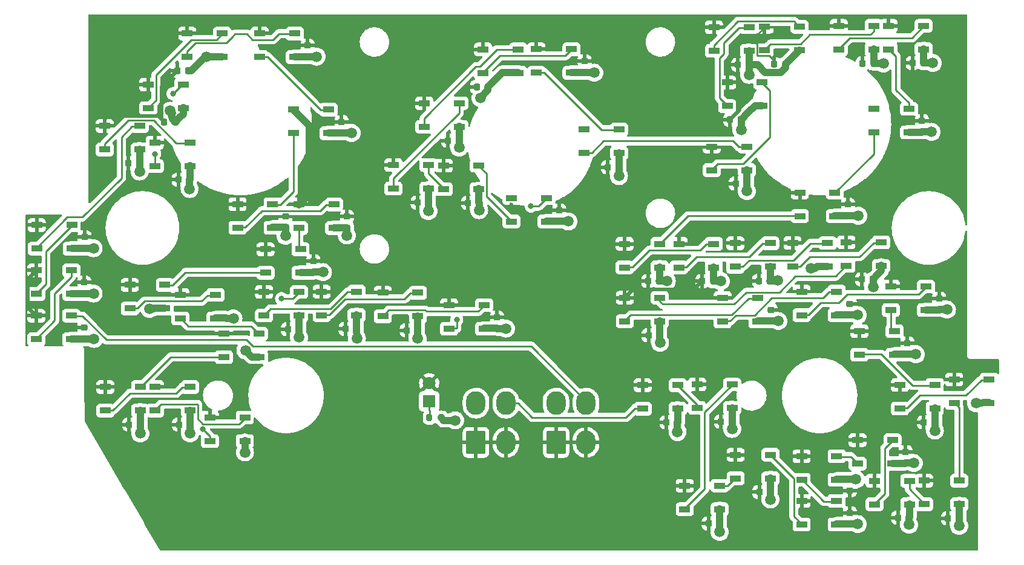
<source format=gbr>
%TF.GenerationSoftware,KiCad,Pcbnew,(6.0.9)*%
%TF.CreationDate,2023-01-06T22:20:37-09:00*%
%TF.ProjectId,SNSR PANEL,534e5352-2050-4414-9e45-4c2e6b696361,rev?*%
%TF.SameCoordinates,Original*%
%TF.FileFunction,Copper,L1,Top*%
%TF.FilePolarity,Positive*%
%FSLAX46Y46*%
G04 Gerber Fmt 4.6, Leading zero omitted, Abs format (unit mm)*
G04 Created by KiCad (PCBNEW (6.0.9)) date 2023-01-06 22:20:37*
%MOMM*%
%LPD*%
G01*
G04 APERTURE LIST*
G04 Aperture macros list*
%AMRoundRect*
0 Rectangle with rounded corners*
0 $1 Rounding radius*
0 $2 $3 $4 $5 $6 $7 $8 $9 X,Y pos of 4 corners*
0 Add a 4 corners polygon primitive as box body*
4,1,4,$2,$3,$4,$5,$6,$7,$8,$9,$2,$3,0*
0 Add four circle primitives for the rounded corners*
1,1,$1+$1,$2,$3*
1,1,$1+$1,$4,$5*
1,1,$1+$1,$6,$7*
1,1,$1+$1,$8,$9*
0 Add four rect primitives between the rounded corners*
20,1,$1+$1,$2,$3,$4,$5,0*
20,1,$1+$1,$4,$5,$6,$7,0*
20,1,$1+$1,$6,$7,$8,$9,0*
20,1,$1+$1,$8,$9,$2,$3,0*%
G04 Aperture macros list end*
%TA.AperFunction,SMDPad,CuDef*%
%ADD10R,1.500000X0.900000*%
%TD*%
%TA.AperFunction,SMDPad,CuDef*%
%ADD11RoundRect,0.225000X-0.250000X0.225000X-0.250000X-0.225000X0.250000X-0.225000X0.250000X0.225000X0*%
%TD*%
%TA.AperFunction,SMDPad,CuDef*%
%ADD12RoundRect,0.225000X-0.225000X-0.250000X0.225000X-0.250000X0.225000X0.250000X-0.225000X0.250000X0*%
%TD*%
%TA.AperFunction,SMDPad,CuDef*%
%ADD13RoundRect,0.225000X0.250000X-0.225000X0.250000X0.225000X-0.250000X0.225000X-0.250000X-0.225000X0*%
%TD*%
%TA.AperFunction,SMDPad,CuDef*%
%ADD14RoundRect,0.200000X-0.200000X-0.275000X0.200000X-0.275000X0.200000X0.275000X-0.200000X0.275000X0*%
%TD*%
%TA.AperFunction,ComponentPad*%
%ADD15R,1.800000X1.800000*%
%TD*%
%TA.AperFunction,ComponentPad*%
%ADD16C,1.800000*%
%TD*%
%TA.AperFunction,ComponentPad*%
%ADD17RoundRect,0.250001X-1.099999X-1.399999X1.099999X-1.399999X1.099999X1.399999X-1.099999X1.399999X0*%
%TD*%
%TA.AperFunction,ComponentPad*%
%ADD18O,2.700000X3.300000*%
%TD*%
%TA.AperFunction,ViaPad*%
%ADD19C,1.500000*%
%TD*%
%TA.AperFunction,ViaPad*%
%ADD20C,0.800000*%
%TD*%
%TA.AperFunction,Conductor*%
%ADD21C,1.000000*%
%TD*%
%TA.AperFunction,Conductor*%
%ADD22C,0.250000*%
%TD*%
%TA.AperFunction,Conductor*%
%ADD23C,0.500000*%
%TD*%
G04 APERTURE END LIST*
D10*
%TO.P,D2,1,VDD*%
%TO.N,/LED+5V*%
X82679200Y-92355200D03*
%TO.P,D2,2,DOUT*%
%TO.N,Net-(D2-Pad2)*%
X82679200Y-95655200D03*
%TO.P,D2,3,VSS*%
%TO.N,/LEDGND*%
X87579200Y-95655200D03*
%TO.P,D2,4,DIN*%
%TO.N,/DATAIN*%
X87579200Y-92355200D03*
%TD*%
%TO.P,D3,1,VDD*%
%TO.N,/LED+5V*%
X82690800Y-86005400D03*
%TO.P,D3,2,DOUT*%
%TO.N,Net-(D3-Pad2)*%
X82690800Y-89305400D03*
%TO.P,D3,3,VSS*%
%TO.N,/LEDGND*%
X87590800Y-89305400D03*
%TO.P,D3,4,DIN*%
%TO.N,Net-(D2-Pad2)*%
X87590800Y-86005400D03*
%TD*%
%TO.P,D4,1,VDD*%
%TO.N,/LED+5V*%
X82753200Y-79655200D03*
%TO.P,D4,2,DOUT*%
%TO.N,Net-(D4-Pad2)*%
X82753200Y-82955200D03*
%TO.P,D4,3,VSS*%
%TO.N,/LEDGND*%
X87653200Y-82955200D03*
%TO.P,D4,4,DIN*%
%TO.N,Net-(D3-Pad2)*%
X87653200Y-79655200D03*
%TD*%
%TO.P,D5,1,VDD*%
%TO.N,/LED+5V*%
X92278200Y-65761400D03*
%TO.P,D5,2,DOUT*%
%TO.N,Net-(D5-Pad2)*%
X92278200Y-69061400D03*
%TO.P,D5,3,VSS*%
%TO.N,/LEDGND*%
X97178200Y-69061400D03*
%TO.P,D5,4,DIN*%
%TO.N,Net-(D4-Pad2)*%
X97178200Y-65761400D03*
%TD*%
%TO.P,D6,1,VDD*%
%TO.N,/LED+5V*%
X99263000Y-68098200D03*
%TO.P,D6,2,DOUT*%
%TO.N,Net-(D6-Pad2)*%
X99263000Y-71398200D03*
%TO.P,D6,3,VSS*%
%TO.N,/LEDGND*%
X104163000Y-71398200D03*
%TO.P,D6,4,DIN*%
%TO.N,Net-(D5-Pad2)*%
X104163000Y-68098200D03*
%TD*%
%TO.P,D7,1,VDD*%
%TO.N,/LED+5V*%
X98351000Y-59970200D03*
%TO.P,D7,2,DOUT*%
%TO.N,Net-(D7-Pad2)*%
X98351000Y-63270200D03*
%TO.P,D7,3,VSS*%
%TO.N,/LEDGND*%
X103251000Y-63270200D03*
%TO.P,D7,4,DIN*%
%TO.N,Net-(D6-Pad2)*%
X103251000Y-59970200D03*
%TD*%
%TO.P,D8,1,VDD*%
%TO.N,/LED+5V*%
X103812000Y-52807800D03*
%TO.P,D8,2,DOUT*%
%TO.N,Net-(D8-Pad2)*%
X103812000Y-56107800D03*
%TO.P,D8,3,VSS*%
%TO.N,/LEDGND*%
X108712000Y-56107800D03*
%TO.P,D8,4,DIN*%
%TO.N,Net-(D7-Pad2)*%
X108712000Y-52807800D03*
%TD*%
%TO.P,D9,1,VDD*%
%TO.N,/LED+5V*%
X113947000Y-52807400D03*
%TO.P,D9,2,DOUT*%
%TO.N,Net-(D10-Pad4)*%
X113947000Y-56107400D03*
%TO.P,D9,3,VSS*%
%TO.N,/LEDGND*%
X118847000Y-56107400D03*
%TO.P,D9,4,DIN*%
%TO.N,Net-(D8-Pad2)*%
X118847000Y-52807400D03*
%TD*%
%TO.P,D10,1,VDD*%
%TO.N,/LED+5V*%
X118671000Y-63475400D03*
%TO.P,D10,2,DOUT*%
%TO.N,Net-(D10-Pad2)*%
X118671000Y-66775400D03*
%TO.P,D10,3,VSS*%
%TO.N,/LEDGND*%
X123571000Y-66775400D03*
%TO.P,D10,4,DIN*%
%TO.N,Net-(D10-Pad4)*%
X123571000Y-63475400D03*
%TD*%
%TO.P,D11,1,VDD*%
%TO.N,/LED+5V*%
X110848000Y-76734200D03*
%TO.P,D11,2,DOUT*%
%TO.N,Net-(D11-Pad2)*%
X110848000Y-80034200D03*
%TO.P,D11,3,VSS*%
%TO.N,/LEDGND*%
X115748000Y-80034200D03*
%TO.P,D11,4,DIN*%
%TO.N,Net-(D10-Pad2)*%
X115748000Y-76734200D03*
%TD*%
%TO.P,D12,1,VDD*%
%TO.N,/LED+5V*%
X119433000Y-76759600D03*
%TO.P,D12,2,DOUT*%
%TO.N,Net-(D12-Pad2)*%
X119433000Y-80059600D03*
%TO.P,D12,3,VSS*%
%TO.N,/LEDGND*%
X124333000Y-80059600D03*
%TO.P,D12,4,DIN*%
%TO.N,Net-(D11-Pad2)*%
X124333000Y-76759600D03*
%TD*%
%TO.P,D13,1,VDD*%
%TO.N,/LED+5V*%
X114759000Y-83033800D03*
%TO.P,D13,2,DOUT*%
%TO.N,Net-(D13-Pad2)*%
X114759000Y-86333800D03*
%TO.P,D13,3,VSS*%
%TO.N,/LEDGND*%
X119659000Y-86333800D03*
%TO.P,D13,4,DIN*%
%TO.N,Net-(D12-Pad2)*%
X119659000Y-83033800D03*
%TD*%
%TO.P,D14,1,VDD*%
%TO.N,/LED+5V*%
X95785600Y-88037600D03*
%TO.P,D14,2,DOUT*%
%TO.N,Net-(D14-Pad2)*%
X95785600Y-91337600D03*
%TO.P,D14,3,VSS*%
%TO.N,/LEDGND*%
X100685600Y-91337600D03*
%TO.P,D14,4,DIN*%
%TO.N,Net-(D13-Pad2)*%
X100685600Y-88037600D03*
%TD*%
%TO.P,D15,1,VDD*%
%TO.N,/LED+5V*%
X102845000Y-89434200D03*
%TO.P,D15,2,DOUT*%
%TO.N,Net-(D15-Pad2)*%
X102845000Y-92734200D03*
%TO.P,D15,3,VSS*%
%TO.N,/LEDGND*%
X107745000Y-92734200D03*
%TO.P,D15,4,DIN*%
%TO.N,Net-(D14-Pad2)*%
X107745000Y-89434200D03*
%TD*%
%TO.P,D16,1,VDD*%
%TO.N,/LED+5V*%
X108941000Y-94870200D03*
%TO.P,D16,2,DOUT*%
%TO.N,Net-(D16-Pad2)*%
X108941000Y-98170200D03*
%TO.P,D16,3,VSS*%
%TO.N,/LEDGND*%
X113841000Y-98170200D03*
%TO.P,D16,4,DIN*%
%TO.N,Net-(D15-Pad2)*%
X113841000Y-94870200D03*
%TD*%
%TO.P,D17,1,VDD*%
%TO.N,/LED+5V*%
X92331200Y-102337000D03*
%TO.P,D17,2,DOUT*%
%TO.N,Net-(D17-Pad2)*%
X92331200Y-105637000D03*
%TO.P,D17,3,VSS*%
%TO.N,/LEDGND*%
X97231200Y-105637000D03*
%TO.P,D17,4,DIN*%
%TO.N,Net-(D16-Pad2)*%
X97231200Y-102337000D03*
%TD*%
%TO.P,D18,1,VDD*%
%TO.N,/LED+5V*%
X99291000Y-102337000D03*
%TO.P,D18,2,DOUT*%
%TO.N,Net-(D18-Pad2)*%
X99291000Y-105637000D03*
%TO.P,D18,3,VSS*%
%TO.N,/LEDGND*%
X104191000Y-105637000D03*
%TO.P,D18,4,DIN*%
%TO.N,Net-(D17-Pad2)*%
X104191000Y-102337000D03*
%TD*%
%TO.P,D19,1,VDD*%
%TO.N,/LED+5V*%
X106975000Y-106625000D03*
%TO.P,D19,2,DOUT*%
%TO.N,Net-(D19-Pad2)*%
X106975000Y-109925000D03*
%TO.P,D19,3,VSS*%
%TO.N,/LEDGND*%
X111875000Y-109925000D03*
%TO.P,D19,4,DIN*%
%TO.N,Net-(D18-Pad2)*%
X111875000Y-106625000D03*
%TD*%
%TO.P,D20,1,VDD*%
%TO.N,/LED+5V*%
X114556000Y-89027800D03*
%TO.P,D20,2,DOUT*%
%TO.N,Net-(D20-Pad2)*%
X114556000Y-92327800D03*
%TO.P,D20,3,VSS*%
%TO.N,/LEDGND*%
X119456000Y-92327800D03*
%TO.P,D20,4,DIN*%
%TO.N,Net-(D19-Pad2)*%
X119456000Y-89027800D03*
%TD*%
%TO.P,D21,1,VDD*%
%TO.N,/LED+5V*%
X122608000Y-88977000D03*
%TO.P,D21,2,DOUT*%
%TO.N,Net-(D21-Pad2)*%
X122608000Y-92277000D03*
%TO.P,D21,3,VSS*%
%TO.N,/LEDGND*%
X127508000Y-92277000D03*
%TO.P,D21,4,DIN*%
%TO.N,Net-(D20-Pad2)*%
X127508000Y-88977000D03*
%TD*%
%TO.P,D22,1,VDD*%
%TO.N,/LED+5V*%
X131168000Y-89129400D03*
%TO.P,D22,2,DOUT*%
%TO.N,Net-(D22-Pad2)*%
X131168000Y-92429400D03*
%TO.P,D22,3,VSS*%
%TO.N,/LEDGND*%
X136068000Y-92429400D03*
%TO.P,D22,4,DIN*%
%TO.N,Net-(D21-Pad2)*%
X136068000Y-89129400D03*
%TD*%
%TO.P,D23,1,VDD*%
%TO.N,/LED+5V*%
X140439000Y-90882000D03*
%TO.P,D23,2,DOUT*%
%TO.N,Net-(D23-Pad2)*%
X140439000Y-94182000D03*
%TO.P,D23,3,VSS*%
%TO.N,/LEDGND*%
X145339000Y-94182000D03*
%TO.P,D23,4,DIN*%
%TO.N,Net-(D22-Pad2)*%
X145339000Y-90882000D03*
%TD*%
%TO.P,D24,1,VDD*%
%TO.N,/LED+5V*%
X149151000Y-75870600D03*
%TO.P,D24,2,DOUT*%
%TO.N,Net-(D24-Pad2)*%
X149151000Y-79170600D03*
%TO.P,D24,3,VSS*%
%TO.N,/LEDGND*%
X154051000Y-79170600D03*
%TO.P,D24,4,DIN*%
%TO.N,Net-(D23-Pad2)*%
X154051000Y-75870600D03*
%TD*%
%TO.P,D25,1,VDD*%
%TO.N,/LED+5V*%
X139702000Y-71324000D03*
%TO.P,D25,2,DOUT*%
%TO.N,Net-(D25-Pad2)*%
X139702000Y-74624000D03*
%TO.P,D25,3,VSS*%
%TO.N,/LEDGND*%
X144602000Y-74624000D03*
%TO.P,D25,4,DIN*%
%TO.N,Net-(D24-Pad2)*%
X144602000Y-71324000D03*
%TD*%
%TO.P,D26,1,VDD*%
%TO.N,/LED+5V*%
X132666000Y-71247800D03*
%TO.P,D26,2,DOUT*%
%TO.N,Net-(D26-Pad2)*%
X132666000Y-74547800D03*
%TO.P,D26,3,VSS*%
%TO.N,/LEDGND*%
X137566000Y-74547800D03*
%TO.P,D26,4,DIN*%
%TO.N,Net-(D25-Pad2)*%
X137566000Y-71247800D03*
%TD*%
%TO.P,D27,1,VDD*%
%TO.N,/LED+5V*%
X136957000Y-62586400D03*
%TO.P,D27,2,DOUT*%
%TO.N,Net-(D27-Pad2)*%
X136957000Y-65886400D03*
%TO.P,D27,3,VSS*%
%TO.N,/LEDGND*%
X141857000Y-65886400D03*
%TO.P,D27,4,DIN*%
%TO.N,Net-(D26-Pad2)*%
X141857000Y-62586400D03*
%TD*%
%TO.P,D28,1,VDD*%
%TO.N,/LED+5V*%
X145200000Y-55042800D03*
%TO.P,D28,2,DOUT*%
%TO.N,Net-(D28-Pad2)*%
X145200000Y-58342800D03*
%TO.P,D28,3,VSS*%
%TO.N,/LEDGND*%
X150100000Y-58342800D03*
%TO.P,D28,4,DIN*%
%TO.N,Net-(D27-Pad2)*%
X150100000Y-55042800D03*
%TD*%
%TO.P,D29,1,VDD*%
%TO.N,/LED+5V*%
X152668000Y-55017400D03*
%TO.P,D29,2,DOUT*%
%TO.N,Net-(D29-Pad2)*%
X152668000Y-58317400D03*
%TO.P,D29,3,VSS*%
%TO.N,/LEDGND*%
X157568000Y-58317400D03*
%TO.P,D29,4,DIN*%
%TO.N,Net-(D28-Pad2)*%
X157568000Y-55017400D03*
%TD*%
%TO.P,D30,1,VDD*%
%TO.N,/LED+5V*%
X159311000Y-66269400D03*
%TO.P,D30,2,DOUT*%
%TO.N,Net-(D30-Pad2)*%
X159311000Y-69569400D03*
%TO.P,D30,3,VSS*%
%TO.N,/LEDGND*%
X164211000Y-69569400D03*
%TO.P,D30,4,DIN*%
%TO.N,Net-(D29-Pad2)*%
X164211000Y-66269400D03*
%TD*%
%TO.P,D31,1,VDD*%
%TO.N,/LED+5V*%
X177190000Y-68657400D03*
%TO.P,D31,2,DOUT*%
%TO.N,Net-(D31-Pad2)*%
X177190000Y-71957400D03*
%TO.P,D31,3,VSS*%
%TO.N,/LEDGND*%
X182090000Y-71957400D03*
%TO.P,D31,4,DIN*%
%TO.N,Net-(D30-Pad2)*%
X182090000Y-68657400D03*
%TD*%
%TO.P,D32,1,VDD*%
%TO.N,/LED+5V*%
X179349000Y-59665800D03*
%TO.P,D32,2,DOUT*%
%TO.N,Net-(D32-Pad2)*%
X179349000Y-62965800D03*
%TO.P,D32,3,VSS*%
%TO.N,/LEDGND*%
X184249000Y-62965800D03*
%TO.P,D32,4,DIN*%
%TO.N,Net-(D31-Pad2)*%
X184249000Y-59665800D03*
%TD*%
%TO.P,D33,1,VDD*%
%TO.N,/LED+5V*%
X177497000Y-51944200D03*
%TO.P,D33,2,DOUT*%
%TO.N,Net-(D33-Pad2)*%
X177497000Y-55244200D03*
%TO.P,D33,3,VSS*%
%TO.N,/LEDGND*%
X182397000Y-55244200D03*
%TO.P,D33,4,DIN*%
%TO.N,Net-(D32-Pad2)*%
X182397000Y-51944200D03*
%TD*%
%TO.P,D34,1,VDD*%
%TO.N,/LED+5V*%
X184584000Y-51868000D03*
%TO.P,D34,2,DOUT*%
%TO.N,Net-(D34-Pad2)*%
X184584000Y-55168000D03*
%TO.P,D34,3,VSS*%
%TO.N,/LEDGND*%
X189484000Y-55168000D03*
%TO.P,D34,4,DIN*%
%TO.N,Net-(D33-Pad2)*%
X189484000Y-51868000D03*
%TD*%
%TO.P,D35,1,VDD*%
%TO.N,/LED+5V*%
X194947000Y-51741000D03*
%TO.P,D35,2,DOUT*%
%TO.N,Net-(D35-Pad2)*%
X194947000Y-55041000D03*
%TO.P,D35,3,VSS*%
%TO.N,/LEDGND*%
X199847000Y-55041000D03*
%TO.P,D35,4,DIN*%
%TO.N,Net-(D34-Pad2)*%
X199847000Y-51741000D03*
%TD*%
%TO.P,D36,1,VDD*%
%TO.N,/LED+5V*%
X201932000Y-51740600D03*
%TO.P,D36,2,DOUT*%
%TO.N,Net-(D36-Pad2)*%
X201932000Y-55040600D03*
%TO.P,D36,3,VSS*%
%TO.N,/LEDGND*%
X206832000Y-55040600D03*
%TO.P,D36,4,DIN*%
%TO.N,Net-(D35-Pad2)*%
X206832000Y-51740600D03*
%TD*%
%TO.P,D37,1,VDD*%
%TO.N,/LED+5V*%
X199875000Y-63373800D03*
%TO.P,D37,2,DOUT*%
%TO.N,Net-(D37-Pad2)*%
X199875000Y-66673800D03*
%TO.P,D37,3,VSS*%
%TO.N,/LEDGND*%
X204775000Y-66673800D03*
%TO.P,D37,4,DIN*%
%TO.N,Net-(D36-Pad2)*%
X204775000Y-63373800D03*
%TD*%
%TO.P,D38,1,VDD*%
%TO.N,/LED+5V*%
X189512000Y-75108600D03*
%TO.P,D38,2,DOUT*%
%TO.N,Net-(D38-Pad2)*%
X189512000Y-78408600D03*
%TO.P,D38,3,VSS*%
%TO.N,/LEDGND*%
X194412000Y-78408600D03*
%TO.P,D38,4,DIN*%
%TO.N,Net-(D37-Pad2)*%
X194412000Y-75108600D03*
%TD*%
%TO.P,D39,1,VDD*%
%TO.N,/LED+5V*%
X165001000Y-82296800D03*
%TO.P,D39,2,DOUT*%
%TO.N,Net-(D39-Pad2)*%
X165001000Y-85596800D03*
%TO.P,D39,3,VSS*%
%TO.N,/LEDGND*%
X169901000Y-85596800D03*
%TO.P,D39,4,DIN*%
%TO.N,Net-(D38-Pad2)*%
X169901000Y-82296800D03*
%TD*%
%TO.P,D40,1,VDD*%
%TO.N,/LED+5V*%
X172570000Y-82296800D03*
%TO.P,D40,2,DOUT*%
%TO.N,Net-(D40-Pad2)*%
X172570000Y-85596800D03*
%TO.P,D40,3,VSS*%
%TO.N,/LEDGND*%
X177470000Y-85596800D03*
%TO.P,D40,4,DIN*%
%TO.N,Net-(D39-Pad2)*%
X177470000Y-82296800D03*
%TD*%
%TO.P,D41,1,VDD*%
%TO.N,/LED+5V*%
X180469000Y-82195200D03*
%TO.P,D41,2,DOUT*%
%TO.N,Net-(D41-Pad2)*%
X180469000Y-85495200D03*
%TO.P,D41,3,VSS*%
%TO.N,/LEDGND*%
X185369000Y-85495200D03*
%TO.P,D41,4,DIN*%
%TO.N,Net-(D40-Pad2)*%
X185369000Y-82195200D03*
%TD*%
%TO.P,D42,1,VDD*%
%TO.N,/LED+5V*%
X188496000Y-82169800D03*
%TO.P,D42,2,DOUT*%
%TO.N,Net-(D42-Pad2)*%
X188496000Y-85469800D03*
%TO.P,D42,3,VSS*%
%TO.N,/LEDGND*%
X193396000Y-85469800D03*
%TO.P,D42,4,DIN*%
%TO.N,Net-(D41-Pad2)*%
X193396000Y-82169800D03*
%TD*%
%TO.P,D43,1,VDD*%
%TO.N,/LED+5V*%
X196014000Y-82068200D03*
%TO.P,D43,2,DOUT*%
%TO.N,Net-(D43-Pad2)*%
X196014000Y-85368200D03*
%TO.P,D43,3,VSS*%
%TO.N,/LEDGND*%
X200914000Y-85368200D03*
%TO.P,D43,4,DIN*%
%TO.N,Net-(D42-Pad2)*%
X200914000Y-82068200D03*
%TD*%
%TO.P,D44,1,VDD*%
%TO.N,/LED+5V*%
X165026000Y-89840600D03*
%TO.P,D44,2,DOUT*%
%TO.N,Net-(D44-Pad2)*%
X165026000Y-93140600D03*
%TO.P,D44,3,VSS*%
%TO.N,/LEDGND*%
X169926000Y-93140600D03*
%TO.P,D44,4,DIN*%
%TO.N,Net-(D43-Pad2)*%
X169926000Y-89840600D03*
%TD*%
%TO.P,D45,1,VDD*%
%TO.N,/LED+5V*%
X178691000Y-89866000D03*
%TO.P,D45,2,DOUT*%
%TO.N,Net-(D45-Pad2)*%
X178691000Y-93166000D03*
%TO.P,D45,3,VSS*%
%TO.N,/LEDGND*%
X183591000Y-93166000D03*
%TO.P,D45,4,DIN*%
%TO.N,Net-(D44-Pad2)*%
X183591000Y-89866000D03*
%TD*%
%TO.P,D47,1,VDD*%
%TO.N,/LED+5V*%
X202262000Y-88265800D03*
%TO.P,D47,2,DOUT*%
%TO.N,Net-(D47-Pad2)*%
X202262000Y-91565800D03*
%TO.P,D47,3,VSS*%
%TO.N,/LEDGND*%
X207162000Y-91565800D03*
%TO.P,D47,4,DIN*%
%TO.N,Net-(D46-Pad2)*%
X207162000Y-88265800D03*
%TD*%
%TO.P,D48,1,VDD*%
%TO.N,/LED+5V*%
X197843000Y-94514200D03*
%TO.P,D48,2,DOUT*%
%TO.N,Net-(D48-Pad2)*%
X197843000Y-97814200D03*
%TO.P,D48,3,VSS*%
%TO.N,/LEDGND*%
X202743000Y-97814200D03*
%TO.P,D48,4,DIN*%
%TO.N,Net-(D47-Pad2)*%
X202743000Y-94514200D03*
%TD*%
%TO.P,D49,1,VDD*%
%TO.N,/LED+5V*%
X203493000Y-102058000D03*
%TO.P,D49,2,DOUT*%
%TO.N,Net-(D49-Pad2)*%
X203493000Y-105358000D03*
%TO.P,D49,3,VSS*%
%TO.N,/LEDGND*%
X208393000Y-105358000D03*
%TO.P,D49,4,DIN*%
%TO.N,Net-(D48-Pad2)*%
X208393000Y-102058000D03*
%TD*%
%TO.P,D50,1,VDD*%
%TO.N,/LED+5V*%
X211102000Y-101296000D03*
%TO.P,D50,2,DOUT*%
%TO.N,Net-(D50-Pad2)*%
X211102000Y-104596000D03*
%TO.P,D50,3,VSS*%
%TO.N,/LEDGND*%
X216002000Y-104596000D03*
%TO.P,D50,4,DIN*%
%TO.N,Net-(D49-Pad2)*%
X216002000Y-101296000D03*
%TD*%
%TO.P,D51,1,VDD*%
%TO.N,/LED+5V*%
X206911000Y-115469000D03*
%TO.P,D51,2,DOUT*%
%TO.N,Net-(D51-Pad2)*%
X206911000Y-118769000D03*
%TO.P,D51,3,VSS*%
%TO.N,/LEDGND*%
X211811000Y-118769000D03*
%TO.P,D51,4,DIN*%
%TO.N,Net-(D50-Pad2)*%
X211811000Y-115469000D03*
%TD*%
%TO.P,D52,1,VDD*%
%TO.N,/LED+5V*%
X199937000Y-115495000D03*
%TO.P,D52,2,DOUT*%
%TO.N,Net-(D52-Pad2)*%
X199937000Y-118795000D03*
%TO.P,D52,3,VSS*%
%TO.N,/LEDGND*%
X204837000Y-118795000D03*
%TO.P,D52,4,DIN*%
%TO.N,Net-(D51-Pad2)*%
X204837000Y-115495000D03*
%TD*%
%TO.P,D53,1,VDD*%
%TO.N,/LED+5V*%
X197575000Y-109780000D03*
%TO.P,D53,2,DOUT*%
%TO.N,Net-(D53-Pad2)*%
X197575000Y-113080000D03*
%TO.P,D53,3,VSS*%
%TO.N,/LEDGND*%
X202475000Y-113080000D03*
%TO.P,D53,4,DIN*%
%TO.N,Net-(D52-Pad2)*%
X202475000Y-109780000D03*
%TD*%
%TO.P,D54,1,VDD*%
%TO.N,/LED+5V*%
X189766000Y-112040000D03*
%TO.P,D54,2,DOUT*%
%TO.N,Net-(D54-Pad2)*%
X189766000Y-115340000D03*
%TO.P,D54,3,VSS*%
%TO.N,/LEDGND*%
X194666000Y-115340000D03*
%TO.P,D54,4,DIN*%
%TO.N,Net-(D53-Pad2)*%
X194666000Y-112040000D03*
%TD*%
%TO.P,D55,1,VDD*%
%TO.N,/LED+5V*%
X189766000Y-118314000D03*
%TO.P,D55,2,DOUT*%
%TO.N,Net-(D55-Pad2)*%
X189766000Y-121614000D03*
%TO.P,D55,3,VSS*%
%TO.N,/LEDGND*%
X194666000Y-121614000D03*
%TO.P,D55,4,DIN*%
%TO.N,Net-(D54-Pad2)*%
X194666000Y-118314000D03*
%TD*%
%TO.P,D56,1,VDD*%
%TO.N,/LED+5V*%
X180520000Y-111837000D03*
%TO.P,D56,2,DOUT*%
%TO.N,Net-(D56-Pad2)*%
X180520000Y-115137000D03*
%TO.P,D56,3,VSS*%
%TO.N,/LEDGND*%
X185420000Y-115137000D03*
%TO.P,D56,4,DIN*%
%TO.N,Net-(D55-Pad2)*%
X185420000Y-111837000D03*
%TD*%
%TO.P,D57,1,VDD*%
%TO.N,/LED+5V*%
X173408000Y-116180000D03*
%TO.P,D57,2,DOUT*%
%TO.N,Net-(D57-Pad2)*%
X173408000Y-119480000D03*
%TO.P,D57,3,VSS*%
%TO.N,/LEDGND*%
X178308000Y-119480000D03*
%TO.P,D57,4,DIN*%
%TO.N,Net-(D56-Pad2)*%
X178308000Y-116180000D03*
%TD*%
%TO.P,D58,1,VDD*%
%TO.N,/LED+5V*%
X175135000Y-101982000D03*
%TO.P,D58,2,DOUT*%
%TO.N,Net-(D58-Pad2)*%
X175135000Y-105282000D03*
%TO.P,D58,3,VSS*%
%TO.N,/LEDGND*%
X180035000Y-105282000D03*
%TO.P,D58,4,DIN*%
%TO.N,Net-(D57-Pad2)*%
X180035000Y-101982000D03*
%TD*%
%TO.P,D59,1,VDD*%
%TO.N,/LED+5V*%
X167541000Y-102083000D03*
%TO.P,D59,2,DOUT*%
%TO.N,/DATAOUT*%
X167541000Y-105383000D03*
%TO.P,D59,3,VSS*%
%TO.N,/LEDGND*%
X172441000Y-105383000D03*
%TO.P,D59,4,DIN*%
%TO.N,Net-(D58-Pad2)*%
X172441000Y-102083000D03*
%TD*%
D11*
%TO.P,C2,1*%
%TO.N,/LED+5V*%
X89400000Y-94025000D03*
%TO.P,C2,2*%
%TO.N,/LEDGND*%
X89400000Y-95575000D03*
%TD*%
%TO.P,C3,1*%
%TO.N,/LED+5V*%
X89400000Y-87687500D03*
%TO.P,C3,2*%
%TO.N,/LEDGND*%
X89400000Y-89237500D03*
%TD*%
%TO.P,C4,1*%
%TO.N,/LED+5V*%
X89450000Y-81337500D03*
%TO.P,C4,2*%
%TO.N,/LEDGND*%
X89450000Y-82887500D03*
%TD*%
D12*
%TO.P,C5,1*%
%TO.N,/LED+5V*%
X95587500Y-70950000D03*
%TO.P,C5,2*%
%TO.N,/LEDGND*%
X97137500Y-70950000D03*
%TD*%
%TO.P,C6,1*%
%TO.N,/LED+5V*%
X102587000Y-73300000D03*
%TO.P,C6,2*%
%TO.N,/LEDGND*%
X104137000Y-73300000D03*
%TD*%
%TO.P,C7,1*%
%TO.N,/LED+5V*%
X100587000Y-65200000D03*
%TO.P,C7,2*%
%TO.N,/LEDGND*%
X102137000Y-65200000D03*
%TD*%
%TO.P,C8,1*%
%TO.N,/LED+5V*%
X102437000Y-58000000D03*
%TO.P,C8,2*%
%TO.N,/LEDGND*%
X103987000Y-58000000D03*
%TD*%
D11*
%TO.P,C9,1*%
%TO.N,/LED+5V*%
X120650000Y-54487500D03*
%TO.P,C9,2*%
%TO.N,/LEDGND*%
X120650000Y-56037500D03*
%TD*%
%TO.P,C10,1*%
%TO.N,/LED+5V*%
X125400000Y-65187500D03*
%TO.P,C10,2*%
%TO.N,/LEDGND*%
X125400000Y-66737500D03*
%TD*%
%TO.P,C11,1*%
%TO.N,/LED+5V*%
X117550000Y-78425000D03*
%TO.P,C11,2*%
%TO.N,/LEDGND*%
X117550000Y-79975000D03*
%TD*%
%TO.P,C12,1*%
%TO.N,/LED+5V*%
X126150000Y-78462500D03*
%TO.P,C12,2*%
%TO.N,/LEDGND*%
X126150000Y-80012500D03*
%TD*%
%TO.P,C13,1*%
%TO.N,/LED+5V*%
X147150000Y-92587500D03*
%TO.P,C13,2*%
%TO.N,/LEDGND*%
X147150000Y-94137500D03*
%TD*%
D12*
%TO.P,C14,1*%
%TO.N,/LED+5V*%
X134487000Y-94400000D03*
%TO.P,C14,2*%
%TO.N,/LEDGND*%
X136037000Y-94400000D03*
%TD*%
D11*
%TO.P,C15,1*%
%TO.N,/LED+5V*%
X121450000Y-84687500D03*
%TO.P,C15,2*%
%TO.N,/LEDGND*%
X121450000Y-86237500D03*
%TD*%
D12*
%TO.P,C16,1*%
%TO.N,/LED+5V*%
X125937000Y-94200000D03*
%TO.P,C16,2*%
%TO.N,/LEDGND*%
X127487000Y-94200000D03*
%TD*%
%TO.P,C17,1*%
%TO.N,/LED+5V*%
X117887000Y-94250000D03*
%TO.P,C17,2*%
%TO.N,/LEDGND*%
X119437000Y-94250000D03*
%TD*%
%TO.P,C18,1*%
%TO.N,/LED+5V*%
X102637000Y-107600000D03*
%TO.P,C18,2*%
%TO.N,/LEDGND*%
X104187000Y-107600000D03*
%TD*%
D11*
%TO.P,C20,1*%
%TO.N,/LED+5V*%
X155850000Y-77587500D03*
%TO.P,C20,2*%
%TO.N,/LEDGND*%
X155850000Y-79137500D03*
%TD*%
D12*
%TO.P,C21,1*%
%TO.N,/LED+5V*%
X140287000Y-67850000D03*
%TO.P,C21,2*%
%TO.N,/LEDGND*%
X141837000Y-67850000D03*
%TD*%
%TO.P,C22,1*%
%TO.N,/LED+5V*%
X136013000Y-76500000D03*
%TO.P,C22,2*%
%TO.N,/LEDGND*%
X137563000Y-76500000D03*
%TD*%
D11*
%TO.P,C23,1*%
%TO.N,/LED+5V*%
X159400000Y-56687500D03*
%TO.P,C23,2*%
%TO.N,/LEDGND*%
X159400000Y-58237500D03*
%TD*%
D12*
%TO.P,C24,1*%
%TO.N,/LED+5V*%
X162637000Y-71550000D03*
%TO.P,C24,2*%
%TO.N,/LEDGND*%
X164187000Y-71550000D03*
%TD*%
%TO.P,C25,1*%
%TO.N,/LED+5V*%
X168337000Y-95100000D03*
%TO.P,C25,2*%
%TO.N,/LEDGND*%
X169887000Y-95100000D03*
%TD*%
%TO.P,C26,1*%
%TO.N,/LED+5V*%
X143075000Y-76550000D03*
%TO.P,C26,2*%
%TO.N,/LEDGND*%
X144625000Y-76550000D03*
%TD*%
%TO.P,C27,1*%
%TO.N,/LED+5V*%
X168287000Y-87500000D03*
%TO.P,C27,2*%
%TO.N,/LEDGND*%
X169837000Y-87500000D03*
%TD*%
%TO.P,C29,1*%
%TO.N,/LED+5V*%
X144325000Y-60300000D03*
%TO.P,C29,2*%
%TO.N,/LEDGND*%
X145875000Y-60300000D03*
%TD*%
%TO.P,C30,1*%
%TO.N,/LED+5V*%
X179737000Y-64900000D03*
%TO.P,C30,2*%
%TO.N,/LEDGND*%
X181287000Y-64900000D03*
%TD*%
%TO.P,C31,1*%
%TO.N,/LED+5V*%
X180537000Y-73850000D03*
%TO.P,C31,2*%
%TO.N,/LEDGND*%
X182087000Y-73850000D03*
%TD*%
D11*
%TO.P,C32,1*%
%TO.N,/LED+5V*%
X196250000Y-76775000D03*
%TO.P,C32,2*%
%TO.N,/LEDGND*%
X196250000Y-78325000D03*
%TD*%
%TO.P,C33,1*%
%TO.N,/LED+5V*%
X206600000Y-65037500D03*
%TO.P,C33,2*%
%TO.N,/LEDGND*%
X206600000Y-66587500D03*
%TD*%
D12*
%TO.P,C35,1*%
%TO.N,/LED+5V*%
X198287000Y-57000000D03*
%TO.P,C35,2*%
%TO.N,/LEDGND*%
X199837000Y-57000000D03*
%TD*%
%TO.P,C36,1*%
%TO.N,/LED+5V*%
X185937000Y-57100000D03*
%TO.P,C36,2*%
%TO.N,/LEDGND*%
X187487000Y-57100000D03*
%TD*%
%TO.P,C28,1*%
%TO.N,/LED+5V*%
X205287000Y-56950000D03*
%TO.P,C28,2*%
%TO.N,/LEDGND*%
X206837000Y-56950000D03*
%TD*%
%TO.P,C37,1*%
%TO.N,/LED+5V*%
X175863000Y-87500000D03*
%TO.P,C37,2*%
%TO.N,/LEDGND*%
X177413000Y-87500000D03*
%TD*%
%TO.P,C38,1*%
%TO.N,/LED+5V*%
X183787000Y-87450000D03*
%TO.P,C38,2*%
%TO.N,/LEDGND*%
X185337000Y-87450000D03*
%TD*%
D11*
%TO.P,C39,1*%
%TO.N,/LED+5V*%
X185450000Y-91537500D03*
%TO.P,C39,2*%
%TO.N,/LEDGND*%
X185450000Y-93087500D03*
%TD*%
D12*
%TO.P,C40,1*%
%TO.N,/LED+5V*%
X198187000Y-87250000D03*
%TO.P,C40,2*%
%TO.N,/LEDGND*%
X199737000Y-87250000D03*
%TD*%
D11*
%TO.P,C41,1*%
%TO.N,/LED+5V*%
X209000000Y-89937500D03*
%TO.P,C41,2*%
%TO.N,/LEDGND*%
X209000000Y-91487500D03*
%TD*%
%TO.P,C42,1*%
%TO.N,/LED+5V*%
X204550000Y-96187500D03*
%TO.P,C42,2*%
%TO.N,/LEDGND*%
X204550000Y-97737500D03*
%TD*%
%TO.P,C43,1*%
%TO.N,/LED+5V*%
X196500000Y-90687500D03*
%TO.P,C43,2*%
%TO.N,/LEDGND*%
X196500000Y-92237500D03*
%TD*%
D12*
%TO.P,C44,1*%
%TO.N,/LED+5V*%
X206837000Y-107300000D03*
%TO.P,C44,2*%
%TO.N,/LEDGND*%
X208387000Y-107300000D03*
%TD*%
%TO.P,C45,1*%
%TO.N,/LED+5V*%
X210237000Y-120750000D03*
%TO.P,C45,2*%
%TO.N,/LEDGND*%
X211787000Y-120750000D03*
%TD*%
D11*
%TO.P,C46,1*%
%TO.N,/LED+5V*%
X204300000Y-111437000D03*
%TO.P,C46,2*%
%TO.N,/LEDGND*%
X204300000Y-112987000D03*
%TD*%
D12*
%TO.P,C47,1*%
%TO.N,/LED+5V*%
X183837000Y-117050000D03*
%TO.P,C47,2*%
%TO.N,/LEDGND*%
X185387000Y-117050000D03*
%TD*%
%TO.P,C48,1*%
%TO.N,/LED+5V*%
X203237000Y-120650000D03*
%TO.P,C48,2*%
%TO.N,/LEDGND*%
X204787000Y-120650000D03*
%TD*%
D13*
%TO.P,C49,1*%
%TO.N,/LED+5V*%
X196500000Y-116863000D03*
%TO.P,C49,2*%
%TO.N,/LEDGND*%
X196500000Y-115313000D03*
%TD*%
D12*
%TO.P,C50,1*%
%TO.N,/LED+5V*%
X176737000Y-121450000D03*
%TO.P,C50,2*%
%TO.N,/LEDGND*%
X178287000Y-121450000D03*
%TD*%
D11*
%TO.P,C51,1*%
%TO.N,/LED+5V*%
X196500000Y-119987000D03*
%TO.P,C51,2*%
%TO.N,/LEDGND*%
X196500000Y-121537000D03*
%TD*%
D12*
%TO.P,C52,1*%
%TO.N,/LED+5V*%
X178487000Y-107200000D03*
%TO.P,C52,2*%
%TO.N,/LEDGND*%
X180037000Y-107200000D03*
%TD*%
%TO.P,C53,1*%
%TO.N,/LED+5V*%
X170837000Y-107300000D03*
%TO.P,C53,2*%
%TO.N,/LEDGND*%
X172387000Y-107300000D03*
%TD*%
%TO.P,C19,1*%
%TO.N,/LED+5V*%
X95687500Y-107600000D03*
%TO.P,C19,2*%
%TO.N,/LEDGND*%
X97237500Y-107600000D03*
%TD*%
D14*
%TO.P,R1,1*%
%TO.N,Net-(D1-Pad1)*%
X137687000Y-106650000D03*
%TO.P,R1,2*%
%TO.N,/LEDGND*%
X139337000Y-106650000D03*
%TD*%
D12*
%TO.P,C34,1*%
%TO.N,/LED+5V*%
X180837000Y-57200000D03*
%TO.P,C34,2*%
%TO.N,/LEDGND*%
X182387000Y-57200000D03*
%TD*%
D10*
%TO.P,D46,1,VDD*%
%TO.N,/LED+5V*%
X189766000Y-88977000D03*
%TO.P,D46,2,DOUT*%
%TO.N,Net-(D46-Pad2)*%
X189766000Y-92277000D03*
%TO.P,D46,3,VSS*%
%TO.N,/LEDGND*%
X194666000Y-92277000D03*
%TO.P,D46,4,DIN*%
%TO.N,Net-(D45-Pad2)*%
X194666000Y-88977000D03*
%TD*%
D15*
%TO.P,D1,1,K*%
%TO.N,Net-(D1-Pad1)*%
X137650000Y-104350000D03*
D16*
%TO.P,D1,2,A*%
%TO.N,/LED+5V*%
X137650000Y-101810000D03*
%TD*%
D17*
%TO.P,J1,1,Pin_1*%
%TO.N,/LED+5V*%
X155400000Y-110100000D03*
D18*
%TO.P,J1,2,Pin_2*%
X159600000Y-110100000D03*
%TO.P,J1,3,Pin_3*%
%TO.N,/LEDGND*%
X155400000Y-104600000D03*
%TO.P,J1,4,Pin_4*%
%TO.N,/DATAIN*%
X159600000Y-104600000D03*
%TD*%
D17*
%TO.P,J2,1,Pin_1*%
%TO.N,/LED+5V*%
X144200000Y-110100000D03*
D18*
%TO.P,J2,2,Pin_2*%
X148400000Y-110100000D03*
%TO.P,J2,3,Pin_3*%
%TO.N,/LEDGND*%
X144200000Y-104600000D03*
%TO.P,J2,4,Pin_4*%
%TO.N,/DATAOUT*%
X148400000Y-104600000D03*
%TD*%
D19*
%TO.N,/LEDGND*%
X141286200Y-107008200D03*
X90750000Y-95600000D03*
X185400000Y-118100000D03*
X182100000Y-74900000D03*
X197350000Y-115300000D03*
X111875000Y-111500000D03*
X160750000Y-58300000D03*
X148400000Y-94150000D03*
X207950000Y-66600000D03*
X157150000Y-79150000D03*
X144638000Y-77562500D03*
X205450000Y-113000000D03*
X141850000Y-68800000D03*
X144850000Y-61850000D03*
X97150000Y-72150000D03*
X97250000Y-108850000D03*
X126800000Y-66750000D03*
X111950000Y-97200000D03*
X210100000Y-91500000D03*
X191094700Y-85742200D03*
X90700000Y-82900000D03*
X197600000Y-121550000D03*
X208400000Y-108450000D03*
X119450000Y-95400000D03*
X104200000Y-108850000D03*
X164200000Y-72800000D03*
X197600000Y-92250000D03*
X201200000Y-57000000D03*
X186500000Y-93100000D03*
X104150000Y-74600000D03*
X178300000Y-122650000D03*
X214150000Y-104600000D03*
X106492200Y-56057800D03*
X126150000Y-81100000D03*
X90700000Y-89250000D03*
X127550000Y-95550000D03*
X117550000Y-81150000D03*
X199750000Y-88300000D03*
X186450000Y-87400000D03*
X98512600Y-91374300D03*
X208100000Y-56950000D03*
X137550000Y-77700000D03*
X204800000Y-121650000D03*
X197700000Y-78350000D03*
X169950000Y-96150000D03*
X122800000Y-86250000D03*
X110265800Y-92741300D03*
X180050000Y-108200000D03*
X181300000Y-66300000D03*
X182399500Y-58600500D03*
X101400000Y-63650000D03*
X178450000Y-87500000D03*
X170900000Y-87500000D03*
X211800000Y-121800000D03*
X121900000Y-56050000D03*
X172400000Y-108650000D03*
X136050000Y-95550000D03*
X205750000Y-97750000D03*
D20*
%TO.N,Net-(D6-Pad2)*%
X101800000Y-61250000D03*
X99263000Y-69713000D03*
%TO.N,Net-(D19-Pad2)*%
X106000000Y-108250000D03*
X117000000Y-89950000D03*
%TO.N,Net-(D23-Pad2)*%
X151900000Y-77000000D03*
X141514300Y-92935700D03*
%TD*%
D21*
%TO.N,/LEDGND*%
X182399500Y-58600500D02*
X182399500Y-58600500D01*
X101400000Y-63650000D02*
X101712010Y-63962010D01*
X106492200Y-56057800D02*
X106342200Y-56057800D01*
X111875000Y-111500000D02*
X111875000Y-111500000D01*
X180035000Y-107185000D02*
X180049500Y-107199500D01*
X136059000Y-94391000D02*
X136050000Y-94400000D01*
X185359000Y-87440500D02*
X185349500Y-87450000D01*
X104156000Y-73293500D02*
X104149500Y-73300000D01*
X103251000Y-64099000D02*
X102700500Y-64649500D01*
X100685600Y-91287600D02*
X99235300Y-91287600D01*
X177425000Y-87500000D02*
X177425500Y-87500000D01*
X89394600Y-89255400D02*
X89400000Y-89250000D01*
X137566000Y-76491000D02*
X137570500Y-76495500D01*
X196500000Y-115300500D02*
X196500000Y-115300000D01*
X125375000Y-66725400D02*
X125400000Y-66750000D01*
X89444800Y-82905200D02*
X89450000Y-82900000D01*
X154051000Y-79120600D02*
X155821000Y-79120600D01*
X197700000Y-78350000D02*
X197688000Y-78337500D01*
X127503500Y-94196000D02*
X127499500Y-94200000D01*
X180050000Y-107200000D02*
X180050000Y-108200000D01*
X182100000Y-73850000D02*
X182100000Y-74900000D01*
X164205000Y-71544500D02*
X164199500Y-71550000D01*
X204818500Y-120631500D02*
X204800000Y-120650000D01*
X206576000Y-66623800D02*
X206600000Y-66600000D01*
X127508000Y-92227000D02*
X127508000Y-94192000D01*
X160750000Y-58300000D02*
X160650000Y-58250000D01*
X89400000Y-95587500D02*
X90750000Y-95600000D01*
X137571000Y-76495500D02*
X137575500Y-76500000D01*
X200331500Y-86668000D02*
X199749500Y-87250000D01*
X202743000Y-97764200D02*
X204536000Y-97764200D01*
X172420500Y-107279500D02*
X172420000Y-107279500D01*
X185359500Y-87440500D02*
X185359000Y-87440500D01*
X104400000Y-58000000D02*
X103999500Y-58000000D01*
X141857000Y-65836400D02*
X141850000Y-65843400D01*
X169901000Y-85546800D02*
X169901000Y-87449000D01*
X145887500Y-60471600D02*
X145888000Y-60472100D01*
X177470000Y-87455000D02*
X177425000Y-87500000D01*
X196499500Y-121550000D02*
X197600000Y-121550000D01*
X169926000Y-95074000D02*
X169913000Y-95087000D01*
X127504000Y-94196000D02*
X127500000Y-94200000D01*
X150100000Y-58292800D02*
X147895000Y-58292800D01*
X117547000Y-79984200D02*
X117550000Y-79987500D01*
X164205500Y-71544500D02*
X164205000Y-71544500D01*
X136059000Y-94391000D02*
X136058500Y-94391000D01*
X99148600Y-91374300D02*
X99235300Y-91287600D01*
X182090000Y-73840000D02*
X182099500Y-73849500D01*
X104150000Y-73300000D02*
X104150000Y-74600000D01*
X104199500Y-107599500D02*
X104200000Y-107600000D01*
X108712000Y-56057800D02*
X106492200Y-56057800D01*
X196250000Y-78337500D02*
X197700000Y-78350000D01*
X119452500Y-94247000D02*
X119449500Y-94250000D01*
X172420000Y-107279500D02*
X172399500Y-107300000D01*
X172441000Y-107259000D02*
X172420500Y-107279500D01*
X207162000Y-91515800D02*
X208984000Y-91515800D01*
X169901000Y-87449000D02*
X169875500Y-87474500D01*
X185350000Y-87450000D02*
X186450000Y-87400000D01*
X178308000Y-121442000D02*
X178304000Y-121446000D01*
X194680000Y-121550000D02*
X196499500Y-121550000D01*
X185400000Y-117420000D02*
X185400000Y-118100000D01*
X97178200Y-69011400D02*
X97178200Y-70921800D01*
X185420000Y-115087000D02*
X185420000Y-116720000D01*
X144638000Y-76550000D02*
X144638000Y-77056200D01*
X204800000Y-120650000D02*
X204800000Y-121650000D01*
X186450000Y-87400000D02*
X186250000Y-87450000D01*
X208984000Y-91515800D02*
X209000000Y-91500000D01*
X169913000Y-95087000D02*
X169900000Y-95100000D01*
X137566000Y-74497800D02*
X137566000Y-76491000D01*
X183591000Y-93116000D02*
X185434000Y-93116000D01*
X191094700Y-85742200D02*
X191623300Y-85742200D01*
X204300000Y-113000000D02*
X205450000Y-113000000D01*
X141850000Y-67321700D02*
X141849500Y-67322200D01*
X214150000Y-104600000D02*
X214204000Y-104546000D01*
X185420000Y-116720000D02*
X185400000Y-116740000D01*
X136058500Y-94391000D02*
X136049500Y-94400000D01*
X145887500Y-60300000D02*
X145887500Y-60471600D01*
X169950000Y-96150000D02*
X169900000Y-96100000D01*
X188490500Y-56109000D02*
X187499500Y-57100000D01*
X104191000Y-107591000D02*
X104199500Y-107599500D01*
X103251000Y-63220200D02*
X103251000Y-64099000D01*
X102700500Y-64649500D02*
X102150000Y-65200000D01*
X189482000Y-55118000D02*
X188491000Y-56109000D01*
X102700000Y-64649500D02*
X102149500Y-65200000D01*
X187499500Y-57575000D02*
X186799490Y-58275010D01*
X97250000Y-107600000D02*
X97250000Y-108850000D01*
X136068000Y-92379400D02*
X136068000Y-94382000D01*
X104156500Y-73293500D02*
X104156000Y-73293500D01*
X120650000Y-56050000D02*
X121900000Y-56050000D01*
X137570500Y-76495500D02*
X137575000Y-76500000D01*
X172400000Y-107300000D02*
X172400000Y-108650000D01*
X199750000Y-88300000D02*
X199750000Y-88350000D01*
X193396000Y-85419800D02*
X191945700Y-85419800D01*
X208400000Y-107300000D02*
X208400000Y-108400000D01*
X204837000Y-120613000D02*
X204818500Y-120631500D01*
X196477000Y-92227000D02*
X196500000Y-92250000D01*
X98512600Y-91374300D02*
X99148600Y-91374300D01*
X199850000Y-57000000D02*
X201200000Y-57000000D01*
X185434000Y-93116000D02*
X185450000Y-93100000D01*
X157150000Y-79150000D02*
X157200000Y-79150000D01*
X178303500Y-121446000D02*
X178299500Y-121450000D01*
X206600000Y-66600000D02*
X207950000Y-66600000D01*
X104199500Y-107599500D02*
X104199500Y-107600000D01*
X106342200Y-56057800D02*
X104400000Y-58000000D01*
X184249000Y-62915800D02*
X183284000Y-62915800D01*
X208399500Y-107299500D02*
X208400000Y-107300000D01*
X169900000Y-95100000D02*
X169950000Y-96150000D01*
X206849500Y-56949500D02*
X206850000Y-56950000D01*
X211800000Y-120750000D02*
X211800000Y-121800000D01*
X196229000Y-78358600D02*
X196250000Y-78337500D01*
X182397000Y-55194200D02*
X182397000Y-57197000D01*
X117550000Y-79987500D02*
X117550000Y-81150000D01*
X211805500Y-120744500D02*
X211805000Y-120744500D01*
X169875500Y-87474500D02*
X169875000Y-87474500D01*
X178308000Y-119430000D02*
X178308000Y-121442000D01*
X204837000Y-118745000D02*
X204837000Y-120613000D01*
X97231200Y-107581000D02*
X97250000Y-107600000D01*
X199849500Y-56999500D02*
X199850000Y-57000000D01*
X211811000Y-120739000D02*
X211805500Y-120744500D01*
X127500000Y-94200000D02*
X127550000Y-95550000D01*
X145888000Y-60300000D02*
X145888000Y-60472100D01*
X200914000Y-86086000D02*
X200332000Y-86668000D01*
X164205500Y-71544500D02*
X164200000Y-71550000D01*
X206832000Y-54990600D02*
X206832000Y-56932000D01*
X145888000Y-60472100D02*
X145888000Y-60775000D01*
X196490000Y-115290000D02*
X196500000Y-115300000D01*
X182292000Y-63907900D02*
X182291600Y-63907900D01*
X87590800Y-89255400D02*
X89394600Y-89255400D01*
X144850000Y-61850000D02*
X144850000Y-61812500D01*
X180035000Y-105232000D02*
X180035000Y-107185000D01*
X196499500Y-121550000D02*
X196500000Y-121549500D01*
X115748000Y-79984200D02*
X117547000Y-79984200D01*
X155821000Y-79120600D02*
X155850000Y-79150000D01*
X169850000Y-87500000D02*
X170900000Y-87500000D01*
X182291600Y-63907900D02*
X181299500Y-64900000D01*
X185359500Y-87440500D02*
X185350000Y-87450000D01*
X127504000Y-94196000D02*
X127503500Y-94196000D01*
X164211000Y-69519400D02*
X164211000Y-71539000D01*
X204818500Y-120631500D02*
X204818000Y-120631500D01*
X104163000Y-71348200D02*
X104163000Y-73287000D01*
X178300000Y-121450000D02*
X178300000Y-122650000D01*
X126150000Y-80025000D02*
X126150000Y-81100000D01*
X141850000Y-65843400D02*
X141850000Y-67321700D01*
X112870000Y-98120200D02*
X111950000Y-97200000D01*
X104163000Y-73287000D02*
X104156500Y-73293500D01*
X145888000Y-60775000D02*
X144850000Y-61850000D01*
X182399500Y-57200000D02*
X182399500Y-58600500D01*
X124333000Y-80009600D02*
X126135000Y-80009600D01*
X169912500Y-95087000D02*
X169899500Y-95100000D01*
X204775000Y-66623800D02*
X206576000Y-66623800D01*
X107745000Y-92684200D02*
X109195300Y-92684200D01*
X102149500Y-65200000D02*
X102100000Y-65200000D01*
X97150000Y-70950000D02*
X97150000Y-72150000D01*
X141850000Y-67321700D02*
X141850000Y-68800000D01*
X144602000Y-76514500D02*
X144638000Y-76550000D01*
X113841000Y-98120200D02*
X112870000Y-98120200D01*
X144602000Y-74574000D02*
X144602000Y-76514500D01*
X185400000Y-117420000D02*
X185399500Y-117419500D01*
X118847000Y-56057400D02*
X120643000Y-56057400D01*
X120643000Y-56057400D02*
X120650000Y-56050000D01*
X141286200Y-107008200D02*
X139657700Y-107008200D01*
X110265800Y-92741300D02*
X109252400Y-92741300D01*
X159383000Y-58267400D02*
X159400000Y-58250000D01*
X109252400Y-92741300D02*
X109195300Y-92684200D01*
X144638000Y-77056200D02*
X144638000Y-77562500D01*
X119659000Y-86283800D02*
X121416000Y-86283800D01*
X119453000Y-94247000D02*
X119452500Y-94247000D01*
X177470000Y-85546800D02*
X177470000Y-87455000D01*
X89450000Y-82900000D02*
X90700000Y-82900000D01*
X90750000Y-95600000D02*
X90737500Y-95587500D01*
X199750000Y-87250000D02*
X199750000Y-88300000D01*
X123571000Y-66725400D02*
X125375000Y-66725400D01*
X87579200Y-95605200D02*
X89382300Y-95605200D01*
X200914000Y-85318200D02*
X200914000Y-86086000D01*
X177425500Y-87500000D02*
X178450000Y-87500000D01*
X188491000Y-56109000D02*
X188490500Y-56109000D01*
X97231200Y-105587000D02*
X97231200Y-107581000D01*
X169875000Y-87474500D02*
X169849500Y-87500000D01*
X204536000Y-97764200D02*
X204550000Y-97750000D01*
X104200000Y-107600000D02*
X104200000Y-108850000D01*
X184675010Y-58275010D02*
X183600000Y-57200000D01*
X125400000Y-66750000D02*
X126800000Y-66750000D01*
X211805000Y-120744500D02*
X211799500Y-120750000D01*
X209000000Y-91500000D02*
X210100000Y-91500000D01*
X200332000Y-86668000D02*
X199750000Y-87250000D01*
X102700500Y-64649500D02*
X102700000Y-64649500D01*
X182090000Y-71907400D02*
X182090000Y-73840000D01*
X183284000Y-62915800D02*
X182292000Y-63907900D01*
X172441000Y-105333000D02*
X172441000Y-107259000D01*
X164211000Y-71539000D02*
X164205500Y-71544500D01*
X169926000Y-93090600D02*
X169926000Y-95074000D01*
X178304000Y-121446000D02*
X178300000Y-121450000D01*
X204818000Y-120631500D02*
X204799500Y-120650000D01*
X119453000Y-94247000D02*
X119450000Y-94250000D01*
X180049500Y-107199500D02*
X180049500Y-107200000D01*
X216002000Y-104546000D02*
X214150000Y-104600000D01*
X211811000Y-118719000D02*
X211811000Y-120739000D01*
X208393000Y-107293000D02*
X208399500Y-107299500D01*
X137550000Y-77700000D02*
X137575000Y-77675000D01*
X127550000Y-95550000D02*
X127500000Y-95500000D01*
X159400000Y-58250000D02*
X160750000Y-58300000D01*
X97178200Y-70921800D02*
X97150000Y-70950000D01*
X180049500Y-107199500D02*
X180050000Y-107200000D01*
X182400000Y-57200000D02*
X183600000Y-57200000D01*
X199847000Y-56997000D02*
X199849500Y-56999500D01*
X206850000Y-56950000D02*
X208100000Y-56950000D01*
X189484000Y-55118000D02*
X189482000Y-55118000D01*
X89382300Y-95605200D02*
X89400000Y-95587500D01*
X87653200Y-82905200D02*
X89444800Y-82905200D01*
X185369000Y-87431000D02*
X185359500Y-87440500D01*
X121450000Y-86250000D02*
X122800000Y-86250000D01*
X188491000Y-56109000D02*
X187500000Y-57100000D01*
X157568000Y-58267400D02*
X159383000Y-58267400D01*
X196500000Y-115300000D02*
X197300000Y-115300000D01*
X101712010Y-64812010D02*
X101400000Y-63650000D01*
X144638000Y-77056200D02*
X144637500Y-77055700D01*
X204300000Y-113000000D02*
X204300000Y-112999500D01*
X202475000Y-113030000D02*
X204270000Y-113030000D01*
X185399500Y-117419500D02*
X185399500Y-117050000D01*
X182099500Y-73849500D02*
X182100000Y-73850000D01*
X141849500Y-67322200D02*
X141849500Y-67850000D01*
X194666000Y-92227000D02*
X196477000Y-92227000D01*
X102100000Y-65200000D02*
X101712010Y-64812010D01*
X119456000Y-92277800D02*
X119456000Y-94244000D01*
X197350000Y-115300000D02*
X197300000Y-115300000D01*
X182399500Y-57199500D02*
X182399500Y-57200000D01*
X139657700Y-107008200D02*
X139299500Y-106650000D01*
X194666000Y-121564000D02*
X194680000Y-121550000D01*
X182292000Y-63907900D02*
X181300000Y-64900000D01*
X137570500Y-76495500D02*
X137571000Y-76495500D01*
X178304000Y-121446000D02*
X178303500Y-121446000D01*
X208399500Y-107299500D02*
X208399500Y-107300000D01*
X155850000Y-79150000D02*
X157150000Y-79150000D01*
X104156500Y-73293500D02*
X104150000Y-73300000D01*
X172420500Y-107279500D02*
X172400000Y-107300000D01*
X199847000Y-54991000D02*
X199847000Y-56997000D01*
X181300000Y-64900000D02*
X181300000Y-66300000D01*
X145339000Y-94132000D02*
X147132000Y-94132000D01*
X200332000Y-86668000D02*
X200331500Y-86668000D01*
X194412000Y-78358600D02*
X196229000Y-78358600D01*
X126135000Y-80009600D02*
X126150000Y-80025000D01*
X89400000Y-89250000D02*
X90700000Y-89250000D01*
X182399500Y-57199500D02*
X182400000Y-57200000D01*
X147895000Y-58292800D02*
X145888000Y-60300000D01*
X104191000Y-105587000D02*
X104191000Y-107591000D01*
X204550000Y-97750000D02*
X205750000Y-97750000D01*
X169875500Y-87474500D02*
X169850000Y-87500000D01*
X194666000Y-115290000D02*
X196490000Y-115290000D01*
X204270000Y-113030000D02*
X204300000Y-113000000D01*
X211805500Y-120744500D02*
X211800000Y-120750000D01*
X185450000Y-93100000D02*
X186500000Y-93100000D01*
X137575000Y-76500000D02*
X137550000Y-77700000D01*
X208400000Y-108450000D02*
X208400000Y-108400000D01*
X206832000Y-56932000D02*
X206849500Y-56949500D01*
X208393000Y-105308000D02*
X208393000Y-107293000D01*
X196500000Y-92250000D02*
X197600000Y-92250000D01*
X111875000Y-109875000D02*
X111875000Y-111500000D01*
X119456000Y-94244000D02*
X119453000Y-94247000D01*
X144637500Y-77055700D02*
X144637500Y-76550000D01*
X185400000Y-116740000D02*
X185400000Y-117420000D01*
X191623300Y-85742200D02*
X191945700Y-85419800D01*
X169913000Y-95087000D02*
X169912500Y-95087000D01*
X136068000Y-94382000D02*
X136059000Y-94391000D01*
X119450000Y-94250000D02*
X119450000Y-95400000D01*
X185369000Y-85445200D02*
X185369000Y-87431000D01*
X182099500Y-73849500D02*
X182099500Y-73850000D01*
X136050000Y-94400000D02*
X136050000Y-95550000D01*
X187499500Y-57100000D02*
X187499500Y-57575000D01*
X164200000Y-71550000D02*
X164200000Y-72800000D01*
X186799490Y-58275010D02*
X184675010Y-58275010D01*
X147150000Y-94150000D02*
X148400000Y-94150000D01*
X182397000Y-57197000D02*
X182399500Y-57199500D01*
X147132000Y-94132000D02*
X147150000Y-94150000D01*
X206849500Y-56949500D02*
X206849500Y-56950000D01*
X127508000Y-94192000D02*
X127504000Y-94196000D01*
X121416000Y-86283800D02*
X121450000Y-86250000D01*
X199849500Y-56999500D02*
X199849500Y-57000000D01*
D22*
%TO.N,/LED+5V*%
X183508999Y-52993001D02*
X184584000Y-51918000D01*
D23*
X81490799Y-87255401D02*
X82690800Y-86055400D01*
D22*
X185924500Y-56625000D02*
X185242501Y-55943001D01*
D21*
X120900000Y-65754400D02*
X120900000Y-75342600D01*
D23*
X92278200Y-65811400D02*
X92278200Y-64811400D01*
X100199999Y-64825499D02*
X100199999Y-60224501D01*
X92678211Y-64411389D02*
X99785889Y-64411389D01*
X174650499Y-88700001D02*
X175850500Y-87500000D01*
X100574500Y-65200000D02*
X100199999Y-64825499D01*
X165026000Y-89890600D02*
X166216599Y-88700001D01*
X82679200Y-92405200D02*
X81490799Y-91216799D01*
D21*
X118671000Y-63525400D02*
X120900000Y-65754400D01*
D23*
X179724500Y-64900000D02*
X181102000Y-63522500D01*
D22*
X183573999Y-55943001D02*
X183508999Y-55878001D01*
X183508999Y-55878001D02*
X183508999Y-52993001D01*
D23*
X100199999Y-60224501D02*
X102424500Y-58000000D01*
D21*
X120900000Y-75342600D02*
X119433000Y-76809600D01*
D22*
X185242501Y-55943001D02*
X183573999Y-55943001D01*
D23*
X166216599Y-88700001D02*
X174650499Y-88700001D01*
D22*
X185924500Y-57100000D02*
X185924500Y-56625000D01*
D23*
X99785889Y-64411389D02*
X100574500Y-65200000D01*
X81490799Y-91216799D02*
X81490799Y-87255401D01*
X92278200Y-64811400D02*
X92678211Y-64411389D01*
D22*
%TO.N,Net-(D1-Pad1)*%
X137650000Y-105575300D02*
X137724500Y-105649800D01*
X137650000Y-104350000D02*
X137650000Y-105575300D01*
X137724500Y-105649800D02*
X137724500Y-106650000D01*
%TO.N,Net-(D2-Pad2)*%
X85250000Y-89250000D02*
X87590800Y-86909200D01*
X87590800Y-86909200D02*
X87590800Y-86055400D01*
X82679200Y-95605200D02*
X85250000Y-93034400D01*
X85250000Y-93034400D02*
X85250000Y-89250000D01*
%TO.N,/DATAIN*%
X89146202Y-92405200D02*
X87579200Y-92405200D01*
X112086203Y-95745201D02*
X92486203Y-95745201D01*
X159600000Y-104600000D02*
X159600000Y-104300000D01*
X112966003Y-96625001D02*
X112086203Y-95745201D01*
X92486203Y-95745201D02*
X89146202Y-92405200D01*
X151925001Y-96625001D02*
X112966003Y-96625001D01*
X159600000Y-104300000D02*
X151925001Y-96625001D01*
%TO.N,Net-(D3-Pad2)*%
X87653200Y-79705200D02*
X84050000Y-83308400D01*
X84050000Y-87896200D02*
X82690800Y-89255400D01*
X84050000Y-83308400D02*
X84050000Y-87896200D01*
%TO.N,Net-(D4-Pad2)*%
X87025300Y-78548700D02*
X89121100Y-78548700D01*
X94613700Y-67300600D02*
X96102900Y-65811400D01*
X82753200Y-82905200D02*
X82753200Y-82820800D01*
X94613700Y-73056100D02*
X94613700Y-67300600D01*
X89121100Y-78548700D02*
X94613700Y-73056100D01*
X97178200Y-65811400D02*
X96102900Y-65811400D01*
X82753200Y-82820800D02*
X87025300Y-78548700D01*
%TO.N,Net-(D5-Pad2)*%
X99116905Y-64986399D02*
X102278706Y-68148200D01*
X102278706Y-68148200D02*
X104163000Y-68148200D01*
X92278200Y-69011400D02*
X92278200Y-68261400D01*
X92278200Y-68261400D02*
X95553201Y-64986399D01*
X95553201Y-64986399D02*
X99116905Y-64986399D01*
%TO.N,Net-(D6-Pad2)*%
X99263000Y-69713000D02*
X99263000Y-69713000D01*
X103029800Y-60020200D02*
X101800000Y-61250000D01*
X103251000Y-60020200D02*
X103029800Y-60020200D01*
X99263000Y-71348200D02*
X99263000Y-69713000D01*
%TO.N,Net-(D7-Pad2)*%
X108712000Y-52857800D02*
X107886999Y-53682801D01*
X99426001Y-62145199D02*
X98351000Y-63220200D01*
X99426001Y-58608797D02*
X99426001Y-62145199D01*
X107886999Y-53682801D02*
X104351997Y-53682801D01*
X104351997Y-53682801D02*
X99426001Y-58608797D01*
%TO.N,Net-(D8-Pad2)*%
X109271991Y-54132811D02*
X110125000Y-53279802D01*
X110125000Y-53275000D02*
X110500000Y-52900000D01*
X110500000Y-52900000D02*
X112154598Y-52900000D01*
X116617600Y-52857400D02*
X118847000Y-52857400D01*
X103812000Y-55307800D02*
X104986989Y-54132811D01*
X104986989Y-54132811D02*
X109271991Y-54132811D01*
X112936999Y-53682401D02*
X115792599Y-53682401D01*
X110125000Y-53279802D02*
X110125000Y-53275000D01*
X103812000Y-56057800D02*
X103812000Y-55307800D01*
X112154598Y-52900000D02*
X112936999Y-53682401D01*
X115792599Y-53682401D02*
X116617600Y-52857400D01*
%TO.N,Net-(D10-Pad4)*%
X115022300Y-56057400D02*
X122490300Y-63525400D01*
X113947000Y-56057400D02*
X115022300Y-56057400D01*
X122490300Y-63525400D02*
X123571000Y-63525400D01*
%TO.N,Net-(D10-Pad2)*%
X118671000Y-66725400D02*
X118671000Y-74936500D01*
X118671000Y-74936500D02*
X116823300Y-76784200D01*
X115748000Y-76784200D02*
X116823300Y-76784200D01*
%TO.N,Net-(D11-Pad2)*%
X122432400Y-77634900D02*
X123257700Y-76809600D01*
X114272600Y-77634900D02*
X122432400Y-77634900D01*
X110848000Y-79984200D02*
X111923300Y-79984200D01*
X124333000Y-76809600D02*
X123257700Y-76809600D01*
X111923300Y-79984200D02*
X114272600Y-77634900D01*
%TO.N,Net-(D12-Pad2)*%
X119433000Y-82857800D02*
X119659000Y-83083800D01*
X119433000Y-80009600D02*
X119433000Y-82857800D01*
%TO.N,Net-(D14-Pad2)*%
X95785600Y-91287600D02*
X96860900Y-91287600D01*
X98958100Y-90299000D02*
X97849500Y-90299000D01*
X107745000Y-89484200D02*
X106669700Y-89484200D01*
X106669700Y-89484200D02*
X105844400Y-90309500D01*
X98968600Y-90309500D02*
X98958100Y-90299000D01*
X97849500Y-90299000D02*
X96860900Y-91287600D01*
X105844400Y-90309500D02*
X98968600Y-90309500D01*
%TO.N,Net-(D15-Pad2)*%
X102845000Y-92684200D02*
X103977101Y-93816301D01*
X112737101Y-93816301D02*
X113841000Y-94920200D01*
X103977101Y-93816301D02*
X112737101Y-93816301D01*
%TO.N,Net-(D16-Pad2)*%
X101498000Y-98120200D02*
X97231200Y-102387000D01*
X108941000Y-98120200D02*
X101498000Y-98120200D01*
%TO.N,Net-(D17-Pad2)*%
X95781200Y-103212300D02*
X102290400Y-103212300D01*
X104191000Y-102387000D02*
X103115700Y-102387000D01*
X92331200Y-105587000D02*
X93406500Y-105587000D01*
X102290400Y-103212300D02*
X103115700Y-102387000D01*
X93406500Y-105587000D02*
X95781200Y-103212300D01*
%TO.N,Net-(D18-Pad2)*%
X105266001Y-104826999D02*
X105201001Y-104761999D01*
X111025001Y-107524999D02*
X105989997Y-107524999D01*
X105989997Y-107524999D02*
X105266001Y-106801003D01*
X105266001Y-106801003D02*
X105266001Y-104826999D01*
X111875000Y-106675000D02*
X111025001Y-107524999D01*
X100116001Y-104761999D02*
X99291000Y-105587000D01*
X105201001Y-104761999D02*
X100116001Y-104761999D01*
%TO.N,Net-(D19-Pad2)*%
X106975000Y-109225000D02*
X106000000Y-108250000D01*
X106975000Y-109875000D02*
X106975000Y-109225000D01*
X117000000Y-89950000D02*
X118583800Y-89950000D01*
X118583800Y-89950000D02*
X119456000Y-89077800D01*
%TO.N,Net-(D20-Pad2)*%
X114556000Y-92277800D02*
X115431801Y-91401999D01*
X126246890Y-89027000D02*
X127508000Y-89027000D01*
X115431801Y-91401999D02*
X123871891Y-91401999D01*
X123871891Y-91401999D02*
X126246890Y-89027000D01*
%TO.N,Net-(D21-Pad2)*%
X125905600Y-90004700D02*
X134167400Y-90004700D01*
X136068000Y-89179400D02*
X134992700Y-89179400D01*
X122608000Y-92227000D02*
X123683300Y-92227000D01*
X123683300Y-92227000D02*
X125905600Y-90004700D01*
X134167400Y-90004700D02*
X134992700Y-89179400D01*
%TO.N,Net-(D22-Pad2)*%
X137078001Y-91554399D02*
X131993001Y-91554399D01*
X137280603Y-91757001D02*
X137078001Y-91554399D01*
X131993001Y-91554399D02*
X131168000Y-92379400D01*
X144513999Y-91757001D02*
X137280603Y-91757001D01*
X145339000Y-90932000D02*
X144513999Y-91757001D01*
%TO.N,Net-(D23-Pad2)*%
X152971600Y-77000000D02*
X154051000Y-75920600D01*
X140439000Y-94132000D02*
X141514300Y-94132000D01*
X141514300Y-94132000D02*
X141514300Y-92935700D01*
X151900000Y-77000000D02*
X152971600Y-77000000D01*
%TO.N,Net-(D24-Pad2)*%
X144602000Y-71374000D02*
X145677001Y-72449001D01*
X145677001Y-72449001D02*
X145677001Y-75646601D01*
X145677001Y-75646601D02*
X149151000Y-79120600D01*
%TO.N,Net-(D26-Pad2)*%
X141857000Y-63941802D02*
X132666000Y-73132802D01*
X141857000Y-62636400D02*
X141857000Y-63941802D01*
X132666000Y-73132802D02*
X132666000Y-74497800D01*
%TO.N,Net-(D27-Pad2)*%
X147107200Y-55092800D02*
X144732201Y-57467799D01*
X150100000Y-55092800D02*
X147107200Y-55092800D01*
X136957000Y-64700798D02*
X136957000Y-65836400D01*
X144189999Y-57467799D02*
X136957000Y-64700798D01*
X144732201Y-57467799D02*
X144189999Y-57467799D01*
%TO.N,Net-(D28-Pad2)*%
X157568000Y-55067400D02*
X156717599Y-55917801D01*
X156717599Y-55917801D02*
X147574999Y-55917801D01*
X147574999Y-55917801D02*
X145200000Y-58292800D01*
%TO.N,Net-(D29-Pad2)*%
X152668000Y-58267400D02*
X153743300Y-58267400D01*
X153743300Y-58267400D02*
X161795300Y-66319400D01*
X161795300Y-66319400D02*
X164211000Y-66319400D01*
%TO.N,Net-(D30-Pad2)*%
X159311000Y-69519400D02*
X160386300Y-69519400D01*
X160386300Y-69519400D02*
X162023600Y-67882100D01*
X180189400Y-67882100D02*
X181014700Y-68707400D01*
X162023600Y-67882100D02*
X180189400Y-67882100D01*
X182090000Y-68707400D02*
X181014700Y-68707400D01*
%TO.N,Net-(D31-Pad2)*%
X181550003Y-71082399D02*
X178015001Y-71082399D01*
X185324001Y-67308401D02*
X181550003Y-71082399D01*
X185324001Y-60790801D02*
X185324001Y-67308401D01*
X184249000Y-59715800D02*
X185324001Y-60790801D01*
X178015001Y-71082399D02*
X177190000Y-71907400D01*
%TO.N,Net-(D32-Pad2)*%
X178900000Y-55626202D02*
X178900000Y-54125000D01*
X179349000Y-62915800D02*
X178273999Y-61840799D01*
X178273999Y-56252203D02*
X178900000Y-55626202D01*
X181030800Y-51994200D02*
X182397000Y-51994200D01*
X178273999Y-61840799D02*
X178273999Y-56252203D01*
X178900000Y-54125000D02*
X181030800Y-51994200D01*
%TO.N,Net-(D33-Pad2)*%
X177497000Y-55194200D02*
X177497000Y-54444200D01*
X188658999Y-51092999D02*
X189484000Y-51918000D01*
X177497000Y-54444200D02*
X180848201Y-51092999D01*
X180848201Y-51092999D02*
X188658999Y-51092999D01*
%TO.N,Net-(D34-Pad2)*%
X199847000Y-51791000D02*
X199847000Y-52541000D01*
X185409001Y-54292999D02*
X189614380Y-54292999D01*
X185409001Y-54292999D02*
X184584000Y-55118000D01*
X196113890Y-52988890D02*
X196011110Y-52988890D01*
X199847000Y-52541000D02*
X199399110Y-52988890D01*
X199399110Y-52988890D02*
X196113890Y-52988890D01*
X190918489Y-52988890D02*
X196113890Y-52988890D01*
X189614380Y-54292999D02*
X190918489Y-52988890D01*
%TO.N,Net-(D35-Pad2)*%
X205183700Y-53438900D02*
X196499100Y-53438900D01*
X196499100Y-53438900D02*
X194947000Y-54991000D01*
X206832000Y-51790600D02*
X205183700Y-53438900D01*
%TO.N,Net-(D36-Pad2)*%
X204775000Y-63423800D02*
X204775000Y-62535000D01*
X202946000Y-60706000D02*
X202946000Y-56004600D01*
X202946000Y-56004600D02*
X201932000Y-54990600D01*
X204775000Y-62535000D02*
X202946000Y-60706000D01*
%TO.N,/DATAOUT*%
X165194600Y-106604100D02*
X152079400Y-106604100D01*
X152079400Y-106604100D02*
X150075300Y-104600000D01*
X166465700Y-105333000D02*
X165194600Y-106604100D01*
X148400000Y-104600000D02*
X150075300Y-104600000D01*
X167541000Y-105333000D02*
X166465700Y-105333000D01*
%TO.N,Net-(D38-Pad2)*%
X173889200Y-78358600D02*
X189512000Y-78358600D01*
X169901000Y-82346800D02*
X173889200Y-78358600D01*
%TO.N,Net-(D39-Pad2)*%
X168451000Y-83172100D02*
X175569400Y-83172100D01*
X177470000Y-82346800D02*
X176394700Y-82346800D01*
X175569400Y-83172100D02*
X176394700Y-82346800D01*
X165001000Y-85546800D02*
X166076300Y-85546800D01*
X166076300Y-85546800D02*
X168451000Y-83172100D01*
%TO.N,Net-(D40-Pad2)*%
X182394900Y-84144000D02*
X184293700Y-82245200D01*
X185369000Y-82245200D02*
X184293700Y-82245200D01*
X172570000Y-85546800D02*
X173645300Y-85546800D01*
X173645300Y-85546800D02*
X175048100Y-84144000D01*
X175048100Y-84144000D02*
X182394900Y-84144000D01*
%TO.N,Net-(D41-Pad2)*%
X190977300Y-82219800D02*
X193396000Y-82219800D01*
X181544300Y-85445200D02*
X182395100Y-84594400D01*
X180469000Y-85445200D02*
X181544300Y-85445200D01*
X182395100Y-84594400D02*
X188602700Y-84594400D01*
X188602700Y-84594400D02*
X190977300Y-82219800D01*
%TO.N,Net-(D42-Pad2)*%
X190915000Y-84076100D02*
X189571300Y-85419800D01*
X197880800Y-84076100D02*
X190915000Y-84076100D01*
X188496000Y-85419800D02*
X189571300Y-85419800D01*
X199838700Y-82118200D02*
X197880800Y-84076100D01*
X200914000Y-82118200D02*
X199838700Y-82118200D01*
%TO.N,Net-(D43-Pad2)*%
X186636300Y-89090700D02*
X182009300Y-89090700D01*
X180350000Y-90750000D02*
X170300000Y-90750000D01*
X188909799Y-86817201D02*
X186636300Y-89090700D01*
X182009300Y-89090700D02*
X180350000Y-90750000D01*
X196014000Y-85318200D02*
X194514999Y-86817201D01*
X194514999Y-86817201D02*
X188909799Y-86817201D01*
X169926000Y-90376000D02*
X169926000Y-89890600D01*
X170300000Y-90750000D02*
X169926000Y-90376000D01*
%TO.N,Net-(D44-Pad2)*%
X165026000Y-93090600D02*
X165851001Y-92265599D01*
X179980291Y-92265599D02*
X182329890Y-89916000D01*
X165851001Y-92265599D02*
X179980291Y-92265599D01*
X182329890Y-89916000D02*
X183591000Y-89916000D01*
%TO.N,Net-(D45-Pad2)*%
X194666000Y-89027000D02*
X193590700Y-89027000D01*
X180591600Y-92290700D02*
X183163500Y-92290700D01*
X192765400Y-89852300D02*
X193590700Y-89027000D01*
X183163500Y-92290700D02*
X185601900Y-89852300D01*
X178691000Y-93116000D02*
X179766300Y-93116000D01*
X185601900Y-89852300D02*
X192765400Y-89852300D01*
X179766300Y-93116000D02*
X180591600Y-92290700D01*
%TO.N,Net-(D46-Pad2)*%
X192400000Y-90525000D02*
X195003002Y-90525000D01*
X206102799Y-89375001D02*
X207162000Y-88315800D01*
X190698000Y-92227000D02*
X192400000Y-90525000D01*
X195003002Y-90525000D02*
X196153001Y-89375001D01*
X189766000Y-92227000D02*
X190698000Y-92227000D01*
X196153001Y-89375001D02*
X206102799Y-89375001D01*
%TO.N,Net-(D47-Pad2)*%
X202262000Y-91515800D02*
X202262000Y-94083200D01*
X202262000Y-94083200D02*
X202743000Y-94564200D01*
%TO.N,Net-(D48-Pad2)*%
X200907998Y-97764200D02*
X197843000Y-97764200D01*
X208393000Y-102108000D02*
X205251798Y-102108000D01*
X205251798Y-102108000D02*
X200907998Y-97764200D01*
%TO.N,Net-(D50-Pad2)*%
X211811000Y-115519000D02*
X211811000Y-105255000D01*
X211811000Y-105255000D02*
X211102000Y-104546000D01*
%TO.N,Net-(D51-Pad2)*%
X204837000Y-115545000D02*
X204837000Y-116645000D01*
X204837000Y-116645000D02*
X206911000Y-118719000D01*
%TO.N,Net-(D52-Pad2)*%
X201399999Y-110905001D02*
X202475000Y-109830000D01*
X199937000Y-118745000D02*
X201399999Y-117282001D01*
X201399999Y-117282001D02*
X201399999Y-110905001D01*
%TO.N,Net-(D53-Pad2)*%
X196635000Y-112090000D02*
X197575000Y-113030000D01*
X194666000Y-112090000D02*
X196635000Y-112090000D01*
%TO.N,Net-(D54-Pad2)*%
X192840000Y-118364000D02*
X189766000Y-115290000D01*
X194666000Y-118364000D02*
X192840000Y-118364000D01*
%TO.N,Net-(D55-Pad2)*%
X188690999Y-120488999D02*
X188690999Y-115157999D01*
X188690999Y-115157999D02*
X185420000Y-111887000D01*
X189766000Y-121564000D02*
X188690999Y-120488999D01*
%TO.N,Net-(D56-Pad2)*%
X178308000Y-116230000D02*
X179377000Y-116230000D01*
X179377000Y-116230000D02*
X180520000Y-115087000D01*
%TO.N,Net-(D57-Pad2)*%
X176210001Y-105856999D02*
X180035000Y-102032000D01*
X173408000Y-119430000D02*
X176210001Y-116627999D01*
X176210001Y-116627999D02*
X176210001Y-105856999D01*
%TO.N,Net-(D58-Pad2)*%
X175135000Y-104827000D02*
X172441000Y-102133000D01*
X175135000Y-105232000D02*
X175135000Y-104827000D01*
%TO.N,Net-(D13-Pad2)*%
X114759000Y-86283800D02*
X103564700Y-86283800D01*
X103564700Y-86283800D02*
X101760900Y-88087600D01*
X100685600Y-88087600D02*
X101760900Y-88087600D01*
%TO.N,Net-(D25-Pad2)*%
X137566000Y-72438000D02*
X137566000Y-71297800D01*
X139702000Y-74574000D02*
X137566000Y-72438000D01*
%TO.N,Net-(D37-Pad2)*%
X194412000Y-75158600D02*
X199875000Y-69695600D01*
X199875000Y-69695600D02*
X199875000Y-66623800D01*
%TO.N,Net-(D49-Pad2)*%
X204568300Y-105308000D02*
X206351700Y-103524600D01*
X206351700Y-103524600D02*
X212748100Y-103524600D01*
X216002000Y-101346000D02*
X214926700Y-101346000D01*
X203493000Y-105308000D02*
X204568300Y-105308000D01*
X212748100Y-103524600D02*
X214926700Y-101346000D01*
%TD*%
%TA.AperFunction,Conductor*%
%TO.N,/LED+5V*%
G36*
X212894219Y-50134702D02*
G01*
X212940712Y-50188358D01*
X212952098Y-50240899D01*
X212941679Y-56846785D01*
X212905846Y-79564448D01*
X212885736Y-79632537D01*
X212832007Y-79678945D01*
X212761718Y-79688938D01*
X212697183Y-79659343D01*
X212658894Y-79599557D01*
X212654924Y-79580695D01*
X212652393Y-79561466D01*
X212626027Y-79361198D01*
X212600841Y-79169890D01*
X212600839Y-79169881D01*
X212600480Y-79167151D01*
X212599347Y-79162038D01*
X212503728Y-78730733D01*
X212503133Y-78728049D01*
X212500399Y-78719376D01*
X212443236Y-78538079D01*
X212367887Y-78299101D01*
X212208328Y-77913894D01*
X212196822Y-77886116D01*
X212196821Y-77886115D01*
X212195769Y-77883574D01*
X211988092Y-77484629D01*
X211787287Y-77169428D01*
X211747909Y-77107617D01*
X211747907Y-77107614D01*
X211746434Y-77105302D01*
X211744770Y-77103134D01*
X211744762Y-77103122D01*
X211474317Y-76750673D01*
X211472635Y-76748481D01*
X211470777Y-76746453D01*
X211470770Y-76746445D01*
X211170631Y-76418900D01*
X211168780Y-76416880D01*
X211126560Y-76378193D01*
X210839215Y-76114890D01*
X210839207Y-76114883D01*
X210837179Y-76113025D01*
X210800389Y-76084795D01*
X210482538Y-75840898D01*
X210482526Y-75840890D01*
X210480358Y-75839226D01*
X210477538Y-75837429D01*
X210303922Y-75726824D01*
X210101031Y-75597568D01*
X209702086Y-75389891D01*
X209286559Y-75217773D01*
X208972392Y-75118717D01*
X208860235Y-75083354D01*
X208860228Y-75083352D01*
X208857611Y-75082527D01*
X208707874Y-75049331D01*
X208421207Y-74985778D01*
X208421204Y-74985777D01*
X208418509Y-74985180D01*
X208415779Y-74984821D01*
X208415770Y-74984819D01*
X208192695Y-74955451D01*
X207972593Y-74926474D01*
X207703802Y-74914739D01*
X207640210Y-74911962D01*
X207640205Y-74911962D01*
X207638833Y-74911902D01*
X207407683Y-74911902D01*
X207406311Y-74911962D01*
X207406306Y-74911962D01*
X207342714Y-74914739D01*
X207073923Y-74926474D01*
X206853821Y-74955451D01*
X206630746Y-74984819D01*
X206630737Y-74984821D01*
X206628007Y-74985180D01*
X206625312Y-74985777D01*
X206625309Y-74985778D01*
X206338642Y-75049331D01*
X206188905Y-75082527D01*
X206186288Y-75083352D01*
X206186281Y-75083354D01*
X206074124Y-75118717D01*
X205759957Y-75217773D01*
X205344430Y-75389891D01*
X204945485Y-75597568D01*
X204742594Y-75726824D01*
X204568979Y-75837429D01*
X204566158Y-75839226D01*
X204563990Y-75840890D01*
X204563978Y-75840898D01*
X204246127Y-76084795D01*
X204209337Y-76113025D01*
X204207309Y-76114883D01*
X204207301Y-76114890D01*
X203919956Y-76378193D01*
X203877736Y-76416880D01*
X203875885Y-76418900D01*
X203575746Y-76746445D01*
X203575739Y-76746453D01*
X203573881Y-76748481D01*
X203572199Y-76750673D01*
X203301754Y-77103122D01*
X203301746Y-77103134D01*
X203300082Y-77105302D01*
X203298609Y-77107614D01*
X203298607Y-77107617D01*
X203259229Y-77169428D01*
X203058424Y-77484629D01*
X202850747Y-77883574D01*
X202849695Y-77886115D01*
X202849694Y-77886116D01*
X202838188Y-77913894D01*
X202678629Y-78299101D01*
X202603280Y-78538079D01*
X202546118Y-78719376D01*
X202543383Y-78728049D01*
X202542788Y-78730733D01*
X202447170Y-79162038D01*
X202446036Y-79167151D01*
X202445677Y-79169881D01*
X202445675Y-79169890D01*
X202420489Y-79361198D01*
X202387330Y-79613067D01*
X202367712Y-80062402D01*
X202387330Y-80511737D01*
X202415077Y-80722497D01*
X202444006Y-80942231D01*
X202446036Y-80957653D01*
X202446633Y-80960348D01*
X202446634Y-80960351D01*
X202514501Y-81266476D01*
X202543383Y-81396755D01*
X202544208Y-81399372D01*
X202544210Y-81399379D01*
X202574647Y-81495912D01*
X202678629Y-81825703D01*
X202809619Y-82141939D01*
X202845151Y-82227719D01*
X202850747Y-82241230D01*
X203058424Y-82640175D01*
X203191557Y-82849152D01*
X203298284Y-83016679D01*
X203300082Y-83019502D01*
X203301746Y-83021670D01*
X203301754Y-83021682D01*
X203535854Y-83326765D01*
X203573881Y-83376323D01*
X203575739Y-83378351D01*
X203575746Y-83378359D01*
X203799912Y-83622994D01*
X203877736Y-83707924D01*
X203879756Y-83709775D01*
X204207301Y-84009914D01*
X204207309Y-84009921D01*
X204209337Y-84011779D01*
X204211529Y-84013461D01*
X204563978Y-84283906D01*
X204563990Y-84283914D01*
X204566158Y-84285578D01*
X204568470Y-84287051D01*
X204568473Y-84287053D01*
X204676665Y-84355979D01*
X204945485Y-84527236D01*
X205344430Y-84734913D01*
X205759957Y-84907031D01*
X206012614Y-84986693D01*
X206186281Y-85041450D01*
X206186288Y-85041452D01*
X206188905Y-85042277D01*
X206238604Y-85053295D01*
X206625309Y-85139026D01*
X206625312Y-85139027D01*
X206628007Y-85139624D01*
X206630737Y-85139983D01*
X206630746Y-85139985D01*
X206850965Y-85168977D01*
X207073923Y-85198330D01*
X207342714Y-85210065D01*
X207406306Y-85212842D01*
X207406311Y-85212842D01*
X207407683Y-85212902D01*
X207638833Y-85212902D01*
X207640205Y-85212842D01*
X207640210Y-85212842D01*
X207703802Y-85210065D01*
X207972593Y-85198330D01*
X208195551Y-85168977D01*
X208415770Y-85139985D01*
X208415779Y-85139983D01*
X208418509Y-85139624D01*
X208421204Y-85139027D01*
X208421207Y-85139026D01*
X208807912Y-85053295D01*
X208857611Y-85042277D01*
X208860228Y-85041452D01*
X208860235Y-85041450D01*
X209033902Y-84986693D01*
X209286559Y-84907031D01*
X209702086Y-84734913D01*
X210101031Y-84527236D01*
X210369851Y-84355979D01*
X210478043Y-84287053D01*
X210478046Y-84287051D01*
X210480358Y-84285578D01*
X210482526Y-84283914D01*
X210482538Y-84283906D01*
X210834987Y-84013461D01*
X210837179Y-84011779D01*
X210839207Y-84009921D01*
X210839215Y-84009914D01*
X211166760Y-83709775D01*
X211168780Y-83707924D01*
X211246604Y-83622994D01*
X211470770Y-83378359D01*
X211470777Y-83378351D01*
X211472635Y-83376323D01*
X211510662Y-83326765D01*
X211744762Y-83021682D01*
X211744770Y-83021670D01*
X211746434Y-83019502D01*
X211748233Y-83016679D01*
X211854959Y-82849152D01*
X211988092Y-82640175D01*
X212195769Y-82241230D01*
X212201366Y-82227719D01*
X212236897Y-82141939D01*
X212367887Y-81825703D01*
X212471869Y-81495912D01*
X212502306Y-81399379D01*
X212502308Y-81399372D01*
X212503133Y-81396755D01*
X212532015Y-81266476D01*
X212599882Y-80960351D01*
X212599883Y-80960348D01*
X212600480Y-80957653D01*
X212602511Y-80942231D01*
X212653334Y-80556190D01*
X212682057Y-80491262D01*
X212741322Y-80452171D01*
X212812313Y-80451326D01*
X212872492Y-80488996D01*
X212902751Y-80553222D01*
X212904256Y-80572830D01*
X212876916Y-97906123D01*
X212876424Y-97986721D01*
X212883660Y-98012038D01*
X212884412Y-98014670D01*
X212888016Y-98031614D01*
X212892093Y-98060409D01*
X212902894Y-98084264D01*
X212909257Y-98101598D01*
X212916451Y-98126771D01*
X212921241Y-98134362D01*
X212921241Y-98134363D01*
X212931963Y-98151357D01*
X212940184Y-98166621D01*
X212952172Y-98193099D01*
X212958017Y-98199905D01*
X212958022Y-98199912D01*
X212969230Y-98212961D01*
X212980205Y-98227817D01*
X212989383Y-98242362D01*
X212994176Y-98249958D01*
X213015963Y-98269199D01*
X213028135Y-98281540D01*
X213047077Y-98303594D01*
X213060515Y-98312334D01*
X213069023Y-98317868D01*
X213083732Y-98329051D01*
X213092206Y-98336535D01*
X213103351Y-98346378D01*
X213111474Y-98350192D01*
X213111479Y-98350195D01*
X213129660Y-98358731D01*
X213144809Y-98367161D01*
X213161656Y-98378119D01*
X213161660Y-98378121D01*
X213169180Y-98383012D01*
X213194255Y-98390554D01*
X213211508Y-98397157D01*
X213235200Y-98408281D01*
X213244068Y-98409662D01*
X213244069Y-98409662D01*
X213263916Y-98412752D01*
X213280823Y-98416592D01*
X213300064Y-98422379D01*
X213308665Y-98424966D01*
X213317644Y-98425035D01*
X213317645Y-98425035D01*
X213323092Y-98425077D01*
X213343239Y-98425231D01*
X213344371Y-98425279D01*
X213345786Y-98425500D01*
X213377725Y-98425500D01*
X213378692Y-98425504D01*
X213454318Y-98426085D01*
X213455984Y-98425612D01*
X213457642Y-98425500D01*
X217240500Y-98425500D01*
X217308621Y-98445502D01*
X217355114Y-98499158D01*
X217366500Y-98551500D01*
X217366500Y-100439748D01*
X217346498Y-100507869D01*
X217292842Y-100554362D01*
X217222568Y-100564466D01*
X217157988Y-100534972D01*
X217139674Y-100515313D01*
X217120643Y-100489920D01*
X217120642Y-100489919D01*
X217115261Y-100482739D01*
X216998705Y-100395385D01*
X216862316Y-100344255D01*
X216800134Y-100337500D01*
X215203866Y-100337500D01*
X215141684Y-100344255D01*
X215005295Y-100395385D01*
X214888739Y-100482739D01*
X214801385Y-100599295D01*
X214798233Y-100607704D01*
X214798232Y-100607705D01*
X214771635Y-100678653D01*
X214728994Y-100735418D01*
X214688803Y-100755421D01*
X214673107Y-100759981D01*
X214666284Y-100764016D01*
X214655666Y-100770295D01*
X214637913Y-100778992D01*
X214630268Y-100782019D01*
X214619083Y-100786448D01*
X214598598Y-100801331D01*
X214583312Y-100812437D01*
X214573395Y-100818951D01*
X214535338Y-100841458D01*
X214521017Y-100855779D01*
X214505984Y-100868619D01*
X214489593Y-100880528D01*
X214461402Y-100914605D01*
X214453412Y-100923384D01*
X212522600Y-102854195D01*
X212460288Y-102888221D01*
X212433505Y-102891100D01*
X209724281Y-102891100D01*
X209656160Y-102871098D01*
X209609667Y-102817442D01*
X209599563Y-102747168D01*
X209606299Y-102720870D01*
X209610674Y-102709199D01*
X209644745Y-102618316D01*
X209651500Y-102556134D01*
X209651500Y-102019764D01*
X209671502Y-101951643D01*
X209725158Y-101905150D01*
X209795432Y-101895046D01*
X209860012Y-101924540D01*
X209895482Y-101975535D01*
X209898675Y-101984052D01*
X209907214Y-101999649D01*
X209983715Y-102101724D01*
X209996276Y-102114285D01*
X210098351Y-102190786D01*
X210113946Y-102199324D01*
X210234394Y-102244478D01*
X210249649Y-102248105D01*
X210300514Y-102253631D01*
X210307328Y-102254000D01*
X210829885Y-102254000D01*
X210845124Y-102249525D01*
X210846329Y-102248135D01*
X210848000Y-102240452D01*
X210848000Y-102235884D01*
X211356000Y-102235884D01*
X211360475Y-102251123D01*
X211361865Y-102252328D01*
X211369548Y-102253999D01*
X211896669Y-102253999D01*
X211903490Y-102253629D01*
X211954352Y-102248105D01*
X211969604Y-102244479D01*
X212090054Y-102199324D01*
X212105649Y-102190786D01*
X212207724Y-102114285D01*
X212220285Y-102101724D01*
X212296786Y-101999649D01*
X212305324Y-101984054D01*
X212350478Y-101863606D01*
X212354105Y-101848351D01*
X212359631Y-101797486D01*
X212360000Y-101790672D01*
X212360000Y-101568115D01*
X212355525Y-101552876D01*
X212354135Y-101551671D01*
X212346452Y-101550000D01*
X211374115Y-101550000D01*
X211358876Y-101554475D01*
X211357671Y-101555865D01*
X211356000Y-101563548D01*
X211356000Y-102235884D01*
X210848000Y-102235884D01*
X210848000Y-101568115D01*
X210843525Y-101552876D01*
X210842135Y-101551671D01*
X210834452Y-101550000D01*
X209862116Y-101550000D01*
X209829085Y-101559699D01*
X209799296Y-101578844D01*
X209728299Y-101578845D01*
X209668572Y-101540462D01*
X209646334Y-101497088D01*
X209644745Y-101497684D01*
X209596858Y-101369946D01*
X209593615Y-101361295D01*
X209506261Y-101244739D01*
X209389705Y-101157385D01*
X209253316Y-101106255D01*
X209191134Y-101099500D01*
X207594866Y-101099500D01*
X207532684Y-101106255D01*
X207396295Y-101157385D01*
X207279739Y-101244739D01*
X207192385Y-101361295D01*
X207189233Y-101369703D01*
X207189231Y-101369707D01*
X207180599Y-101392731D01*
X207137957Y-101449495D01*
X207071395Y-101474194D01*
X207062618Y-101474500D01*
X205566392Y-101474500D01*
X205498271Y-101454498D01*
X205477297Y-101437595D01*
X205063587Y-101023885D01*
X209844000Y-101023885D01*
X209848475Y-101039124D01*
X209849865Y-101040329D01*
X209857548Y-101042000D01*
X210829885Y-101042000D01*
X210845124Y-101037525D01*
X210846329Y-101036135D01*
X210848000Y-101028452D01*
X210848000Y-101023885D01*
X211356000Y-101023885D01*
X211360475Y-101039124D01*
X211361865Y-101040329D01*
X211369548Y-101042000D01*
X212341884Y-101042000D01*
X212357123Y-101037525D01*
X212358328Y-101036135D01*
X212359999Y-101028452D01*
X212359999Y-100801331D01*
X212359629Y-100794510D01*
X212354105Y-100743648D01*
X212350479Y-100728396D01*
X212305324Y-100607946D01*
X212296786Y-100592351D01*
X212220285Y-100490276D01*
X212207724Y-100477715D01*
X212105649Y-100401214D01*
X212090054Y-100392676D01*
X211969606Y-100347522D01*
X211954351Y-100343895D01*
X211903486Y-100338369D01*
X211896672Y-100338000D01*
X211374115Y-100338000D01*
X211358876Y-100342475D01*
X211357671Y-100343865D01*
X211356000Y-100351548D01*
X211356000Y-101023885D01*
X210848000Y-101023885D01*
X210848000Y-100356116D01*
X210843525Y-100340877D01*
X210842135Y-100339672D01*
X210834452Y-100338001D01*
X210307331Y-100338001D01*
X210300510Y-100338371D01*
X210249648Y-100343895D01*
X210234396Y-100347521D01*
X210113946Y-100392676D01*
X210098351Y-100401214D01*
X209996276Y-100477715D01*
X209983715Y-100490276D01*
X209907214Y-100592351D01*
X209898676Y-100607946D01*
X209853522Y-100728394D01*
X209849895Y-100743649D01*
X209844369Y-100794514D01*
X209844000Y-100801328D01*
X209844000Y-101023885D01*
X205063587Y-101023885D01*
X203027498Y-98987795D01*
X202993472Y-98925483D01*
X202998537Y-98854667D01*
X203041084Y-98797832D01*
X203107604Y-98773021D01*
X203116593Y-98772700D01*
X204478167Y-98772700D01*
X204490886Y-98773344D01*
X204532575Y-98777574D01*
X204538704Y-98776994D01*
X204538714Y-98776994D01*
X204582711Y-98772830D01*
X204584523Y-98772700D01*
X204585769Y-98772700D01*
X204589533Y-98772331D01*
X204592948Y-98771996D01*
X204632673Y-98768101D01*
X204728205Y-98759060D01*
X204740076Y-98758500D01*
X204956432Y-98758500D01*
X205028703Y-98781287D01*
X205118346Y-98844056D01*
X205317924Y-98937120D01*
X205530629Y-98994115D01*
X205750000Y-99013307D01*
X205969371Y-98994115D01*
X206182076Y-98937120D01*
X206381654Y-98844056D01*
X206490128Y-98768101D01*
X206557527Y-98720908D01*
X206557529Y-98720906D01*
X206562038Y-98717749D01*
X206717749Y-98562038D01*
X206775565Y-98479469D01*
X206840899Y-98386162D01*
X206840900Y-98386160D01*
X206844056Y-98381653D01*
X206846379Y-98376671D01*
X206846382Y-98376666D01*
X206902416Y-98256500D01*
X206937120Y-98182076D01*
X206994115Y-97969371D01*
X207013307Y-97750000D01*
X206994115Y-97530629D01*
X206937120Y-97317924D01*
X206880745Y-97197026D01*
X206846382Y-97123334D01*
X206846379Y-97123329D01*
X206844056Y-97118347D01*
X206817391Y-97080265D01*
X206720908Y-96942473D01*
X206720906Y-96942470D01*
X206717749Y-96937962D01*
X206562038Y-96782251D01*
X206556262Y-96778206D01*
X206449902Y-96703732D01*
X206381654Y-96655944D01*
X206182076Y-96562880D01*
X205969371Y-96505885D01*
X205750000Y-96486693D01*
X205744525Y-96487172D01*
X205646356Y-96495760D01*
X205576751Y-96481770D01*
X205552863Y-96465464D01*
X205527135Y-96443171D01*
X205519452Y-96441500D01*
X203585115Y-96441500D01*
X203569876Y-96445975D01*
X203568671Y-96447365D01*
X203567000Y-96455048D01*
X203567000Y-96457938D01*
X203567337Y-96464453D01*
X203576894Y-96556557D01*
X203579789Y-96569959D01*
X203586416Y-96589825D01*
X203589000Y-96660775D01*
X203552815Y-96721858D01*
X203489351Y-96753682D01*
X203466892Y-96755700D01*
X202693231Y-96755700D01*
X202690175Y-96756000D01*
X202690168Y-96756000D01*
X202631660Y-96761737D01*
X202546167Y-96770120D01*
X202540266Y-96771902D01*
X202540264Y-96771902D01*
X202516450Y-96779092D01*
X202356831Y-96827284D01*
X202351392Y-96830176D01*
X202331125Y-96840952D01*
X202271972Y-96855700D01*
X201944866Y-96855700D01*
X201882684Y-96862455D01*
X201746295Y-96913585D01*
X201629739Y-97000939D01*
X201542385Y-97117495D01*
X201539233Y-97125903D01*
X201539232Y-97125905D01*
X201505234Y-97216595D01*
X201462593Y-97273360D01*
X201396031Y-97298060D01*
X201326682Y-97282853D01*
X201301001Y-97264218D01*
X201289099Y-97253041D01*
X201289095Y-97253038D01*
X201283319Y-97247614D01*
X201276373Y-97243795D01*
X201276370Y-97243793D01*
X201265564Y-97237852D01*
X201249045Y-97227001D01*
X201241603Y-97221229D01*
X201233039Y-97214586D01*
X201225770Y-97211441D01*
X201225766Y-97211438D01*
X201192461Y-97197026D01*
X201181811Y-97191809D01*
X201143058Y-97170505D01*
X201123435Y-97165467D01*
X201104732Y-97159063D01*
X201093418Y-97154167D01*
X201093417Y-97154167D01*
X201086143Y-97151019D01*
X201078320Y-97149780D01*
X201078310Y-97149777D01*
X201042474Y-97144101D01*
X201030854Y-97141695D01*
X200995709Y-97132672D01*
X200995708Y-97132672D01*
X200988028Y-97130700D01*
X200967774Y-97130700D01*
X200948063Y-97129149D01*
X200935884Y-97127220D01*
X200928055Y-97125980D01*
X200920163Y-97126726D01*
X200884037Y-97130141D01*
X200872179Y-97130700D01*
X199116539Y-97130700D01*
X199048418Y-97110698D01*
X199015713Y-97080265D01*
X198961643Y-97008120D01*
X198961642Y-97008119D01*
X198956261Y-97000939D01*
X198839705Y-96913585D01*
X198703316Y-96862455D01*
X198641134Y-96855700D01*
X197044866Y-96855700D01*
X196982684Y-96862455D01*
X196846295Y-96913585D01*
X196729739Y-97000939D01*
X196642385Y-97117495D01*
X196591255Y-97253884D01*
X196584500Y-97316066D01*
X196584500Y-98312334D01*
X196591255Y-98374516D01*
X196642385Y-98510905D01*
X196729739Y-98627461D01*
X196846295Y-98714815D01*
X196982684Y-98765945D01*
X197044866Y-98772700D01*
X198641134Y-98772700D01*
X198703316Y-98765945D01*
X198839705Y-98714815D01*
X198956261Y-98627461D01*
X199043615Y-98510905D01*
X199048019Y-98499158D01*
X199055401Y-98479469D01*
X199098043Y-98422705D01*
X199164605Y-98398006D01*
X199173382Y-98397700D01*
X200593404Y-98397700D01*
X200661525Y-98417702D01*
X200682499Y-98434605D01*
X203132799Y-100884906D01*
X203166825Y-100947218D01*
X203161760Y-101018034D01*
X203119213Y-101074869D01*
X203052693Y-101099680D01*
X203043704Y-101100001D01*
X202698331Y-101100001D01*
X202691510Y-101100371D01*
X202640648Y-101105895D01*
X202625396Y-101109521D01*
X202504946Y-101154676D01*
X202489351Y-101163214D01*
X202387276Y-101239715D01*
X202374715Y-101252276D01*
X202298214Y-101354351D01*
X202289676Y-101369946D01*
X202244522Y-101490394D01*
X202240895Y-101505649D01*
X202235369Y-101556514D01*
X202235000Y-101563328D01*
X202235000Y-101785885D01*
X202239475Y-101801124D01*
X202240865Y-101802329D01*
X202248548Y-101804000D01*
X203621000Y-101804000D01*
X203689121Y-101824002D01*
X203735614Y-101877658D01*
X203747000Y-101930000D01*
X203747000Y-102997884D01*
X203751475Y-103013123D01*
X203752865Y-103014328D01*
X203760548Y-103015999D01*
X204287669Y-103015999D01*
X204294490Y-103015629D01*
X204345352Y-103010105D01*
X204360604Y-103006479D01*
X204481054Y-102961324D01*
X204496649Y-102952786D01*
X204598724Y-102876285D01*
X204611285Y-102863724D01*
X204687786Y-102761649D01*
X204696325Y-102746052D01*
X204713758Y-102699549D01*
X204756399Y-102642784D01*
X204822960Y-102618084D01*
X204892443Y-102633364D01*
X204894231Y-102634347D01*
X204910751Y-102645199D01*
X204911215Y-102645559D01*
X204926757Y-102657614D01*
X204934026Y-102660759D01*
X204934030Y-102660762D01*
X204967335Y-102675174D01*
X204977985Y-102680391D01*
X205016738Y-102701695D01*
X205024413Y-102703666D01*
X205024414Y-102703666D01*
X205036360Y-102706733D01*
X205055064Y-102713137D01*
X205066224Y-102717966D01*
X205073653Y-102721181D01*
X205081476Y-102722420D01*
X205081486Y-102722423D01*
X205117322Y-102728099D01*
X205128942Y-102730505D01*
X205164087Y-102739528D01*
X205171768Y-102741500D01*
X205192022Y-102741500D01*
X205211732Y-102743051D01*
X205231741Y-102746220D01*
X205239633Y-102745474D01*
X205265265Y-102743051D01*
X205275760Y-102742059D01*
X205287617Y-102741500D01*
X205963982Y-102741500D01*
X206032103Y-102761502D01*
X206078596Y-102815158D01*
X206088700Y-102885432D01*
X206059206Y-102950012D01*
X206038046Y-102969434D01*
X206008314Y-102991036D01*
X205998401Y-102997547D01*
X205967160Y-103016022D01*
X205967155Y-103016026D01*
X205960337Y-103020058D01*
X205946013Y-103034382D01*
X205930981Y-103047221D01*
X205914593Y-103059128D01*
X205901193Y-103075326D01*
X205886412Y-103093193D01*
X205878422Y-103101973D01*
X204571293Y-104409102D01*
X204508981Y-104443128D01*
X204437969Y-104437989D01*
X204360718Y-104409029D01*
X204360712Y-104409027D01*
X204353316Y-104406255D01*
X204291134Y-104399500D01*
X202694866Y-104399500D01*
X202632684Y-104406255D01*
X202496295Y-104457385D01*
X202379739Y-104544739D01*
X202292385Y-104661295D01*
X202241255Y-104797684D01*
X202234500Y-104859866D01*
X202234500Y-105856134D01*
X202241255Y-105918316D01*
X202292385Y-106054705D01*
X202379739Y-106171261D01*
X202496295Y-106258615D01*
X202632684Y-106309745D01*
X202694866Y-106316500D01*
X204291134Y-106316500D01*
X204353316Y-106309745D01*
X204489705Y-106258615D01*
X204606261Y-106171261D01*
X204693615Y-106054705D01*
X204723366Y-105975345D01*
X204766008Y-105918581D01*
X204806195Y-105898579D01*
X204821893Y-105894018D01*
X204828712Y-105889985D01*
X204828717Y-105889983D01*
X204839328Y-105883707D01*
X204857076Y-105875012D01*
X204875917Y-105867552D01*
X204896386Y-105852681D01*
X204911687Y-105841564D01*
X204921607Y-105835048D01*
X204952835Y-105816580D01*
X204952838Y-105816578D01*
X204959662Y-105812542D01*
X204973983Y-105798221D01*
X204989017Y-105785380D01*
X204989822Y-105784795D01*
X205005407Y-105773472D01*
X205033598Y-105739395D01*
X205041588Y-105730616D01*
X206577199Y-104195005D01*
X206639511Y-104160979D01*
X206666294Y-104158100D01*
X207506005Y-104158100D01*
X207574126Y-104178102D01*
X207620619Y-104231758D01*
X207630723Y-104302032D01*
X207601229Y-104366612D01*
X207536549Y-104405835D01*
X207532684Y-104406255D01*
X207396295Y-104457385D01*
X207279739Y-104544739D01*
X207192385Y-104661295D01*
X207141255Y-104797684D01*
X207134500Y-104859866D01*
X207134500Y-105856134D01*
X207141255Y-105918316D01*
X207192385Y-106054705D01*
X207239559Y-106117648D01*
X207264405Y-106184154D01*
X207249352Y-106253536D01*
X207199177Y-106303766D01*
X207125887Y-106318556D01*
X207113898Y-106317328D01*
X207108874Y-106317071D01*
X207093876Y-106321475D01*
X207092671Y-106322865D01*
X207091000Y-106330548D01*
X207091000Y-108264885D01*
X207095474Y-108280124D01*
X207098988Y-108283168D01*
X207137372Y-108342894D01*
X207141997Y-108389374D01*
X207136693Y-108450000D01*
X207155885Y-108669371D01*
X207212880Y-108882076D01*
X207245176Y-108951335D01*
X207303618Y-109076666D01*
X207303621Y-109076671D01*
X207305944Y-109081653D01*
X207309100Y-109086160D01*
X207309101Y-109086162D01*
X207408172Y-109227649D01*
X207432251Y-109262038D01*
X207587962Y-109417749D01*
X207592471Y-109420906D01*
X207592473Y-109420908D01*
X207651213Y-109462038D01*
X207768346Y-109544056D01*
X207967924Y-109637120D01*
X208180629Y-109694115D01*
X208400000Y-109713307D01*
X208619371Y-109694115D01*
X208832076Y-109637120D01*
X209031654Y-109544056D01*
X209148787Y-109462038D01*
X209207527Y-109420908D01*
X209207529Y-109420906D01*
X209212038Y-109417749D01*
X209367749Y-109262038D01*
X209391829Y-109227649D01*
X209490899Y-109086162D01*
X209490900Y-109086160D01*
X209494056Y-109081653D01*
X209496379Y-109076671D01*
X209496382Y-109076666D01*
X209554824Y-108951335D01*
X209587120Y-108882076D01*
X209644115Y-108669371D01*
X209663307Y-108450000D01*
X209644115Y-108230629D01*
X209587120Y-108017924D01*
X209512768Y-107858475D01*
X209496379Y-107823328D01*
X209496377Y-107823325D01*
X209494056Y-107818347D01*
X209445841Y-107749489D01*
X209431287Y-107728703D01*
X209408500Y-107656433D01*
X209408500Y-107361842D01*
X209409237Y-107348235D01*
X209412659Y-107316737D01*
X209412659Y-107316732D01*
X209413324Y-107310611D01*
X209409169Y-107263113D01*
X209408950Y-107260609D01*
X209408621Y-107255784D01*
X209408500Y-107253307D01*
X209408500Y-107250231D01*
X209407814Y-107243227D01*
X209404308Y-107207482D01*
X209404186Y-107206165D01*
X209401979Y-107180935D01*
X209401500Y-107169955D01*
X209401500Y-106312802D01*
X209421502Y-106244681D01*
X209451935Y-106211976D01*
X209471496Y-106197316D01*
X209506261Y-106171261D01*
X209593615Y-106054705D01*
X209644745Y-105918316D01*
X209651500Y-105856134D01*
X209651500Y-105321189D01*
X209671502Y-105253068D01*
X209725158Y-105206575D01*
X209795432Y-105196471D01*
X209860012Y-105225965D01*
X209895482Y-105276959D01*
X209901385Y-105292705D01*
X209988739Y-105409261D01*
X210105295Y-105496615D01*
X210241684Y-105547745D01*
X210303866Y-105554500D01*
X211051500Y-105554500D01*
X211119621Y-105574502D01*
X211166114Y-105628158D01*
X211177500Y-105680500D01*
X211177500Y-114384500D01*
X211157498Y-114452621D01*
X211103842Y-114499114D01*
X211051500Y-114510500D01*
X211012866Y-114510500D01*
X210950684Y-114517255D01*
X210814295Y-114568385D01*
X210697739Y-114655739D01*
X210610385Y-114772295D01*
X210559255Y-114908684D01*
X210552500Y-114970866D01*
X210552500Y-115967134D01*
X210559255Y-116029316D01*
X210610385Y-116165705D01*
X210697739Y-116282261D01*
X210814295Y-116369615D01*
X210950684Y-116420745D01*
X211012866Y-116427500D01*
X212609134Y-116427500D01*
X212671316Y-116420745D01*
X212807705Y-116369615D01*
X212924261Y-116282261D01*
X213011615Y-116165705D01*
X213062745Y-116029316D01*
X213069500Y-115967134D01*
X213069500Y-114970866D01*
X213062745Y-114908684D01*
X213011615Y-114772295D01*
X212924261Y-114655739D01*
X212807705Y-114568385D01*
X212671316Y-114517255D01*
X212609134Y-114510500D01*
X212570500Y-114510500D01*
X212502379Y-114490498D01*
X212455886Y-114436842D01*
X212444500Y-114384500D01*
X212444500Y-105333763D01*
X212445027Y-105322579D01*
X212446701Y-105315091D01*
X212444562Y-105247032D01*
X212444500Y-105243075D01*
X212444500Y-105215144D01*
X212443994Y-105211138D01*
X212443061Y-105199292D01*
X212442973Y-105196471D01*
X212441673Y-105155110D01*
X212436022Y-105135658D01*
X212432014Y-105116306D01*
X212430468Y-105104068D01*
X212430467Y-105104066D01*
X212429474Y-105096203D01*
X212413194Y-105055086D01*
X212409359Y-105043885D01*
X212397018Y-105001406D01*
X212392985Y-104994587D01*
X212392983Y-104994582D01*
X212386707Y-104983971D01*
X212378010Y-104966221D01*
X212370552Y-104947383D01*
X212370551Y-104947382D01*
X212372748Y-104946512D01*
X212360500Y-104898810D01*
X212360500Y-104284100D01*
X212380502Y-104215979D01*
X212434158Y-104169486D01*
X212486500Y-104158100D01*
X212669333Y-104158100D01*
X212680516Y-104158627D01*
X212688009Y-104160302D01*
X212695935Y-104160053D01*
X212695936Y-104160053D01*
X212756086Y-104158162D01*
X212760045Y-104158100D01*
X212787956Y-104158100D01*
X212791889Y-104157603D01*
X212793625Y-104157494D01*
X212862867Y-104173181D01*
X212912636Y-104223812D01*
X212927131Y-104293314D01*
X212923240Y-104315858D01*
X212907310Y-104375309D01*
X212907309Y-104375315D01*
X212905885Y-104380629D01*
X212886693Y-104600000D01*
X212905885Y-104819371D01*
X212962880Y-105032076D01*
X212987596Y-105085079D01*
X213053618Y-105226666D01*
X213053621Y-105226671D01*
X213055944Y-105231653D01*
X213059100Y-105236160D01*
X213059101Y-105236162D01*
X213178643Y-105406885D01*
X213182251Y-105412038D01*
X213337962Y-105567749D01*
X213342471Y-105570906D01*
X213342473Y-105570908D01*
X213402959Y-105613261D01*
X213518346Y-105694056D01*
X213717924Y-105787120D01*
X213930629Y-105844115D01*
X214150000Y-105863307D01*
X214155475Y-105862828D01*
X214316633Y-105848729D01*
X214386238Y-105862718D01*
X214437230Y-105912118D01*
X214453420Y-105981244D01*
X214448155Y-106010937D01*
X214447130Y-106014303D01*
X214443325Y-106022436D01*
X214441955Y-106031307D01*
X214441955Y-106031308D01*
X214438876Y-106051253D01*
X214435068Y-106068131D01*
X214429285Y-106087466D01*
X214429284Y-106087471D01*
X214426714Y-106096066D01*
X214426659Y-106105038D01*
X214426659Y-106105039D01*
X214426503Y-106130616D01*
X214426459Y-106131685D01*
X214426249Y-106133045D01*
X214426256Y-106138531D01*
X214426290Y-106164825D01*
X214426288Y-106165758D01*
X214425868Y-106234598D01*
X214425824Y-106241721D01*
X214426283Y-106243330D01*
X214426394Y-106244929D01*
X214449279Y-123912828D01*
X214450878Y-125147589D01*
X214430964Y-125215735D01*
X214377369Y-125262298D01*
X214324848Y-125273752D01*
X110335266Y-125249387D01*
X100084966Y-125246985D01*
X100016850Y-125226967D01*
X99976144Y-125184445D01*
X97971236Y-121745438D01*
X175779000Y-121745438D01*
X175779337Y-121751953D01*
X175788894Y-121844057D01*
X175791788Y-121857456D01*
X175841381Y-122006107D01*
X175847555Y-122019286D01*
X175929788Y-122152173D01*
X175938824Y-122163574D01*
X176049429Y-122273986D01*
X176060840Y-122282998D01*
X176193880Y-122365004D01*
X176207061Y-122371151D01*
X176355814Y-122420491D01*
X176369190Y-122423358D01*
X176460097Y-122432672D01*
X176465126Y-122432929D01*
X176480124Y-122428525D01*
X176481329Y-122427135D01*
X176483000Y-122419452D01*
X176483000Y-122414885D01*
X176991000Y-122414885D01*
X176995474Y-122430123D01*
X177003054Y-122436691D01*
X177041438Y-122496417D01*
X177046063Y-122542897D01*
X177044399Y-122561917D01*
X177036693Y-122650000D01*
X177055885Y-122869371D01*
X177112880Y-123082076D01*
X177115205Y-123087061D01*
X177203618Y-123276666D01*
X177203621Y-123276671D01*
X177205944Y-123281653D01*
X177332251Y-123462038D01*
X177487962Y-123617749D01*
X177668346Y-123744056D01*
X177867924Y-123837120D01*
X178080629Y-123894115D01*
X178300000Y-123913307D01*
X178519371Y-123894115D01*
X178732076Y-123837120D01*
X178931654Y-123744056D01*
X179112038Y-123617749D01*
X179267749Y-123462038D01*
X179394056Y-123281653D01*
X179396379Y-123276671D01*
X179396382Y-123276666D01*
X179484795Y-123087061D01*
X179487120Y-123082076D01*
X179544115Y-122869371D01*
X179563307Y-122650000D01*
X179544115Y-122430629D01*
X179487120Y-122217924D01*
X179394056Y-122018347D01*
X179331287Y-121928703D01*
X179308500Y-121856433D01*
X179308500Y-121578665D01*
X179309145Y-121565935D01*
X179310784Y-121549796D01*
X179310924Y-121548480D01*
X179316108Y-121502270D01*
X179316108Y-121502265D01*
X179316500Y-121498773D01*
X179316500Y-121495248D01*
X179316555Y-121494263D01*
X179317004Y-121488559D01*
X179320752Y-121451666D01*
X179320752Y-121451661D01*
X179321374Y-121445538D01*
X179317059Y-121399891D01*
X179316500Y-121388033D01*
X179316500Y-120434802D01*
X179336502Y-120366681D01*
X179366935Y-120333976D01*
X179414081Y-120298642D01*
X179421261Y-120293261D01*
X179508615Y-120176705D01*
X179559745Y-120040316D01*
X179566500Y-119978134D01*
X179566500Y-118981866D01*
X179559745Y-118919684D01*
X179508615Y-118783295D01*
X179421261Y-118666739D01*
X179304705Y-118579385D01*
X179168316Y-118528255D01*
X179106134Y-118521500D01*
X178780110Y-118521500D01*
X178720182Y-118506336D01*
X178700701Y-118495802D01*
X178511768Y-118437318D01*
X178505643Y-118436674D01*
X178505642Y-118436674D01*
X178321204Y-118417289D01*
X178321202Y-118417289D01*
X178315075Y-118416645D01*
X178232576Y-118424153D01*
X178124251Y-118434011D01*
X178124248Y-118434012D01*
X178118112Y-118434570D01*
X178112206Y-118436308D01*
X178112202Y-118436309D01*
X177948139Y-118484595D01*
X177928381Y-118490410D01*
X177912461Y-118498733D01*
X177896340Y-118507161D01*
X177837964Y-118521500D01*
X177509866Y-118521500D01*
X177447684Y-118528255D01*
X177311295Y-118579385D01*
X177194739Y-118666739D01*
X177107385Y-118783295D01*
X177056255Y-118919684D01*
X177049500Y-118981866D01*
X177049500Y-119978134D01*
X177056255Y-120040316D01*
X177107385Y-120176705D01*
X177158925Y-120245475D01*
X177178535Y-120271640D01*
X177203383Y-120338146D01*
X177188330Y-120407529D01*
X177138156Y-120457759D01*
X177064868Y-120472549D01*
X177013906Y-120467328D01*
X177008874Y-120467071D01*
X176993876Y-120471475D01*
X176992671Y-120472865D01*
X176991000Y-120480548D01*
X176991000Y-122414885D01*
X176483000Y-122414885D01*
X176483000Y-121722115D01*
X176478525Y-121706876D01*
X176477135Y-121705671D01*
X176469452Y-121704000D01*
X175797115Y-121704000D01*
X175781876Y-121708475D01*
X175780671Y-121709865D01*
X175779000Y-121717548D01*
X175779000Y-121745438D01*
X97971236Y-121745438D01*
X97640358Y-121177885D01*
X175779000Y-121177885D01*
X175783475Y-121193124D01*
X175784865Y-121194329D01*
X175792548Y-121196000D01*
X176464885Y-121196000D01*
X176480124Y-121191525D01*
X176481329Y-121190135D01*
X176483000Y-121182452D01*
X176483000Y-120485115D01*
X176478525Y-120469876D01*
X176477135Y-120468671D01*
X176469452Y-120467000D01*
X176466562Y-120467000D01*
X176460047Y-120467337D01*
X176367943Y-120476894D01*
X176354544Y-120479788D01*
X176205893Y-120529381D01*
X176192714Y-120535555D01*
X176059827Y-120617788D01*
X176048426Y-120626824D01*
X175938014Y-120737429D01*
X175929002Y-120748840D01*
X175846996Y-120881880D01*
X175840849Y-120895061D01*
X175791509Y-121043814D01*
X175788642Y-121057190D01*
X175779328Y-121148097D01*
X175779000Y-121154514D01*
X175779000Y-121177885D01*
X97640358Y-121177885D01*
X95051347Y-116736970D01*
X95015026Y-116674669D01*
X172150001Y-116674669D01*
X172150371Y-116681490D01*
X172155895Y-116732352D01*
X172159521Y-116747604D01*
X172204676Y-116868054D01*
X172213214Y-116883649D01*
X172289715Y-116985724D01*
X172302276Y-116998285D01*
X172404351Y-117074786D01*
X172419946Y-117083324D01*
X172540394Y-117128478D01*
X172555649Y-117132105D01*
X172606514Y-117137631D01*
X172613328Y-117138000D01*
X173135885Y-117138000D01*
X173151124Y-117133525D01*
X173152329Y-117132135D01*
X173154000Y-117124452D01*
X173154000Y-117119884D01*
X173662000Y-117119884D01*
X173666475Y-117135123D01*
X173667865Y-117136328D01*
X173675548Y-117137999D01*
X174202669Y-117137999D01*
X174209490Y-117137629D01*
X174260352Y-117132105D01*
X174275604Y-117128479D01*
X174396054Y-117083324D01*
X174411649Y-117074786D01*
X174513724Y-116998285D01*
X174526285Y-116985724D01*
X174602786Y-116883649D01*
X174611324Y-116868054D01*
X174656478Y-116747606D01*
X174660105Y-116732351D01*
X174665631Y-116681486D01*
X174666000Y-116674672D01*
X174666000Y-116452115D01*
X174661525Y-116436876D01*
X174660135Y-116435671D01*
X174652452Y-116434000D01*
X173680115Y-116434000D01*
X173664876Y-116438475D01*
X173663671Y-116439865D01*
X173662000Y-116447548D01*
X173662000Y-117119884D01*
X173154000Y-117119884D01*
X173154000Y-116452115D01*
X173149525Y-116436876D01*
X173148135Y-116435671D01*
X173140452Y-116434000D01*
X172168116Y-116434000D01*
X172152877Y-116438475D01*
X172151672Y-116439865D01*
X172150001Y-116447548D01*
X172150001Y-116674669D01*
X95015026Y-116674669D01*
X94567998Y-115907885D01*
X172150000Y-115907885D01*
X172154475Y-115923124D01*
X172155865Y-115924329D01*
X172163548Y-115926000D01*
X173135885Y-115926000D01*
X173151124Y-115921525D01*
X173152329Y-115920135D01*
X173154000Y-115912452D01*
X173154000Y-115907885D01*
X173662000Y-115907885D01*
X173666475Y-115923124D01*
X173667865Y-115924329D01*
X173675548Y-115926000D01*
X174647884Y-115926000D01*
X174663123Y-115921525D01*
X174664328Y-115920135D01*
X174665999Y-115912452D01*
X174665999Y-115685331D01*
X174665629Y-115678510D01*
X174660105Y-115627648D01*
X174656479Y-115612396D01*
X174611324Y-115491946D01*
X174602786Y-115476351D01*
X174526285Y-115374276D01*
X174513724Y-115361715D01*
X174411649Y-115285214D01*
X174396054Y-115276676D01*
X174275606Y-115231522D01*
X174260351Y-115227895D01*
X174209486Y-115222369D01*
X174202672Y-115222000D01*
X173680115Y-115222000D01*
X173664876Y-115226475D01*
X173663671Y-115227865D01*
X173662000Y-115235548D01*
X173662000Y-115907885D01*
X173154000Y-115907885D01*
X173154000Y-115240116D01*
X173149525Y-115224877D01*
X173148135Y-115223672D01*
X173140452Y-115222001D01*
X172613331Y-115222001D01*
X172606510Y-115222371D01*
X172555648Y-115227895D01*
X172540396Y-115231521D01*
X172419946Y-115276676D01*
X172404351Y-115285214D01*
X172302276Y-115361715D01*
X172289715Y-115374276D01*
X172213214Y-115476351D01*
X172204676Y-115491946D01*
X172159522Y-115612394D01*
X172155895Y-115627649D01*
X172150369Y-115678514D01*
X172150000Y-115685328D01*
X172150000Y-115907885D01*
X94567998Y-115907885D01*
X91998243Y-111500000D01*
X110611693Y-111500000D01*
X110630885Y-111719371D01*
X110687880Y-111932076D01*
X110728638Y-112019482D01*
X110778618Y-112126666D01*
X110778621Y-112126671D01*
X110780944Y-112131653D01*
X110784100Y-112136160D01*
X110784101Y-112136162D01*
X110895791Y-112295671D01*
X110907251Y-112312038D01*
X111062962Y-112467749D01*
X111243346Y-112594056D01*
X111442924Y-112687120D01*
X111655629Y-112744115D01*
X111875000Y-112763307D01*
X112094371Y-112744115D01*
X112307076Y-112687120D01*
X112506654Y-112594056D01*
X112687038Y-112467749D01*
X112842749Y-112312038D01*
X112854210Y-112295671D01*
X112965899Y-112136162D01*
X112965900Y-112136160D01*
X112969056Y-112131653D01*
X112971379Y-112126671D01*
X112971382Y-112126666D01*
X113021362Y-112019482D01*
X113062120Y-111932076D01*
X113119115Y-111719371D01*
X113134187Y-111547096D01*
X142342000Y-111547096D01*
X142342337Y-111553611D01*
X142352256Y-111649203D01*
X142355150Y-111662602D01*
X142406588Y-111816783D01*
X142412762Y-111829962D01*
X142498063Y-111967807D01*
X142507099Y-111979208D01*
X142621830Y-112093739D01*
X142633241Y-112102751D01*
X142771245Y-112187818D01*
X142784423Y-112193962D01*
X142938716Y-112245139D01*
X142952081Y-112248005D01*
X143046439Y-112257672D01*
X143052855Y-112258000D01*
X143927885Y-112258000D01*
X143943124Y-112253525D01*
X143944329Y-112252135D01*
X143946000Y-112244452D01*
X143946000Y-112239885D01*
X144454000Y-112239885D01*
X144458475Y-112255124D01*
X144459865Y-112256329D01*
X144467548Y-112258000D01*
X145347096Y-112258000D01*
X145353611Y-112257663D01*
X145449203Y-112247744D01*
X145462602Y-112244850D01*
X145616783Y-112193412D01*
X145629962Y-112187238D01*
X145767807Y-112101937D01*
X145779208Y-112092901D01*
X145893739Y-111978170D01*
X145902751Y-111966759D01*
X145987818Y-111828755D01*
X145993962Y-111815577D01*
X146045139Y-111661284D01*
X146048005Y-111647919D01*
X146057672Y-111553561D01*
X146058000Y-111547145D01*
X146058000Y-110466206D01*
X146542000Y-110466206D01*
X146542165Y-110470777D01*
X146556213Y-110664380D01*
X146557527Y-110673389D01*
X146613689Y-110927769D01*
X146616292Y-110936499D01*
X146708586Y-111180107D01*
X146712421Y-111188368D01*
X146838915Y-111416101D01*
X146843905Y-111423726D01*
X147001946Y-111630809D01*
X147007986Y-111637636D01*
X147194264Y-111819735D01*
X147201226Y-111825618D01*
X147411843Y-111978922D01*
X147419573Y-111983733D01*
X147650122Y-112105031D01*
X147658472Y-112108678D01*
X147904099Y-112195419D01*
X147912894Y-112197825D01*
X148128225Y-112240267D01*
X148141137Y-112239088D01*
X148145939Y-112224174D01*
X148654000Y-112224174D01*
X148658251Y-112238651D01*
X148670512Y-112240714D01*
X148706133Y-112237315D01*
X148715125Y-112235795D01*
X148968158Y-112173878D01*
X148976827Y-112171078D01*
X149218282Y-112073278D01*
X149226455Y-112069256D01*
X149451253Y-111937632D01*
X149458765Y-111932469D01*
X149662213Y-111769769D01*
X149668896Y-111763580D01*
X149846733Y-111573206D01*
X149852443Y-111566129D01*
X149865647Y-111547096D01*
X153542000Y-111547096D01*
X153542337Y-111553611D01*
X153552256Y-111649203D01*
X153555150Y-111662602D01*
X153606588Y-111816783D01*
X153612762Y-111829962D01*
X153698063Y-111967807D01*
X153707099Y-111979208D01*
X153821830Y-112093739D01*
X153833241Y-112102751D01*
X153971245Y-112187818D01*
X153984423Y-112193962D01*
X154138716Y-112245139D01*
X154152081Y-112248005D01*
X154246439Y-112257672D01*
X154252855Y-112258000D01*
X155127885Y-112258000D01*
X155143124Y-112253525D01*
X155144329Y-112252135D01*
X155146000Y-112244452D01*
X155146000Y-112239885D01*
X155654000Y-112239885D01*
X155658475Y-112255124D01*
X155659865Y-112256329D01*
X155667548Y-112258000D01*
X156547096Y-112258000D01*
X156553611Y-112257663D01*
X156649203Y-112247744D01*
X156662602Y-112244850D01*
X156816783Y-112193412D01*
X156829962Y-112187238D01*
X156967807Y-112101937D01*
X156979208Y-112092901D01*
X157093739Y-111978170D01*
X157102751Y-111966759D01*
X157187818Y-111828755D01*
X157193962Y-111815577D01*
X157245139Y-111661284D01*
X157248005Y-111647919D01*
X157257672Y-111553561D01*
X157258000Y-111547145D01*
X157258000Y-110466206D01*
X157742000Y-110466206D01*
X157742165Y-110470777D01*
X157756213Y-110664380D01*
X157757527Y-110673389D01*
X157813689Y-110927769D01*
X157816292Y-110936499D01*
X157908586Y-111180107D01*
X157912421Y-111188368D01*
X158038915Y-111416101D01*
X158043905Y-111423726D01*
X158201946Y-111630809D01*
X158207986Y-111637636D01*
X158394264Y-111819735D01*
X158401226Y-111825618D01*
X158611843Y-111978922D01*
X158619573Y-111983733D01*
X158850122Y-112105031D01*
X158858472Y-112108678D01*
X159104099Y-112195419D01*
X159112894Y-112197825D01*
X159328225Y-112240267D01*
X159341137Y-112239088D01*
X159345939Y-112224174D01*
X159854000Y-112224174D01*
X159858251Y-112238651D01*
X159870512Y-112240714D01*
X159906133Y-112237315D01*
X159915125Y-112235795D01*
X160168158Y-112173878D01*
X160176827Y-112171078D01*
X160418282Y-112073278D01*
X160426455Y-112069256D01*
X160651253Y-111937632D01*
X160658765Y-111932469D01*
X160862213Y-111769769D01*
X160868896Y-111763580D01*
X161046733Y-111573206D01*
X161052443Y-111566129D01*
X161200934Y-111352082D01*
X161205571Y-111344241D01*
X161321604Y-111111003D01*
X161325060Y-111102578D01*
X161406212Y-110855026D01*
X161408412Y-110846201D01*
X161453103Y-110588811D01*
X161453950Y-110581193D01*
X161457922Y-110501408D01*
X161458000Y-110498267D01*
X161458000Y-110372115D01*
X161453525Y-110356876D01*
X161452135Y-110355671D01*
X161444452Y-110354000D01*
X159872115Y-110354000D01*
X159856876Y-110358475D01*
X159855671Y-110359865D01*
X159854000Y-110367548D01*
X159854000Y-112224174D01*
X159345939Y-112224174D01*
X159346000Y-112223985D01*
X159346000Y-110372115D01*
X159341525Y-110356876D01*
X159340135Y-110355671D01*
X159332452Y-110354000D01*
X157760115Y-110354000D01*
X157744876Y-110358475D01*
X157743671Y-110359865D01*
X157742000Y-110367548D01*
X157742000Y-110466206D01*
X157258000Y-110466206D01*
X157258000Y-110372115D01*
X157253525Y-110356876D01*
X157252135Y-110355671D01*
X157244452Y-110354000D01*
X155672115Y-110354000D01*
X155656876Y-110358475D01*
X155655671Y-110359865D01*
X155654000Y-110367548D01*
X155654000Y-112239885D01*
X155146000Y-112239885D01*
X155146000Y-110372115D01*
X155141525Y-110356876D01*
X155140135Y-110355671D01*
X155132452Y-110354000D01*
X153560115Y-110354000D01*
X153544876Y-110358475D01*
X153543671Y-110359865D01*
X153542000Y-110367548D01*
X153542000Y-111547096D01*
X149865647Y-111547096D01*
X150000934Y-111352082D01*
X150005571Y-111344241D01*
X150121604Y-111111003D01*
X150125060Y-111102578D01*
X150206212Y-110855026D01*
X150208412Y-110846201D01*
X150253103Y-110588811D01*
X150253950Y-110581193D01*
X150257922Y-110501408D01*
X150258000Y-110498267D01*
X150258000Y-110372115D01*
X150253525Y-110356876D01*
X150252135Y-110355671D01*
X150244452Y-110354000D01*
X148672115Y-110354000D01*
X148656876Y-110358475D01*
X148655671Y-110359865D01*
X148654000Y-110367548D01*
X148654000Y-112224174D01*
X148145939Y-112224174D01*
X148146000Y-112223985D01*
X148146000Y-110372115D01*
X148141525Y-110356876D01*
X148140135Y-110355671D01*
X148132452Y-110354000D01*
X146560115Y-110354000D01*
X146544876Y-110358475D01*
X146543671Y-110359865D01*
X146542000Y-110367548D01*
X146542000Y-110466206D01*
X146058000Y-110466206D01*
X146058000Y-110372115D01*
X146053525Y-110356876D01*
X146052135Y-110355671D01*
X146044452Y-110354000D01*
X144472115Y-110354000D01*
X144456876Y-110358475D01*
X144455671Y-110359865D01*
X144454000Y-110367548D01*
X144454000Y-112239885D01*
X143946000Y-112239885D01*
X143946000Y-110372115D01*
X143941525Y-110356876D01*
X143940135Y-110355671D01*
X143932452Y-110354000D01*
X142360115Y-110354000D01*
X142344876Y-110358475D01*
X142343671Y-110359865D01*
X142342000Y-110367548D01*
X142342000Y-111547096D01*
X113134187Y-111547096D01*
X113138307Y-111500000D01*
X113119115Y-111280629D01*
X113062120Y-111067924D01*
X112982471Y-110897116D01*
X112970508Y-110871460D01*
X112959847Y-110801268D01*
X112987898Y-110738533D01*
X112988261Y-110738261D01*
X113075615Y-110621705D01*
X113126745Y-110485316D01*
X113133500Y-110423134D01*
X113133500Y-109827885D01*
X142342000Y-109827885D01*
X142346475Y-109843124D01*
X142347865Y-109844329D01*
X142355548Y-109846000D01*
X143927885Y-109846000D01*
X143943124Y-109841525D01*
X143944329Y-109840135D01*
X143946000Y-109832452D01*
X143946000Y-109827885D01*
X144454000Y-109827885D01*
X144458475Y-109843124D01*
X144459865Y-109844329D01*
X144467548Y-109846000D01*
X146039885Y-109846000D01*
X146055124Y-109841525D01*
X146056329Y-109840135D01*
X146058000Y-109832452D01*
X146058000Y-109827885D01*
X146542000Y-109827885D01*
X146546475Y-109843124D01*
X146547865Y-109844329D01*
X146555548Y-109846000D01*
X148127885Y-109846000D01*
X148143124Y-109841525D01*
X148144329Y-109840135D01*
X148146000Y-109832452D01*
X148146000Y-109827885D01*
X148654000Y-109827885D01*
X148658475Y-109843124D01*
X148659865Y-109844329D01*
X148667548Y-109846000D01*
X150239885Y-109846000D01*
X150255124Y-109841525D01*
X150256329Y-109840135D01*
X150258000Y-109832452D01*
X150258000Y-109827885D01*
X153542000Y-109827885D01*
X153546475Y-109843124D01*
X153547865Y-109844329D01*
X153555548Y-109846000D01*
X155127885Y-109846000D01*
X155143124Y-109841525D01*
X155144329Y-109840135D01*
X155146000Y-109832452D01*
X155146000Y-109827885D01*
X155654000Y-109827885D01*
X155658475Y-109843124D01*
X155659865Y-109844329D01*
X155667548Y-109846000D01*
X157239885Y-109846000D01*
X157255124Y-109841525D01*
X157256329Y-109840135D01*
X157258000Y-109832452D01*
X157258000Y-109827885D01*
X157742000Y-109827885D01*
X157746475Y-109843124D01*
X157747865Y-109844329D01*
X157755548Y-109846000D01*
X159327885Y-109846000D01*
X159343124Y-109841525D01*
X159344329Y-109840135D01*
X159346000Y-109832452D01*
X159346000Y-109827885D01*
X159854000Y-109827885D01*
X159858475Y-109843124D01*
X159859865Y-109844329D01*
X159867548Y-109846000D01*
X161439885Y-109846000D01*
X161455124Y-109841525D01*
X161456329Y-109840135D01*
X161458000Y-109832452D01*
X161458000Y-109733794D01*
X161457835Y-109729223D01*
X161443787Y-109535620D01*
X161442473Y-109526611D01*
X161386311Y-109272231D01*
X161383708Y-109263501D01*
X161291414Y-109019893D01*
X161287579Y-109011632D01*
X161161085Y-108783899D01*
X161156095Y-108776274D01*
X160998054Y-108569191D01*
X160992014Y-108562364D01*
X160805736Y-108380265D01*
X160798774Y-108374382D01*
X160588157Y-108221078D01*
X160580427Y-108216267D01*
X160349878Y-108094969D01*
X160341528Y-108091322D01*
X160095901Y-108004581D01*
X160087106Y-108002175D01*
X159871775Y-107959733D01*
X159858863Y-107960912D01*
X159854000Y-107976015D01*
X159854000Y-109827885D01*
X159346000Y-109827885D01*
X159346000Y-107975826D01*
X159341749Y-107961349D01*
X159329488Y-107959286D01*
X159293867Y-107962685D01*
X159284875Y-107964205D01*
X159031842Y-108026122D01*
X159023173Y-108028922D01*
X158781718Y-108126722D01*
X158773545Y-108130744D01*
X158548747Y-108262368D01*
X158541235Y-108267531D01*
X158337787Y-108430231D01*
X158331104Y-108436420D01*
X158153267Y-108626794D01*
X158147557Y-108633871D01*
X157999066Y-108847918D01*
X157994429Y-108855759D01*
X157878396Y-109088997D01*
X157874940Y-109097422D01*
X157793788Y-109344974D01*
X157791588Y-109353799D01*
X157746897Y-109611189D01*
X157746050Y-109618807D01*
X157742078Y-109698592D01*
X157742000Y-109701733D01*
X157742000Y-109827885D01*
X157258000Y-109827885D01*
X157258000Y-108652904D01*
X157257663Y-108646389D01*
X157247744Y-108550797D01*
X157244850Y-108537398D01*
X157193412Y-108383217D01*
X157187238Y-108370038D01*
X157101937Y-108232193D01*
X157092901Y-108220792D01*
X156978170Y-108106261D01*
X156966759Y-108097249D01*
X156828755Y-108012182D01*
X156815577Y-108006038D01*
X156661284Y-107954861D01*
X156647919Y-107951995D01*
X156553561Y-107942328D01*
X156547144Y-107942000D01*
X155672115Y-107942000D01*
X155656876Y-107946475D01*
X155655671Y-107947865D01*
X155654000Y-107955548D01*
X155654000Y-109827885D01*
X155146000Y-109827885D01*
X155146000Y-107960115D01*
X155141525Y-107944876D01*
X155140135Y-107943671D01*
X155132452Y-107942000D01*
X154252904Y-107942000D01*
X154246389Y-107942337D01*
X154150797Y-107952256D01*
X154137398Y-107955150D01*
X153983217Y-108006588D01*
X153970038Y-108012762D01*
X153832193Y-108098063D01*
X153820792Y-108107099D01*
X153706261Y-108221830D01*
X153697249Y-108233241D01*
X153612182Y-108371245D01*
X153606038Y-108384423D01*
X153554861Y-108538716D01*
X153551995Y-108552081D01*
X153542328Y-108646439D01*
X153542000Y-108652856D01*
X153542000Y-109827885D01*
X150258000Y-109827885D01*
X150258000Y-109733794D01*
X150257835Y-109729223D01*
X150243787Y-109535620D01*
X150242473Y-109526611D01*
X150186311Y-109272231D01*
X150183708Y-109263501D01*
X150091414Y-109019893D01*
X150087579Y-109011632D01*
X149961085Y-108783899D01*
X149956095Y-108776274D01*
X149798054Y-108569191D01*
X149792014Y-108562364D01*
X149605736Y-108380265D01*
X149598774Y-108374382D01*
X149388157Y-108221078D01*
X149380427Y-108216267D01*
X149149878Y-108094969D01*
X149141528Y-108091322D01*
X148895901Y-108004581D01*
X148887106Y-108002175D01*
X148671775Y-107959733D01*
X148658863Y-107960912D01*
X148654000Y-107976015D01*
X148654000Y-109827885D01*
X148146000Y-109827885D01*
X148146000Y-107975826D01*
X148141749Y-107961349D01*
X148129488Y-107959286D01*
X148093867Y-107962685D01*
X148084875Y-107964205D01*
X147831842Y-108026122D01*
X147823173Y-108028922D01*
X147581718Y-108126722D01*
X147573545Y-108130744D01*
X147348747Y-108262368D01*
X147341235Y-108267531D01*
X147137787Y-108430231D01*
X147131104Y-108436420D01*
X146953267Y-108626794D01*
X146947557Y-108633871D01*
X146799066Y-108847918D01*
X146794429Y-108855759D01*
X146678396Y-109088997D01*
X146674940Y-109097422D01*
X146593788Y-109344974D01*
X146591588Y-109353799D01*
X146546897Y-109611189D01*
X146546050Y-109618807D01*
X146542078Y-109698592D01*
X146542000Y-109701733D01*
X146542000Y-109827885D01*
X146058000Y-109827885D01*
X146058000Y-108652904D01*
X146057663Y-108646389D01*
X146047744Y-108550797D01*
X146044850Y-108537398D01*
X145993412Y-108383217D01*
X145987238Y-108370038D01*
X145901937Y-108232193D01*
X145892901Y-108220792D01*
X145778170Y-108106261D01*
X145766759Y-108097249D01*
X145628755Y-108012182D01*
X145615577Y-108006038D01*
X145461284Y-107954861D01*
X145447919Y-107951995D01*
X145353561Y-107942328D01*
X145347144Y-107942000D01*
X144472115Y-107942000D01*
X144456876Y-107946475D01*
X144455671Y-107947865D01*
X144454000Y-107955548D01*
X144454000Y-109827885D01*
X143946000Y-109827885D01*
X143946000Y-107960115D01*
X143941525Y-107944876D01*
X143940135Y-107943671D01*
X143932452Y-107942000D01*
X143052904Y-107942000D01*
X143046389Y-107942337D01*
X142950797Y-107952256D01*
X142937398Y-107955150D01*
X142783217Y-108006588D01*
X142770038Y-108012762D01*
X142632193Y-108098063D01*
X142620792Y-108107099D01*
X142506261Y-108221830D01*
X142497249Y-108233241D01*
X142412182Y-108371245D01*
X142406038Y-108384423D01*
X142354861Y-108538716D01*
X142351995Y-108552081D01*
X142342328Y-108646439D01*
X142342000Y-108652856D01*
X142342000Y-109827885D01*
X113133500Y-109827885D01*
X113133500Y-109426866D01*
X113126745Y-109364684D01*
X113075615Y-109228295D01*
X112988261Y-109111739D01*
X112871705Y-109024385D01*
X112735316Y-108973255D01*
X112673134Y-108966500D01*
X112347110Y-108966500D01*
X112287182Y-108951336D01*
X112267701Y-108940802D01*
X112078768Y-108882318D01*
X112072643Y-108881674D01*
X112072642Y-108881674D01*
X111888204Y-108862289D01*
X111888202Y-108862289D01*
X111882075Y-108861645D01*
X111799576Y-108869153D01*
X111691251Y-108879011D01*
X111691248Y-108879012D01*
X111685112Y-108879570D01*
X111679206Y-108881308D01*
X111679202Y-108881309D01*
X111556632Y-108917383D01*
X111495381Y-108935410D01*
X111474172Y-108946498D01*
X111463340Y-108952161D01*
X111404964Y-108966500D01*
X111076866Y-108966500D01*
X111014684Y-108973255D01*
X110878295Y-109024385D01*
X110761739Y-109111739D01*
X110674385Y-109228295D01*
X110623255Y-109364684D01*
X110616500Y-109426866D01*
X110616500Y-110423134D01*
X110623255Y-110485316D01*
X110674385Y-110621705D01*
X110686608Y-110638014D01*
X110761739Y-110738261D01*
X110760069Y-110739512D01*
X110788418Y-110791427D01*
X110783353Y-110862242D01*
X110779492Y-110871460D01*
X110767529Y-110897116D01*
X110687880Y-111067924D01*
X110630885Y-111280629D01*
X110611693Y-111500000D01*
X91998243Y-111500000D01*
X89896818Y-107895438D01*
X94729500Y-107895438D01*
X94729837Y-107901953D01*
X94739394Y-107994057D01*
X94742288Y-108007456D01*
X94791881Y-108156107D01*
X94798055Y-108169286D01*
X94880288Y-108302173D01*
X94889324Y-108313574D01*
X94999929Y-108423986D01*
X95011340Y-108432998D01*
X95144380Y-108515004D01*
X95157561Y-108521151D01*
X95306314Y-108570491D01*
X95319690Y-108573358D01*
X95410597Y-108582672D01*
X95415626Y-108582929D01*
X95430624Y-108578525D01*
X95431829Y-108577135D01*
X95433500Y-108569452D01*
X95433500Y-107872115D01*
X95429025Y-107856876D01*
X95427635Y-107855671D01*
X95419952Y-107854000D01*
X94747615Y-107854000D01*
X94732376Y-107858475D01*
X94731171Y-107859865D01*
X94729500Y-107867548D01*
X94729500Y-107895438D01*
X89896818Y-107895438D01*
X89565940Y-107327885D01*
X94729500Y-107327885D01*
X94733975Y-107343124D01*
X94735365Y-107344329D01*
X94743048Y-107346000D01*
X95415385Y-107346000D01*
X95430624Y-107341525D01*
X95431829Y-107340135D01*
X95433500Y-107332452D01*
X95433500Y-106635115D01*
X95429025Y-106619876D01*
X95427635Y-106618671D01*
X95419952Y-106617000D01*
X95417062Y-106617000D01*
X95410547Y-106617337D01*
X95318443Y-106626894D01*
X95305044Y-106629788D01*
X95156393Y-106679381D01*
X95143214Y-106685555D01*
X95010327Y-106767788D01*
X94998926Y-106776824D01*
X94888514Y-106887429D01*
X94879502Y-106898840D01*
X94797496Y-107031880D01*
X94791349Y-107045061D01*
X94742009Y-107193814D01*
X94739142Y-107207190D01*
X94729828Y-107298097D01*
X94729500Y-107304514D01*
X94729500Y-107327885D01*
X89565940Y-107327885D01*
X89450615Y-107130068D01*
X89433467Y-107066927D01*
X89433459Y-107063463D01*
X89431115Y-106135134D01*
X91072700Y-106135134D01*
X91079455Y-106197316D01*
X91130585Y-106333705D01*
X91217939Y-106450261D01*
X91334495Y-106537615D01*
X91470884Y-106588745D01*
X91533066Y-106595500D01*
X93129334Y-106595500D01*
X93191516Y-106588745D01*
X93327905Y-106537615D01*
X93444461Y-106450261D01*
X93531815Y-106333705D01*
X93561566Y-106254345D01*
X93604208Y-106197581D01*
X93644395Y-106177579D01*
X93660093Y-106173018D01*
X93666912Y-106168985D01*
X93666917Y-106168983D01*
X93677528Y-106162707D01*
X93695276Y-106154012D01*
X93714117Y-106146552D01*
X93749887Y-106120564D01*
X93759807Y-106114048D01*
X93791035Y-106095580D01*
X93791038Y-106095578D01*
X93797862Y-106091542D01*
X93812183Y-106077221D01*
X93827217Y-106064380D01*
X93833492Y-106059821D01*
X93843607Y-106052472D01*
X93871798Y-106018395D01*
X93879788Y-106009616D01*
X96006700Y-103882705D01*
X96069012Y-103848679D01*
X96095795Y-103845800D01*
X102211633Y-103845800D01*
X102222816Y-103846327D01*
X102230309Y-103848002D01*
X102238235Y-103847753D01*
X102238236Y-103847753D01*
X102298386Y-103845862D01*
X102302345Y-103845800D01*
X102330256Y-103845800D01*
X102334191Y-103845303D01*
X102334256Y-103845295D01*
X102346093Y-103844362D01*
X102378351Y-103843348D01*
X102382370Y-103843222D01*
X102390289Y-103842973D01*
X102409743Y-103837321D01*
X102429100Y-103833313D01*
X102441330Y-103831768D01*
X102441331Y-103831768D01*
X102449197Y-103830774D01*
X102456568Y-103827855D01*
X102456570Y-103827855D01*
X102490312Y-103814496D01*
X102501542Y-103810651D01*
X102536383Y-103800529D01*
X102536384Y-103800529D01*
X102543993Y-103798318D01*
X102550812Y-103794285D01*
X102550817Y-103794283D01*
X102561428Y-103788007D01*
X102579176Y-103779312D01*
X102598017Y-103771852D01*
X102633787Y-103745864D01*
X102643707Y-103739348D01*
X102674935Y-103720880D01*
X102674938Y-103720878D01*
X102681762Y-103716842D01*
X102696083Y-103702521D01*
X102711117Y-103689680D01*
X102721094Y-103682431D01*
X102727507Y-103677772D01*
X102755698Y-103643695D01*
X102763688Y-103634916D01*
X102888202Y-103510402D01*
X106007477Y-103510402D01*
X106023928Y-103795714D01*
X106024753Y-103799919D01*
X106024754Y-103799927D01*
X106037568Y-103865239D01*
X106078948Y-104076154D01*
X106080335Y-104080204D01*
X106080336Y-104080209D01*
X106169171Y-104339674D01*
X106171519Y-104346532D01*
X106215526Y-104434029D01*
X106294480Y-104591011D01*
X106299929Y-104601846D01*
X106461800Y-104837370D01*
X106464687Y-104840543D01*
X106464688Y-104840544D01*
X106617982Y-105009012D01*
X106654137Y-105048746D01*
X106657432Y-105051501D01*
X106657433Y-105051502D01*
X106684037Y-105073746D01*
X106873383Y-105232063D01*
X106877024Y-105234347D01*
X107111839Y-105381647D01*
X107111843Y-105381649D01*
X107115479Y-105383930D01*
X107237323Y-105438945D01*
X107291176Y-105485207D01*
X107311470Y-105553241D01*
X107291760Y-105621447D01*
X107238304Y-105668169D01*
X107233022Y-105670152D01*
X107230671Y-105672865D01*
X107229000Y-105680548D01*
X107229000Y-106352885D01*
X107233475Y-106368124D01*
X107234865Y-106369329D01*
X107242548Y-106371000D01*
X108214884Y-106371000D01*
X108230123Y-106366525D01*
X108231328Y-106365135D01*
X108232999Y-106357452D01*
X108232999Y-106130331D01*
X108232629Y-106123510D01*
X108227105Y-106072648D01*
X108223479Y-106057396D01*
X108178324Y-105936946D01*
X108169786Y-105921351D01*
X108102648Y-105831769D01*
X108077800Y-105765262D01*
X108092853Y-105695880D01*
X108143027Y-105645650D01*
X108205447Y-105630219D01*
X108218211Y-105630420D01*
X108501928Y-105596086D01*
X108778360Y-105523566D01*
X108782320Y-105521926D01*
X108782325Y-105521924D01*
X108947808Y-105453378D01*
X109042392Y-105414200D01*
X109241015Y-105298134D01*
X109285435Y-105272177D01*
X109285436Y-105272176D01*
X109289138Y-105270013D01*
X109514033Y-105093673D01*
X109518698Y-105088860D01*
X109709933Y-104891520D01*
X109712916Y-104888442D01*
X109715449Y-104884994D01*
X109715453Y-104884989D01*
X109879567Y-104661574D01*
X109882105Y-104658119D01*
X109886368Y-104650267D01*
X110016420Y-104410741D01*
X110016421Y-104410739D01*
X110018470Y-104406965D01*
X110083912Y-104233779D01*
X110117971Y-104143646D01*
X110117972Y-104143642D01*
X110119489Y-104139628D01*
X110158048Y-103971270D01*
X110182332Y-103865239D01*
X110182333Y-103865235D01*
X110183290Y-103861055D01*
X110183888Y-103854362D01*
X110208475Y-103578865D01*
X110208695Y-103576400D01*
X110209156Y-103532402D01*
X110207352Y-103505944D01*
X110190010Y-103251555D01*
X110190009Y-103251549D01*
X110189718Y-103247278D01*
X110186602Y-103232229D01*
X110143748Y-103025297D01*
X110131764Y-102967429D01*
X110036367Y-102698035D01*
X109905291Y-102444081D01*
X109740963Y-102210265D01*
X109726369Y-102194560D01*
X109549343Y-102004057D01*
X109549340Y-102004054D01*
X109546422Y-102000914D01*
X109543107Y-101998200D01*
X109543103Y-101998197D01*
X109343632Y-101834932D01*
X109325269Y-101819902D01*
X109321615Y-101817663D01*
X109321611Y-101817660D01*
X109179416Y-101730524D01*
X109081596Y-101670580D01*
X108980328Y-101626126D01*
X108823840Y-101557432D01*
X108823836Y-101557431D01*
X108819912Y-101555708D01*
X108545060Y-101477415D01*
X108540818Y-101476811D01*
X108540812Y-101476810D01*
X108266376Y-101437752D01*
X108262125Y-101437147D01*
X108112208Y-101436362D01*
X107980630Y-101435673D01*
X107980624Y-101435673D01*
X107976343Y-101435651D01*
X107972099Y-101436210D01*
X107972095Y-101436210D01*
X107871185Y-101449495D01*
X107693001Y-101472953D01*
X107688861Y-101474086D01*
X107688859Y-101474086D01*
X107656195Y-101483022D01*
X107417344Y-101548365D01*
X107154472Y-101660489D01*
X106909249Y-101807252D01*
X106905898Y-101809936D01*
X106905896Y-101809938D01*
X106833504Y-101867935D01*
X106686212Y-101985938D01*
X106564077Y-102114642D01*
X106493289Y-102189237D01*
X106489490Y-102193240D01*
X106322722Y-102425322D01*
X106188994Y-102677890D01*
X106164443Y-102744980D01*
X106092392Y-102941869D01*
X106090781Y-102946270D01*
X106029900Y-103225497D01*
X106007969Y-103504157D01*
X106007477Y-103510402D01*
X102888202Y-103510402D01*
X103112707Y-103285897D01*
X103175019Y-103251871D01*
X103246031Y-103257010D01*
X103330684Y-103288745D01*
X103392866Y-103295500D01*
X104989134Y-103295500D01*
X105051316Y-103288745D01*
X105187705Y-103237615D01*
X105304261Y-103150261D01*
X105391615Y-103033705D01*
X105442745Y-102897316D01*
X105449500Y-102835134D01*
X105449500Y-101838866D01*
X105442745Y-101776684D01*
X105391615Y-101640295D01*
X105304261Y-101523739D01*
X105187705Y-101436385D01*
X105051316Y-101385255D01*
X104989134Y-101378500D01*
X103392866Y-101378500D01*
X103330684Y-101385255D01*
X103194295Y-101436385D01*
X103077739Y-101523739D01*
X102990385Y-101640295D01*
X102987233Y-101648703D01*
X102960634Y-101719654D01*
X102917992Y-101776419D01*
X102877807Y-101796420D01*
X102869720Y-101798770D01*
X102862106Y-101800982D01*
X102855287Y-101805015D01*
X102855282Y-101805017D01*
X102844671Y-101811293D01*
X102826921Y-101819990D01*
X102808083Y-101827448D01*
X102801667Y-101832109D01*
X102801666Y-101832110D01*
X102772325Y-101853428D01*
X102762401Y-101859947D01*
X102731160Y-101878422D01*
X102731155Y-101878426D01*
X102724337Y-101882458D01*
X102710013Y-101896782D01*
X102694981Y-101909621D01*
X102678593Y-101921528D01*
X102653680Y-101951643D01*
X102650412Y-101955593D01*
X102642422Y-101964373D01*
X102064900Y-102541895D01*
X102002588Y-102575921D01*
X101975805Y-102578800D01*
X99163000Y-102578800D01*
X99094879Y-102558798D01*
X99048386Y-102505142D01*
X99037000Y-102452800D01*
X99037000Y-102209000D01*
X99057002Y-102140879D01*
X99110658Y-102094386D01*
X99163000Y-102083000D01*
X100530884Y-102083000D01*
X100546123Y-102078525D01*
X100547328Y-102077135D01*
X100548999Y-102069452D01*
X100548999Y-101842331D01*
X100548629Y-101835510D01*
X100543105Y-101784648D01*
X100539479Y-101769396D01*
X100494324Y-101648946D01*
X100485786Y-101633351D01*
X100409285Y-101531276D01*
X100396724Y-101518715D01*
X100294649Y-101442214D01*
X100279054Y-101433676D01*
X100158606Y-101388522D01*
X100143351Y-101384895D01*
X100092486Y-101379369D01*
X100085672Y-101379000D01*
X99439293Y-101379001D01*
X99371172Y-101358999D01*
X99324679Y-101305343D01*
X99314575Y-101235070D01*
X99344068Y-101170489D01*
X99350198Y-101163906D01*
X101723499Y-98790605D01*
X101785811Y-98756579D01*
X101812594Y-98753700D01*
X107610618Y-98753700D01*
X107678739Y-98773702D01*
X107725232Y-98827358D01*
X107728599Y-98835469D01*
X107735797Y-98854667D01*
X107740385Y-98866905D01*
X107827739Y-98983461D01*
X107944295Y-99070815D01*
X108080684Y-99121945D01*
X108142866Y-99128700D01*
X109739134Y-99128700D01*
X109801316Y-99121945D01*
X109937705Y-99070815D01*
X110054261Y-98983461D01*
X110141615Y-98866905D01*
X110192745Y-98730516D01*
X110199500Y-98668334D01*
X110199500Y-97672066D01*
X110192745Y-97609884D01*
X110141615Y-97473495D01*
X110054261Y-97356939D01*
X109937705Y-97269585D01*
X109801316Y-97218455D01*
X109739134Y-97211700D01*
X108142866Y-97211700D01*
X108080684Y-97218455D01*
X107944295Y-97269585D01*
X107827739Y-97356939D01*
X107822358Y-97364119D01*
X107822357Y-97364120D01*
X107768287Y-97436265D01*
X107711427Y-97478780D01*
X107667461Y-97486700D01*
X101576763Y-97486700D01*
X101565579Y-97486173D01*
X101558091Y-97484499D01*
X101550168Y-97484748D01*
X101490033Y-97486638D01*
X101486075Y-97486700D01*
X101458144Y-97486700D01*
X101454229Y-97487195D01*
X101454225Y-97487195D01*
X101454167Y-97487203D01*
X101454138Y-97487206D01*
X101442296Y-97488139D01*
X101398110Y-97489527D01*
X101380744Y-97494572D01*
X101378658Y-97495178D01*
X101359306Y-97499186D01*
X101347068Y-97500732D01*
X101347066Y-97500733D01*
X101339203Y-97501726D01*
X101298086Y-97518006D01*
X101286885Y-97521841D01*
X101244406Y-97534182D01*
X101237587Y-97538215D01*
X101237582Y-97538217D01*
X101226971Y-97544493D01*
X101209221Y-97553190D01*
X101190383Y-97560648D01*
X101183967Y-97565309D01*
X101183966Y-97565310D01*
X101154625Y-97586628D01*
X101144701Y-97593147D01*
X101113460Y-97611622D01*
X101113455Y-97611626D01*
X101106637Y-97615658D01*
X101092313Y-97629982D01*
X101077281Y-97642821D01*
X101060893Y-97654728D01*
X101032966Y-97688486D01*
X101032712Y-97688793D01*
X101024722Y-97697573D01*
X97380700Y-101341595D01*
X97318388Y-101375621D01*
X97291605Y-101378500D01*
X96433066Y-101378500D01*
X96370884Y-101385255D01*
X96234495Y-101436385D01*
X96117939Y-101523739D01*
X96030585Y-101640295D01*
X95979455Y-101776684D01*
X95972700Y-101838866D01*
X95972700Y-102451546D01*
X95952698Y-102519667D01*
X95899042Y-102566160D01*
X95841269Y-102575901D01*
X95841291Y-102576598D01*
X95836184Y-102576758D01*
X95836180Y-102576759D01*
X95833367Y-102576847D01*
X95833366Y-102576847D01*
X95773201Y-102578738D01*
X95769243Y-102578800D01*
X95741344Y-102578800D01*
X95737354Y-102579304D01*
X95725520Y-102580236D01*
X95681311Y-102581626D01*
X95673697Y-102583838D01*
X95673692Y-102583839D01*
X95661859Y-102587277D01*
X95642496Y-102591288D01*
X95622403Y-102593826D01*
X95615036Y-102596743D01*
X95615031Y-102596744D01*
X95581292Y-102610102D01*
X95570065Y-102613946D01*
X95562761Y-102616068D01*
X95527607Y-102626282D01*
X95520781Y-102630319D01*
X95510172Y-102636593D01*
X95492424Y-102645288D01*
X95473583Y-102652748D01*
X95467167Y-102657410D01*
X95467166Y-102657410D01*
X95437813Y-102678736D01*
X95427893Y-102685252D01*
X95396665Y-102703720D01*
X95396662Y-102703722D01*
X95389838Y-102707758D01*
X95375517Y-102722079D01*
X95360484Y-102734919D01*
X95344093Y-102746828D01*
X95316895Y-102779705D01*
X95315902Y-102780905D01*
X95307912Y-102789684D01*
X93409493Y-104688102D01*
X93347181Y-104722128D01*
X93276169Y-104716989D01*
X93198918Y-104688029D01*
X93198912Y-104688027D01*
X93191516Y-104685255D01*
X93129334Y-104678500D01*
X91533066Y-104678500D01*
X91470884Y-104685255D01*
X91334495Y-104736385D01*
X91217939Y-104823739D01*
X91130585Y-104940295D01*
X91079455Y-105076684D01*
X91072700Y-105138866D01*
X91072700Y-106135134D01*
X89431115Y-106135134D01*
X89422772Y-102831669D01*
X91073201Y-102831669D01*
X91073571Y-102838490D01*
X91079095Y-102889352D01*
X91082721Y-102904604D01*
X91127876Y-103025054D01*
X91136414Y-103040649D01*
X91212915Y-103142724D01*
X91225476Y-103155285D01*
X91327551Y-103231786D01*
X91343146Y-103240324D01*
X91463594Y-103285478D01*
X91478849Y-103289105D01*
X91529714Y-103294631D01*
X91536528Y-103295000D01*
X92059085Y-103295000D01*
X92074324Y-103290525D01*
X92075529Y-103289135D01*
X92077200Y-103281452D01*
X92077200Y-103276884D01*
X92585200Y-103276884D01*
X92589675Y-103292123D01*
X92591065Y-103293328D01*
X92598748Y-103294999D01*
X93125869Y-103294999D01*
X93132690Y-103294629D01*
X93183552Y-103289105D01*
X93198804Y-103285479D01*
X93319254Y-103240324D01*
X93334849Y-103231786D01*
X93436924Y-103155285D01*
X93449485Y-103142724D01*
X93525986Y-103040649D01*
X93534524Y-103025054D01*
X93579678Y-102904606D01*
X93583305Y-102889351D01*
X93588831Y-102838486D01*
X93589200Y-102831672D01*
X93589200Y-102609115D01*
X93584725Y-102593876D01*
X93583335Y-102592671D01*
X93575652Y-102591000D01*
X92603315Y-102591000D01*
X92588076Y-102595475D01*
X92586871Y-102596865D01*
X92585200Y-102604548D01*
X92585200Y-103276884D01*
X92077200Y-103276884D01*
X92077200Y-102609115D01*
X92072725Y-102593876D01*
X92071335Y-102592671D01*
X92063652Y-102591000D01*
X91091316Y-102591000D01*
X91076077Y-102595475D01*
X91074872Y-102596865D01*
X91073201Y-102604548D01*
X91073201Y-102831669D01*
X89422772Y-102831669D01*
X89420836Y-102064885D01*
X91073200Y-102064885D01*
X91077675Y-102080124D01*
X91079065Y-102081329D01*
X91086748Y-102083000D01*
X92059085Y-102083000D01*
X92074324Y-102078525D01*
X92075529Y-102077135D01*
X92077200Y-102069452D01*
X92077200Y-102064885D01*
X92585200Y-102064885D01*
X92589675Y-102080124D01*
X92591065Y-102081329D01*
X92598748Y-102083000D01*
X93571084Y-102083000D01*
X93586323Y-102078525D01*
X93587528Y-102077135D01*
X93589199Y-102069452D01*
X93589199Y-101842331D01*
X93588829Y-101835510D01*
X93583305Y-101784648D01*
X93579679Y-101769396D01*
X93534524Y-101648946D01*
X93525986Y-101633351D01*
X93449485Y-101531276D01*
X93436924Y-101518715D01*
X93334849Y-101442214D01*
X93319254Y-101433676D01*
X93198806Y-101388522D01*
X93183551Y-101384895D01*
X93132686Y-101379369D01*
X93125872Y-101379000D01*
X92603315Y-101379000D01*
X92588076Y-101383475D01*
X92586871Y-101384865D01*
X92585200Y-101392548D01*
X92585200Y-102064885D01*
X92077200Y-102064885D01*
X92077200Y-101397116D01*
X92072725Y-101381877D01*
X92071335Y-101380672D01*
X92063652Y-101379001D01*
X91536531Y-101379001D01*
X91529710Y-101379371D01*
X91478848Y-101384895D01*
X91463596Y-101388521D01*
X91343146Y-101433676D01*
X91327551Y-101442214D01*
X91225476Y-101518715D01*
X91212915Y-101531276D01*
X91136414Y-101633351D01*
X91127876Y-101648946D01*
X91082722Y-101769394D01*
X91079095Y-101784649D01*
X91073569Y-101835514D01*
X91073200Y-101842328D01*
X91073200Y-102064885D01*
X89420836Y-102064885D01*
X89408517Y-97186475D01*
X89408519Y-97185469D01*
X89408611Y-97170505D01*
X89408976Y-97110679D01*
X89400629Y-97081474D01*
X89397095Y-97065021D01*
X89394010Y-97043857D01*
X89394010Y-97043856D01*
X89392714Y-97034968D01*
X89382359Y-97012346D01*
X89375783Y-96994541D01*
X89373372Y-96986106D01*
X89368949Y-96970629D01*
X89352742Y-96944942D01*
X89344736Y-96930149D01*
X89337154Y-96913585D01*
X89332092Y-96902526D01*
X89315808Y-96883723D01*
X89304496Y-96868477D01*
X89291224Y-96847442D01*
X89280862Y-96838291D01*
X89243046Y-96778206D01*
X89243717Y-96707212D01*
X89282663Y-96647852D01*
X89347520Y-96618971D01*
X89365576Y-96617860D01*
X89371688Y-96618524D01*
X89397938Y-96616227D01*
X89421688Y-96614150D01*
X89426514Y-96613821D01*
X89428986Y-96613700D01*
X89432069Y-96613700D01*
X89444038Y-96612526D01*
X89474806Y-96609510D01*
X89476119Y-96609388D01*
X89520384Y-96605515D01*
X89568713Y-96601287D01*
X89572799Y-96600100D01*
X89573784Y-96600008D01*
X89578386Y-96599353D01*
X89579133Y-96599280D01*
X89579143Y-96599279D01*
X89579165Y-96599506D01*
X89596731Y-96597865D01*
X89664153Y-96598489D01*
X89947035Y-96601108D01*
X90018139Y-96623890D01*
X90118346Y-96694056D01*
X90317924Y-96787120D01*
X90530629Y-96844115D01*
X90750000Y-96863307D01*
X90969371Y-96844115D01*
X91182076Y-96787120D01*
X91381654Y-96694056D01*
X91496414Y-96613700D01*
X91557527Y-96570908D01*
X91557529Y-96570906D01*
X91562038Y-96567749D01*
X91717749Y-96412038D01*
X91727087Y-96398703D01*
X91812778Y-96276322D01*
X91844056Y-96231653D01*
X91846382Y-96226664D01*
X91846734Y-96226055D01*
X91898116Y-96177061D01*
X91967830Y-96163624D01*
X92033741Y-96190011D01*
X92042091Y-96197189D01*
X92043854Y-96198844D01*
X92046712Y-96201614D01*
X92066434Y-96221336D01*
X92069576Y-96223773D01*
X92069636Y-96223820D01*
X92078648Y-96231518D01*
X92104239Y-96255548D01*
X92110882Y-96261787D01*
X92117825Y-96265604D01*
X92128634Y-96271546D01*
X92145156Y-96282399D01*
X92161162Y-96294815D01*
X92168440Y-96297965D01*
X92168441Y-96297965D01*
X92201740Y-96312375D01*
X92212390Y-96317592D01*
X92251143Y-96338896D01*
X92258818Y-96340867D01*
X92258819Y-96340867D01*
X92270765Y-96343934D01*
X92289470Y-96350338D01*
X92308058Y-96358382D01*
X92315881Y-96359621D01*
X92315891Y-96359624D01*
X92351727Y-96365300D01*
X92363347Y-96367706D01*
X92398492Y-96376729D01*
X92406173Y-96378701D01*
X92426427Y-96378701D01*
X92446137Y-96380252D01*
X92466146Y-96383421D01*
X92474038Y-96382675D01*
X92510164Y-96379260D01*
X92522022Y-96378701D01*
X110747751Y-96378701D01*
X110815872Y-96398703D01*
X110862365Y-96452359D01*
X110872469Y-96522633D01*
X110857334Y-96566361D01*
X110855944Y-96568347D01*
X110762880Y-96767924D01*
X110705885Y-96980629D01*
X110686693Y-97200000D01*
X110705885Y-97419371D01*
X110762880Y-97632076D01*
X110793422Y-97697573D01*
X110853618Y-97826666D01*
X110853621Y-97826671D01*
X110855944Y-97831653D01*
X110859100Y-97836160D01*
X110859101Y-97836162D01*
X110964524Y-97986721D01*
X110982251Y-98012038D01*
X111137962Y-98167749D01*
X111318346Y-98294056D01*
X111517924Y-98387120D01*
X111618572Y-98414089D01*
X111695138Y-98434605D01*
X111730629Y-98444115D01*
X111736015Y-98444586D01*
X111803217Y-98479574D01*
X112113122Y-98789547D01*
X112122214Y-98799681D01*
X112145968Y-98829225D01*
X112150685Y-98833183D01*
X112150687Y-98833185D01*
X112184427Y-98861496D01*
X112188086Y-98864689D01*
X112189823Y-98866264D01*
X112191994Y-98868436D01*
X112194368Y-98870386D01*
X112194373Y-98870391D01*
X112225214Y-98895730D01*
X112226201Y-98896549D01*
X112297474Y-98956354D01*
X112302100Y-98958897D01*
X112306170Y-98962241D01*
X112366492Y-98994594D01*
X112388060Y-99006162D01*
X112389169Y-99006764D01*
X112470787Y-99051633D01*
X112475814Y-99053228D01*
X112480461Y-99055720D01*
X112569562Y-99082972D01*
X112570525Y-99083271D01*
X112659306Y-99111435D01*
X112664543Y-99112022D01*
X112669590Y-99113566D01*
X112762192Y-99122982D01*
X112763428Y-99123114D01*
X112813227Y-99128700D01*
X112816753Y-99128700D01*
X112817611Y-99128748D01*
X112823324Y-99129198D01*
X112866352Y-99133573D01*
X112872484Y-99132994D01*
X112872485Y-99132994D01*
X112912053Y-99129258D01*
X112923897Y-99128700D01*
X114342526Y-99128700D01*
X114410647Y-99148702D01*
X114457140Y-99202358D01*
X114467244Y-99272632D01*
X114437750Y-99337212D01*
X114419232Y-99354661D01*
X114352519Y-99405852D01*
X114244065Y-99489071D01*
X114244059Y-99489076D01*
X114241897Y-99490735D01*
X113902548Y-99801691D01*
X113591592Y-100141040D01*
X113589933Y-100143202D01*
X113589928Y-100143208D01*
X113570745Y-100168208D01*
X113311395Y-100506200D01*
X113300162Y-100523833D01*
X113069032Y-100886634D01*
X113064090Y-100894391D01*
X112851559Y-101302659D01*
X112675420Y-101727896D01*
X112674594Y-101730516D01*
X112674591Y-101730524D01*
X112555176Y-102109261D01*
X112537013Y-102166867D01*
X112437392Y-102616230D01*
X112437034Y-102618950D01*
X112437033Y-102618955D01*
X112418247Y-102761649D01*
X112377314Y-103072566D01*
X112377194Y-103075315D01*
X112377193Y-103075326D01*
X112365139Y-103351416D01*
X112363071Y-103398781D01*
X112357237Y-103532402D01*
X112357357Y-103535150D01*
X112376399Y-103971270D01*
X112377314Y-103992238D01*
X112409481Y-104236570D01*
X112436588Y-104442464D01*
X112437392Y-104448574D01*
X112537013Y-104897937D01*
X112537841Y-104900562D01*
X112537842Y-104900567D01*
X112671646Y-105324938D01*
X112675420Y-105336908D01*
X112717685Y-105438944D01*
X112739778Y-105492282D01*
X112747367Y-105562872D01*
X112715588Y-105626359D01*
X112654530Y-105662586D01*
X112623369Y-105666500D01*
X111076866Y-105666500D01*
X111014684Y-105673255D01*
X110878295Y-105724385D01*
X110761739Y-105811739D01*
X110674385Y-105928295D01*
X110623255Y-106064684D01*
X110616500Y-106126866D01*
X110616500Y-106765499D01*
X110596498Y-106833620D01*
X110542842Y-106880113D01*
X110490500Y-106891499D01*
X108286626Y-106891499D01*
X108259428Y-106883513D01*
X108258559Y-106887507D01*
X108219452Y-106879000D01*
X106847000Y-106879000D01*
X106778879Y-106858998D01*
X106732386Y-106805342D01*
X106721000Y-106753000D01*
X106721000Y-105685116D01*
X106716525Y-105669877D01*
X106715135Y-105668672D01*
X106707452Y-105667001D01*
X106180331Y-105667001D01*
X106173510Y-105667371D01*
X106122648Y-105672895D01*
X106107396Y-105676521D01*
X106069731Y-105690641D01*
X105998923Y-105695824D01*
X105936554Y-105661903D01*
X105902425Y-105599648D01*
X105899501Y-105572659D01*
X105899501Y-104905766D01*
X105900028Y-104894583D01*
X105901703Y-104887090D01*
X105899563Y-104818999D01*
X105899501Y-104815042D01*
X105899501Y-104787143D01*
X105898997Y-104783152D01*
X105898064Y-104771310D01*
X105897971Y-104768324D01*
X105896675Y-104727110D01*
X105894463Y-104719496D01*
X105894462Y-104719491D01*
X105891024Y-104707658D01*
X105887013Y-104688294D01*
X105886761Y-104686295D01*
X105884475Y-104668202D01*
X105881558Y-104660835D01*
X105881557Y-104660830D01*
X105868199Y-104627091D01*
X105864355Y-104615864D01*
X105857916Y-104593703D01*
X105852019Y-104573406D01*
X105841708Y-104555971D01*
X105833013Y-104538223D01*
X105825553Y-104519382D01*
X105799565Y-104483612D01*
X105793049Y-104473692D01*
X105774581Y-104442464D01*
X105774579Y-104442461D01*
X105770543Y-104435637D01*
X105756219Y-104421313D01*
X105743384Y-104406286D01*
X105731473Y-104389892D01*
X105713846Y-104375309D01*
X105706177Y-104368965D01*
X105694406Y-104357195D01*
X105693001Y-104354981D01*
X105679685Y-104342476D01*
X105643348Y-104308354D01*
X105640506Y-104305599D01*
X105620771Y-104285864D01*
X105617574Y-104283384D01*
X105608552Y-104275679D01*
X105604398Y-104271778D01*
X105576322Y-104245413D01*
X105569376Y-104241594D01*
X105569373Y-104241592D01*
X105558567Y-104235651D01*
X105542048Y-104224800D01*
X105534833Y-104219204D01*
X105526042Y-104212385D01*
X105518773Y-104209240D01*
X105518769Y-104209237D01*
X105485464Y-104194825D01*
X105474814Y-104189608D01*
X105436061Y-104168304D01*
X105416438Y-104163266D01*
X105397735Y-104156862D01*
X105386421Y-104151966D01*
X105386420Y-104151966D01*
X105379146Y-104148818D01*
X105371323Y-104147579D01*
X105371313Y-104147576D01*
X105335477Y-104141900D01*
X105323857Y-104139494D01*
X105288712Y-104130471D01*
X105288711Y-104130471D01*
X105281031Y-104128499D01*
X105260777Y-104128499D01*
X105241066Y-104126948D01*
X105239305Y-104126669D01*
X105221058Y-104123779D01*
X105191787Y-104126546D01*
X105177040Y-104127940D01*
X105165182Y-104128499D01*
X100194769Y-104128499D01*
X100183586Y-104127972D01*
X100176093Y-104126297D01*
X100168167Y-104126546D01*
X100168166Y-104126546D01*
X100108003Y-104128437D01*
X100104045Y-104128499D01*
X100076145Y-104128499D01*
X100072155Y-104129003D01*
X100060321Y-104129935D01*
X100016112Y-104131325D01*
X100008496Y-104133538D01*
X100008494Y-104133538D01*
X99996653Y-104136978D01*
X99977294Y-104140987D01*
X99975984Y-104141153D01*
X99957204Y-104143525D01*
X99949838Y-104146441D01*
X99949832Y-104146443D01*
X99916099Y-104159799D01*
X99904869Y-104163644D01*
X99875694Y-104172120D01*
X99862408Y-104175980D01*
X99855585Y-104180015D01*
X99844967Y-104186294D01*
X99827214Y-104194991D01*
X99827179Y-104195005D01*
X99808384Y-104202447D01*
X99794706Y-104212385D01*
X99772613Y-104228436D01*
X99762696Y-104234950D01*
X99724639Y-104257457D01*
X99710318Y-104271778D01*
X99695285Y-104284618D01*
X99678894Y-104296527D01*
X99673843Y-104302632D01*
X99673838Y-104302637D01*
X99650707Y-104330597D01*
X99642720Y-104339375D01*
X99476451Y-104505645D01*
X99340501Y-104641595D01*
X99278188Y-104675620D01*
X99251405Y-104678500D01*
X98492866Y-104678500D01*
X98430684Y-104685255D01*
X98423288Y-104688027D01*
X98423282Y-104688029D01*
X98305329Y-104732248D01*
X98234522Y-104737431D01*
X98216871Y-104732248D01*
X98098918Y-104688029D01*
X98098912Y-104688027D01*
X98091516Y-104685255D01*
X98029334Y-104678500D01*
X97703310Y-104678500D01*
X97643382Y-104663336D01*
X97623901Y-104652802D01*
X97434968Y-104594318D01*
X97428843Y-104593674D01*
X97428842Y-104593674D01*
X97244404Y-104574289D01*
X97244402Y-104574289D01*
X97238275Y-104573645D01*
X97157226Y-104581021D01*
X97047451Y-104591011D01*
X97047448Y-104591012D01*
X97041312Y-104591570D01*
X97035406Y-104593308D01*
X97035402Y-104593309D01*
X96901185Y-104632811D01*
X96851581Y-104647410D01*
X96821663Y-104663051D01*
X96819540Y-104664161D01*
X96761164Y-104678500D01*
X96433066Y-104678500D01*
X96370884Y-104685255D01*
X96234495Y-104736385D01*
X96117939Y-104823739D01*
X96030585Y-104940295D01*
X95979455Y-105076684D01*
X95972700Y-105138866D01*
X95972700Y-106135134D01*
X95979455Y-106197316D01*
X96030585Y-106333705D01*
X96070891Y-106387485D01*
X96093782Y-106418028D01*
X96118630Y-106484534D01*
X96103577Y-106553917D01*
X96053403Y-106604147D01*
X95980117Y-106618937D01*
X95964411Y-106617328D01*
X95959374Y-106617071D01*
X95944376Y-106621475D01*
X95943171Y-106622865D01*
X95941500Y-106630548D01*
X95941500Y-108564885D01*
X95945975Y-108580124D01*
X95957156Y-108589813D01*
X95995539Y-108649539D01*
X96000164Y-108696018D01*
X95988627Y-108827895D01*
X95986693Y-108850000D01*
X96005885Y-109069371D01*
X96062880Y-109282076D01*
X96101401Y-109364684D01*
X96153618Y-109476666D01*
X96153621Y-109476671D01*
X96155944Y-109481653D01*
X96159100Y-109486160D01*
X96159101Y-109486162D01*
X96265800Y-109638543D01*
X96282251Y-109662038D01*
X96437962Y-109817749D01*
X96442471Y-109820906D01*
X96442473Y-109820908D01*
X96469932Y-109840135D01*
X96618346Y-109944056D01*
X96817924Y-110037120D01*
X97030629Y-110094115D01*
X97250000Y-110113307D01*
X97469371Y-110094115D01*
X97682076Y-110037120D01*
X97881654Y-109944056D01*
X98030068Y-109840135D01*
X98057527Y-109820908D01*
X98057529Y-109820906D01*
X98062038Y-109817749D01*
X98217749Y-109662038D01*
X98234201Y-109638543D01*
X98340899Y-109486162D01*
X98340900Y-109486160D01*
X98344056Y-109481653D01*
X98346379Y-109476671D01*
X98346382Y-109476666D01*
X98398599Y-109364684D01*
X98437120Y-109282076D01*
X98494115Y-109069371D01*
X98513307Y-108850000D01*
X98494115Y-108630629D01*
X98437120Y-108417924D01*
X98381811Y-108299314D01*
X98346379Y-108223328D01*
X98346377Y-108223325D01*
X98344056Y-108218347D01*
X98281287Y-108128703D01*
X98258500Y-108056433D01*
X98258500Y-107895438D01*
X101679000Y-107895438D01*
X101679337Y-107901953D01*
X101688894Y-107994057D01*
X101691788Y-108007456D01*
X101741381Y-108156107D01*
X101747555Y-108169286D01*
X101829788Y-108302173D01*
X101838824Y-108313574D01*
X101949429Y-108423986D01*
X101960840Y-108432998D01*
X102093880Y-108515004D01*
X102107061Y-108521151D01*
X102255814Y-108570491D01*
X102269190Y-108573358D01*
X102360097Y-108582672D01*
X102365126Y-108582929D01*
X102380124Y-108578525D01*
X102381329Y-108577135D01*
X102383000Y-108569452D01*
X102383000Y-107872115D01*
X102378525Y-107856876D01*
X102377135Y-107855671D01*
X102369452Y-107854000D01*
X101697115Y-107854000D01*
X101681876Y-107858475D01*
X101680671Y-107859865D01*
X101679000Y-107867548D01*
X101679000Y-107895438D01*
X98258500Y-107895438D01*
X98258500Y-107664834D01*
X98259311Y-107650563D01*
X98262556Y-107622094D01*
X98263254Y-107615973D01*
X98262555Y-107607456D01*
X98258923Y-107563256D01*
X98258595Y-107555267D01*
X98258500Y-107553322D01*
X98258500Y-107550231D01*
X98255862Y-107523323D01*
X98254605Y-107510498D01*
X98254427Y-107508523D01*
X98247565Y-107425003D01*
X98247564Y-107425000D01*
X98247060Y-107418860D01*
X98245461Y-107413244D01*
X98245457Y-107413218D01*
X98245248Y-107412160D01*
X98244875Y-107410197D01*
X98244662Y-107409023D01*
X98244649Y-107408969D01*
X98244080Y-107403167D01*
X98242297Y-107397263D01*
X98242100Y-107396266D01*
X98239700Y-107371788D01*
X98239700Y-107327885D01*
X101679000Y-107327885D01*
X101683475Y-107343124D01*
X101684865Y-107344329D01*
X101692548Y-107346000D01*
X102364885Y-107346000D01*
X102380124Y-107341525D01*
X102381329Y-107340135D01*
X102383000Y-107332452D01*
X102383000Y-106635115D01*
X102378525Y-106619876D01*
X102377135Y-106618671D01*
X102369452Y-106617000D01*
X102366562Y-106617000D01*
X102360047Y-106617337D01*
X102267943Y-106626894D01*
X102254544Y-106629788D01*
X102105893Y-106679381D01*
X102092714Y-106685555D01*
X101959827Y-106767788D01*
X101948426Y-106776824D01*
X101838014Y-106887429D01*
X101829002Y-106898840D01*
X101746996Y-107031880D01*
X101740849Y-107045061D01*
X101691509Y-107193814D01*
X101688642Y-107207190D01*
X101679328Y-107298097D01*
X101679000Y-107304514D01*
X101679000Y-107327885D01*
X98239700Y-107327885D01*
X98239700Y-106698947D01*
X98259702Y-106630826D01*
X98313358Y-106584333D01*
X98383632Y-106574229D01*
X98409928Y-106580964D01*
X98423286Y-106585972D01*
X98423289Y-106585973D01*
X98430684Y-106588745D01*
X98492866Y-106595500D01*
X100089134Y-106595500D01*
X100151316Y-106588745D01*
X100287705Y-106537615D01*
X100404261Y-106450261D01*
X100491615Y-106333705D01*
X100542745Y-106197316D01*
X100549500Y-106135134D01*
X100549500Y-105521499D01*
X100569502Y-105453378D01*
X100623158Y-105406885D01*
X100675500Y-105395499D01*
X102806500Y-105395499D01*
X102874621Y-105415501D01*
X102921114Y-105469157D01*
X102932500Y-105521499D01*
X102932500Y-106135134D01*
X102939255Y-106197316D01*
X102990385Y-106333705D01*
X103030691Y-106387485D01*
X103054439Y-106419172D01*
X103079287Y-106485678D01*
X103064234Y-106555061D01*
X103014060Y-106605291D01*
X102940769Y-106620081D01*
X102913898Y-106617328D01*
X102908874Y-106617071D01*
X102893876Y-106621475D01*
X102892671Y-106622865D01*
X102891000Y-106630548D01*
X102891000Y-108564885D01*
X102895475Y-108580124D01*
X102907121Y-108590216D01*
X102945504Y-108649942D01*
X102950129Y-108696421D01*
X102942118Y-108787986D01*
X102936693Y-108850000D01*
X102955885Y-109069371D01*
X103012880Y-109282076D01*
X103051401Y-109364684D01*
X103103618Y-109476666D01*
X103103621Y-109476671D01*
X103105944Y-109481653D01*
X103109100Y-109486160D01*
X103109101Y-109486162D01*
X103215800Y-109638543D01*
X103232251Y-109662038D01*
X103387962Y-109817749D01*
X103392471Y-109820906D01*
X103392473Y-109820908D01*
X103419932Y-109840135D01*
X103568346Y-109944056D01*
X103767924Y-110037120D01*
X103980629Y-110094115D01*
X104200000Y-110113307D01*
X104419371Y-110094115D01*
X104632076Y-110037120D01*
X104831654Y-109944056D01*
X104980068Y-109840135D01*
X105007527Y-109820908D01*
X105007529Y-109820906D01*
X105012038Y-109817749D01*
X105167749Y-109662038D01*
X105184201Y-109638543D01*
X105290899Y-109486162D01*
X105290900Y-109486160D01*
X105294056Y-109481653D01*
X105296379Y-109476671D01*
X105296382Y-109476666D01*
X105348599Y-109364684D01*
X105387120Y-109282076D01*
X105423261Y-109147196D01*
X105460213Y-109086574D01*
X105524073Y-109055553D01*
X105596216Y-109064701D01*
X105693080Y-109107827D01*
X105747176Y-109153807D01*
X105767825Y-109221734D01*
X105759813Y-109267163D01*
X105726029Y-109357282D01*
X105726027Y-109357288D01*
X105723255Y-109364684D01*
X105716500Y-109426866D01*
X105716500Y-110423134D01*
X105723255Y-110485316D01*
X105774385Y-110621705D01*
X105861739Y-110738261D01*
X105978295Y-110825615D01*
X106114684Y-110876745D01*
X106176866Y-110883500D01*
X107773134Y-110883500D01*
X107835316Y-110876745D01*
X107971705Y-110825615D01*
X108088261Y-110738261D01*
X108175615Y-110621705D01*
X108226745Y-110485316D01*
X108233500Y-110423134D01*
X108233500Y-109426866D01*
X108226745Y-109364684D01*
X108175615Y-109228295D01*
X108088261Y-109111739D01*
X107971705Y-109024385D01*
X107835316Y-108973255D01*
X107773134Y-108966500D01*
X107634437Y-108966500D01*
X107566316Y-108946498D01*
X107532503Y-108914563D01*
X107508567Y-108881617D01*
X107502057Y-108871707D01*
X107483575Y-108840457D01*
X107479542Y-108833637D01*
X107465218Y-108819313D01*
X107452376Y-108804278D01*
X107440472Y-108787893D01*
X107406406Y-108759711D01*
X107397627Y-108751722D01*
X107019499Y-108373594D01*
X106985473Y-108311282D01*
X106990538Y-108240467D01*
X107033085Y-108183631D01*
X107099605Y-108158820D01*
X107108594Y-108158499D01*
X110946234Y-108158499D01*
X110957417Y-108159026D01*
X110964910Y-108160701D01*
X110972836Y-108160452D01*
X110972837Y-108160452D01*
X111032987Y-108158561D01*
X111036946Y-108158499D01*
X111064857Y-108158499D01*
X111068792Y-108158002D01*
X111068857Y-108157994D01*
X111080694Y-108157061D01*
X111112952Y-108156047D01*
X111116971Y-108155921D01*
X111124890Y-108155672D01*
X111144344Y-108150020D01*
X111163701Y-108146012D01*
X111175931Y-108144467D01*
X111175932Y-108144467D01*
X111183798Y-108143473D01*
X111191169Y-108140554D01*
X111191171Y-108140554D01*
X111224913Y-108127195D01*
X111236143Y-108123350D01*
X111270984Y-108113228D01*
X111270985Y-108113228D01*
X111278594Y-108111017D01*
X111285413Y-108106984D01*
X111285418Y-108106982D01*
X111296029Y-108100706D01*
X111313777Y-108092011D01*
X111332618Y-108084551D01*
X111368388Y-108058563D01*
X111378308Y-108052047D01*
X111409536Y-108033579D01*
X111409539Y-108033577D01*
X111416363Y-108029541D01*
X111430684Y-108015220D01*
X111445718Y-108002379D01*
X111448882Y-108000080D01*
X111462108Y-107990471D01*
X111467159Y-107984366D01*
X111467164Y-107984361D01*
X111490295Y-107956401D01*
X111498282Y-107947623D01*
X111661754Y-107784151D01*
X111825499Y-107620405D01*
X111887812Y-107586380D01*
X111914595Y-107583500D01*
X112673134Y-107583500D01*
X112735316Y-107576745D01*
X112871705Y-107525615D01*
X112988261Y-107438261D01*
X113075615Y-107321705D01*
X113126745Y-107185316D01*
X113133500Y-107123134D01*
X113133500Y-106697951D01*
X113153502Y-106629830D01*
X113207158Y-106583337D01*
X113277432Y-106573233D01*
X113342012Y-106602727D01*
X113359461Y-106621245D01*
X113417916Y-106697425D01*
X113568611Y-106893814D01*
X113591592Y-106923764D01*
X113593443Y-106925784D01*
X113900254Y-107260609D01*
X113902548Y-107263113D01*
X114241897Y-107574069D01*
X114244059Y-107575728D01*
X114244065Y-107575733D01*
X114319349Y-107633500D01*
X114607057Y-107854266D01*
X114995248Y-108101571D01*
X115403516Y-108314102D01*
X115828753Y-108490241D01*
X115831373Y-108491067D01*
X115831381Y-108491070D01*
X116265094Y-108627819D01*
X116265099Y-108627820D01*
X116267724Y-108628648D01*
X116717087Y-108728269D01*
X116719807Y-108728627D01*
X116719812Y-108728628D01*
X116890682Y-108751123D01*
X117173423Y-108788347D01*
X117176172Y-108788467D01*
X117176183Y-108788468D01*
X117630511Y-108808304D01*
X117633259Y-108808424D01*
X117636007Y-108808304D01*
X118090335Y-108788468D01*
X118090346Y-108788467D01*
X118093095Y-108788347D01*
X118375836Y-108751123D01*
X118546706Y-108728628D01*
X118546711Y-108728627D01*
X118549431Y-108728269D01*
X118998794Y-108628648D01*
X119001419Y-108627820D01*
X119001424Y-108627819D01*
X119435137Y-108491070D01*
X119435145Y-108491067D01*
X119437765Y-108490241D01*
X119863002Y-108314102D01*
X120271270Y-108101571D01*
X120659461Y-107854266D01*
X120947169Y-107633500D01*
X121022453Y-107575733D01*
X121022459Y-107575728D01*
X121024621Y-107574069D01*
X121363970Y-107263113D01*
X121366265Y-107260609D01*
X121673075Y-106925784D01*
X121674926Y-106923764D01*
X121697908Y-106893814D01*
X121787677Y-106776824D01*
X121955123Y-106558604D01*
X122202428Y-106170413D01*
X122414959Y-105762145D01*
X122418914Y-105752598D01*
X122463213Y-105645650D01*
X122591098Y-105336908D01*
X122594873Y-105324938D01*
X122603324Y-105298134D01*
X136241500Y-105298134D01*
X136248255Y-105360316D01*
X136299385Y-105496705D01*
X136386739Y-105613261D01*
X136503295Y-105700615D01*
X136639684Y-105751745D01*
X136701866Y-105758500D01*
X136808409Y-105758500D01*
X136876530Y-105778502D01*
X136923023Y-105832158D01*
X136933127Y-105902432D01*
X136916185Y-105949770D01*
X136836528Y-106081301D01*
X136834257Y-106088548D01*
X136834256Y-106088550D01*
X136818593Y-106138531D01*
X136785247Y-106244938D01*
X136778500Y-106318365D01*
X136778501Y-106981634D01*
X136778764Y-106984492D01*
X136778764Y-106984501D01*
X136780479Y-107003167D01*
X136785247Y-107055062D01*
X136787246Y-107061440D01*
X136787246Y-107061441D01*
X136832812Y-107206840D01*
X136836528Y-107218699D01*
X136925361Y-107365381D01*
X137046619Y-107486639D01*
X137193301Y-107575472D01*
X137200548Y-107577743D01*
X137200550Y-107577744D01*
X137218918Y-107583500D01*
X137356938Y-107626753D01*
X137430365Y-107633500D01*
X137433263Y-107633500D01*
X137687665Y-107633499D01*
X137943634Y-107633499D01*
X137946492Y-107633236D01*
X137946501Y-107633236D01*
X137982004Y-107629974D01*
X138017062Y-107626753D01*
X138031929Y-107622094D01*
X138173450Y-107577744D01*
X138173452Y-107577743D01*
X138180699Y-107575472D01*
X138327381Y-107486639D01*
X138422905Y-107391115D01*
X138485217Y-107357089D01*
X138556032Y-107362154D01*
X138601095Y-107391115D01*
X138696619Y-107486639D01*
X138703117Y-107490574D01*
X138703118Y-107490575D01*
X138717263Y-107499141D01*
X138741088Y-107517823D01*
X138900856Y-107677591D01*
X138909938Y-107687712D01*
X138933668Y-107717225D01*
X138972156Y-107749520D01*
X138975775Y-107752678D01*
X138977590Y-107754324D01*
X138979775Y-107756509D01*
X138982155Y-107758464D01*
X138982165Y-107758473D01*
X139012936Y-107783749D01*
X139013951Y-107784591D01*
X139045903Y-107811402D01*
X139085174Y-107844354D01*
X139089848Y-107846923D01*
X139093961Y-107850302D01*
X139099398Y-107853217D01*
X139099399Y-107853218D01*
X139111796Y-107859865D01*
X139150732Y-107880742D01*
X139175747Y-107894155D01*
X139176877Y-107894768D01*
X139258487Y-107939633D01*
X139263569Y-107941245D01*
X139268263Y-107943762D01*
X139357231Y-107970962D01*
X139358259Y-107971282D01*
X139447006Y-107999435D01*
X139452302Y-108000029D01*
X139457398Y-108001587D01*
X139549957Y-108010990D01*
X139551093Y-108011111D01*
X139584708Y-108014881D01*
X139597430Y-108016308D01*
X139597434Y-108016308D01*
X139600927Y-108016700D01*
X139604454Y-108016700D01*
X139605439Y-108016755D01*
X139611119Y-108017202D01*
X139640525Y-108020189D01*
X139648037Y-108020952D01*
X139648039Y-108020952D01*
X139654162Y-108021574D01*
X139699808Y-108017259D01*
X139711667Y-108016700D01*
X140492632Y-108016700D01*
X140564903Y-108039487D01*
X140654546Y-108102256D01*
X140854124Y-108195320D01*
X141066829Y-108252315D01*
X141286200Y-108271507D01*
X141505571Y-108252315D01*
X141718276Y-108195320D01*
X141917854Y-108102256D01*
X142026584Y-108026122D01*
X142093727Y-107979108D01*
X142093729Y-107979106D01*
X142098238Y-107975949D01*
X142253949Y-107820238D01*
X142273356Y-107792523D01*
X142377099Y-107644362D01*
X142377100Y-107644360D01*
X142380256Y-107639853D01*
X142382579Y-107634871D01*
X142382582Y-107634866D01*
X142400967Y-107595438D01*
X169879000Y-107595438D01*
X169879337Y-107601953D01*
X169888894Y-107694057D01*
X169891788Y-107707456D01*
X169941381Y-107856107D01*
X169947555Y-107869286D01*
X170029788Y-108002173D01*
X170038824Y-108013574D01*
X170149429Y-108123986D01*
X170160840Y-108132998D01*
X170293880Y-108215004D01*
X170307061Y-108221151D01*
X170455814Y-108270491D01*
X170469190Y-108273358D01*
X170560097Y-108282672D01*
X170565126Y-108282929D01*
X170580124Y-108278525D01*
X170581329Y-108277135D01*
X170583000Y-108269452D01*
X170583000Y-108264885D01*
X171091000Y-108264885D01*
X171095474Y-108280123D01*
X171117622Y-108299314D01*
X171156006Y-108359040D01*
X171156726Y-108419625D01*
X171158264Y-108419896D01*
X171157308Y-108425319D01*
X171155885Y-108430629D01*
X171136693Y-108650000D01*
X171155885Y-108869371D01*
X171212880Y-109082076D01*
X171220036Y-109097422D01*
X171303618Y-109276666D01*
X171303621Y-109276671D01*
X171305944Y-109281653D01*
X171309100Y-109286160D01*
X171309101Y-109286162D01*
X171420037Y-109444594D01*
X171432251Y-109462038D01*
X171587962Y-109617749D01*
X171592471Y-109620906D01*
X171592473Y-109620908D01*
X171651213Y-109662038D01*
X171768346Y-109744056D01*
X171967924Y-109837120D01*
X172180629Y-109894115D01*
X172400000Y-109913307D01*
X172619371Y-109894115D01*
X172832076Y-109837120D01*
X173031654Y-109744056D01*
X173148787Y-109662038D01*
X173207527Y-109620908D01*
X173207529Y-109620906D01*
X173212038Y-109617749D01*
X173367749Y-109462038D01*
X173379964Y-109444594D01*
X173490899Y-109286162D01*
X173490900Y-109286160D01*
X173494056Y-109281653D01*
X173496379Y-109276671D01*
X173496382Y-109276666D01*
X173579964Y-109097422D01*
X173587120Y-109082076D01*
X173644115Y-108869371D01*
X173663307Y-108650000D01*
X173644115Y-108430629D01*
X173587120Y-108217924D01*
X173531228Y-108098063D01*
X173496379Y-108023328D01*
X173496377Y-108023325D01*
X173494056Y-108018347D01*
X173441831Y-107943762D01*
X173431287Y-107928703D01*
X173408500Y-107856433D01*
X173408500Y-107564022D01*
X173414398Y-107525923D01*
X173416968Y-107517823D01*
X173432235Y-107469694D01*
X173432829Y-107464398D01*
X173434387Y-107459302D01*
X173443790Y-107366743D01*
X173443911Y-107365607D01*
X173448142Y-107327885D01*
X173449108Y-107319270D01*
X173449108Y-107319266D01*
X173449500Y-107315773D01*
X173449500Y-107312246D01*
X173449555Y-107311261D01*
X173450002Y-107305581D01*
X173454374Y-107262538D01*
X173450059Y-107216891D01*
X173449500Y-107205033D01*
X173449500Y-106337802D01*
X173469502Y-106269681D01*
X173499935Y-106236976D01*
X173504246Y-106233745D01*
X173554261Y-106196261D01*
X173641615Y-106079705D01*
X173675092Y-105990405D01*
X173688950Y-105953440D01*
X173731592Y-105896676D01*
X173798153Y-105871976D01*
X173867502Y-105887184D01*
X173917620Y-105937470D01*
X173924911Y-105953434D01*
X173934385Y-105978705D01*
X174021739Y-106095261D01*
X174138295Y-106182615D01*
X174274684Y-106233745D01*
X174336866Y-106240500D01*
X175450501Y-106240500D01*
X175518622Y-106260502D01*
X175565115Y-106314158D01*
X175576501Y-106366500D01*
X175576501Y-116313405D01*
X175556499Y-116381526D01*
X175539596Y-116402500D01*
X173457500Y-118484595D01*
X173395188Y-118518621D01*
X173368405Y-118521500D01*
X172609866Y-118521500D01*
X172547684Y-118528255D01*
X172411295Y-118579385D01*
X172294739Y-118666739D01*
X172207385Y-118783295D01*
X172156255Y-118919684D01*
X172149500Y-118981866D01*
X172149500Y-119978134D01*
X172156255Y-120040316D01*
X172207385Y-120176705D01*
X172294739Y-120293261D01*
X172411295Y-120380615D01*
X172547684Y-120431745D01*
X172609866Y-120438500D01*
X174206134Y-120438500D01*
X174268316Y-120431745D01*
X174404705Y-120380615D01*
X174521261Y-120293261D01*
X174608615Y-120176705D01*
X174659745Y-120040316D01*
X174666500Y-119978134D01*
X174666500Y-119119594D01*
X174686502Y-119051473D01*
X174703405Y-119030499D01*
X175639380Y-118094525D01*
X176388467Y-117345438D01*
X182879000Y-117345438D01*
X182879337Y-117351953D01*
X182888894Y-117444057D01*
X182891788Y-117457456D01*
X182941381Y-117606107D01*
X182947555Y-117619286D01*
X183029788Y-117752173D01*
X183038824Y-117763574D01*
X183149429Y-117873986D01*
X183160840Y-117882998D01*
X183293880Y-117965004D01*
X183307061Y-117971151D01*
X183455814Y-118020491D01*
X183469190Y-118023358D01*
X183560097Y-118032672D01*
X183565126Y-118032929D01*
X183580124Y-118028525D01*
X183581329Y-118027135D01*
X183583000Y-118019452D01*
X183583000Y-118014885D01*
X184091000Y-118014885D01*
X184095690Y-118030857D01*
X184133281Y-118089352D01*
X184137906Y-118113867D01*
X184155885Y-118319371D01*
X184212880Y-118532076D01*
X184235949Y-118581548D01*
X184303618Y-118726666D01*
X184303621Y-118726671D01*
X184305944Y-118731653D01*
X184309100Y-118736160D01*
X184309101Y-118736162D01*
X184416400Y-118889400D01*
X184432251Y-118912038D01*
X184587962Y-119067749D01*
X184768346Y-119194056D01*
X184967924Y-119287120D01*
X185180629Y-119344115D01*
X185400000Y-119363307D01*
X185619371Y-119344115D01*
X185832076Y-119287120D01*
X186031654Y-119194056D01*
X186212038Y-119067749D01*
X186367749Y-118912038D01*
X186383601Y-118889400D01*
X186490899Y-118736162D01*
X186490900Y-118736160D01*
X186494056Y-118731653D01*
X186496379Y-118726671D01*
X186496382Y-118726666D01*
X186564051Y-118581548D01*
X186587120Y-118532076D01*
X186644115Y-118319371D01*
X186663307Y-118100000D01*
X186644115Y-117880629D01*
X186587120Y-117667924D01*
X186507622Y-117497439D01*
X186496379Y-117473328D01*
X186496377Y-117473325D01*
X186494056Y-117468347D01*
X186431287Y-117378703D01*
X186408500Y-117306433D01*
X186408500Y-116954071D01*
X186410650Y-116932538D01*
X186411235Y-116930694D01*
X186411829Y-116925398D01*
X186413387Y-116920302D01*
X186422790Y-116827743D01*
X186422911Y-116826607D01*
X186428500Y-116776773D01*
X186428500Y-116773246D01*
X186428555Y-116772261D01*
X186429002Y-116766581D01*
X186433374Y-116723538D01*
X186429059Y-116677891D01*
X186428500Y-116666033D01*
X186428500Y-116091802D01*
X186448502Y-116023681D01*
X186478935Y-115990976D01*
X186526081Y-115955642D01*
X186533261Y-115950261D01*
X186620615Y-115833705D01*
X186671745Y-115697316D01*
X186678500Y-115635134D01*
X186678500Y-114638866D01*
X186671745Y-114576684D01*
X186620615Y-114440295D01*
X186533261Y-114323739D01*
X186416705Y-114236385D01*
X186280316Y-114185255D01*
X186218134Y-114178500D01*
X185892110Y-114178500D01*
X185832182Y-114163336D01*
X185812701Y-114152802D01*
X185623768Y-114094318D01*
X185617643Y-114093674D01*
X185617642Y-114093674D01*
X185433204Y-114074289D01*
X185433202Y-114074289D01*
X185427075Y-114073645D01*
X185344576Y-114081153D01*
X185236251Y-114091011D01*
X185236248Y-114091012D01*
X185230112Y-114091570D01*
X185224206Y-114093308D01*
X185224202Y-114093309D01*
X185046293Y-114145670D01*
X185040381Y-114147410D01*
X185024461Y-114155733D01*
X185008340Y-114164161D01*
X184949964Y-114178500D01*
X184621866Y-114178500D01*
X184559684Y-114185255D01*
X184423295Y-114236385D01*
X184306739Y-114323739D01*
X184219385Y-114440295D01*
X184168255Y-114576684D01*
X184161500Y-114638866D01*
X184161500Y-115635134D01*
X184168255Y-115697316D01*
X184219385Y-115833705D01*
X184245261Y-115868231D01*
X184270109Y-115934737D01*
X184255056Y-116004119D01*
X184204882Y-116054350D01*
X184131594Y-116069140D01*
X184113906Y-116067328D01*
X184108874Y-116067071D01*
X184093876Y-116071475D01*
X184092671Y-116072865D01*
X184091000Y-116080548D01*
X184091000Y-118014885D01*
X183583000Y-118014885D01*
X183583000Y-117322115D01*
X183578525Y-117306876D01*
X183577135Y-117305671D01*
X183569452Y-117304000D01*
X182897115Y-117304000D01*
X182881876Y-117308475D01*
X182880671Y-117309865D01*
X182879000Y-117317548D01*
X182879000Y-117345438D01*
X176388467Y-117345438D01*
X176602254Y-117131651D01*
X176610540Y-117124111D01*
X176617019Y-117119999D01*
X176626134Y-117110293D01*
X176658624Y-117075694D01*
X176663645Y-117070347D01*
X176666399Y-117067506D01*
X176686136Y-117047769D01*
X176688616Y-117044572D01*
X176696321Y-117035550D01*
X176696343Y-117035527D01*
X176726587Y-117003320D01*
X176730406Y-116996374D01*
X176730408Y-116996371D01*
X176736349Y-116985565D01*
X176747200Y-116969046D01*
X176754759Y-116959300D01*
X176759615Y-116953040D01*
X176762760Y-116945771D01*
X176762763Y-116945767D01*
X176777175Y-116912462D01*
X176782392Y-116901812D01*
X176803696Y-116863059D01*
X176808734Y-116843436D01*
X176815138Y-116824733D01*
X176820034Y-116813419D01*
X176820034Y-116813418D01*
X176823182Y-116806144D01*
X176825002Y-116794655D01*
X176826252Y-116792018D01*
X176826635Y-116790700D01*
X176826848Y-116790762D01*
X176855413Y-116730501D01*
X176915681Y-116692974D01*
X176986670Y-116693987D01*
X177045843Y-116733218D01*
X177067433Y-116770134D01*
X177088564Y-116826501D01*
X177107385Y-116876705D01*
X177194739Y-116993261D01*
X177311295Y-117080615D01*
X177447684Y-117131745D01*
X177509866Y-117138500D01*
X179106134Y-117138500D01*
X179168316Y-117131745D01*
X179304705Y-117080615D01*
X179421261Y-116993261D01*
X179505884Y-116880349D01*
X179560329Y-116838761D01*
X179576914Y-116832195D01*
X179588142Y-116828351D01*
X179622983Y-116818229D01*
X179622984Y-116818229D01*
X179630593Y-116816018D01*
X179637412Y-116811985D01*
X179637417Y-116811983D01*
X179648028Y-116805707D01*
X179665776Y-116797012D01*
X179684617Y-116789552D01*
X179694390Y-116782452D01*
X179700676Y-116777885D01*
X182879000Y-116777885D01*
X182883475Y-116793124D01*
X182884865Y-116794329D01*
X182892548Y-116796000D01*
X183564885Y-116796000D01*
X183580124Y-116791525D01*
X183581329Y-116790135D01*
X183583000Y-116782452D01*
X183583000Y-116085115D01*
X183578525Y-116069876D01*
X183577135Y-116068671D01*
X183569452Y-116067000D01*
X183566562Y-116067000D01*
X183560047Y-116067337D01*
X183467943Y-116076894D01*
X183454544Y-116079788D01*
X183305893Y-116129381D01*
X183292714Y-116135555D01*
X183159827Y-116217788D01*
X183148426Y-116226824D01*
X183038014Y-116337429D01*
X183029002Y-116348840D01*
X182946996Y-116481880D01*
X182940849Y-116495061D01*
X182891509Y-116643814D01*
X182888642Y-116657190D01*
X182879328Y-116748097D01*
X182879000Y-116754514D01*
X182879000Y-116777885D01*
X179700676Y-116777885D01*
X179720387Y-116763564D01*
X179730307Y-116757048D01*
X179761535Y-116738580D01*
X179761538Y-116738578D01*
X179768362Y-116734542D01*
X179782683Y-116720221D01*
X179797717Y-116707380D01*
X179814107Y-116695472D01*
X179819157Y-116689368D01*
X179819162Y-116689363D01*
X179842293Y-116661402D01*
X179850283Y-116652621D01*
X180370501Y-116132404D01*
X180432813Y-116098379D01*
X180459596Y-116095500D01*
X181318134Y-116095500D01*
X181380316Y-116088745D01*
X181516705Y-116037615D01*
X181633261Y-115950261D01*
X181720615Y-115833705D01*
X181771745Y-115697316D01*
X181778500Y-115635134D01*
X181778500Y-114638866D01*
X181771745Y-114576684D01*
X181720615Y-114440295D01*
X181633261Y-114323739D01*
X181516705Y-114236385D01*
X181380316Y-114185255D01*
X181318134Y-114178500D01*
X179721866Y-114178500D01*
X179659684Y-114185255D01*
X179523295Y-114236385D01*
X179406739Y-114323739D01*
X179319385Y-114440295D01*
X179268255Y-114576684D01*
X179261500Y-114638866D01*
X179261500Y-115097949D01*
X179241498Y-115166070D01*
X179187842Y-115212563D01*
X179121892Y-115223212D01*
X179106134Y-115221500D01*
X177509866Y-115221500D01*
X177447684Y-115228255D01*
X177311295Y-115279385D01*
X177194739Y-115366739D01*
X177107385Y-115483295D01*
X177104233Y-115491703D01*
X177087483Y-115536383D01*
X177044841Y-115593147D01*
X176978280Y-115617847D01*
X176908931Y-115602639D01*
X176858813Y-115552353D01*
X176843501Y-115492153D01*
X176843501Y-112331669D01*
X179262001Y-112331669D01*
X179262371Y-112338490D01*
X179267895Y-112389352D01*
X179271521Y-112404604D01*
X179316676Y-112525054D01*
X179325214Y-112540649D01*
X179401715Y-112642724D01*
X179414276Y-112655285D01*
X179516351Y-112731786D01*
X179531946Y-112740324D01*
X179652394Y-112785478D01*
X179667649Y-112789105D01*
X179718514Y-112794631D01*
X179725328Y-112795000D01*
X180247885Y-112795000D01*
X180263124Y-112790525D01*
X180264329Y-112789135D01*
X180266000Y-112781452D01*
X180266000Y-112776884D01*
X180774000Y-112776884D01*
X180778475Y-112792123D01*
X180779865Y-112793328D01*
X180787548Y-112794999D01*
X181314669Y-112794999D01*
X181321490Y-112794629D01*
X181372352Y-112789105D01*
X181387604Y-112785479D01*
X181508054Y-112740324D01*
X181523649Y-112731786D01*
X181625724Y-112655285D01*
X181638285Y-112642724D01*
X181714786Y-112540649D01*
X181723324Y-112525054D01*
X181768478Y-112404606D01*
X181772105Y-112389351D01*
X181777631Y-112338486D01*
X181777813Y-112335134D01*
X184161500Y-112335134D01*
X184168255Y-112397316D01*
X184219385Y-112533705D01*
X184306739Y-112650261D01*
X184423295Y-112737615D01*
X184559684Y-112788745D01*
X184621866Y-112795500D01*
X185380406Y-112795500D01*
X185448527Y-112815502D01*
X185469501Y-112832405D01*
X188020594Y-115383498D01*
X188054620Y-115445810D01*
X188057499Y-115472593D01*
X188057499Y-120410232D01*
X188056972Y-120421415D01*
X188055297Y-120428908D01*
X188055546Y-120436834D01*
X188055546Y-120436835D01*
X188057437Y-120496985D01*
X188057499Y-120500944D01*
X188057499Y-120528855D01*
X188057996Y-120532789D01*
X188057996Y-120532790D01*
X188058004Y-120532855D01*
X188058937Y-120544692D01*
X188060326Y-120588888D01*
X188065977Y-120608338D01*
X188069986Y-120627699D01*
X188072525Y-120647796D01*
X188075444Y-120655167D01*
X188075444Y-120655169D01*
X188088803Y-120688911D01*
X188092648Y-120700141D01*
X188098463Y-120720157D01*
X188104981Y-120742592D01*
X188109014Y-120749411D01*
X188109016Y-120749416D01*
X188115292Y-120760027D01*
X188123987Y-120777775D01*
X188131447Y-120796616D01*
X188136109Y-120803032D01*
X188136109Y-120803033D01*
X188157435Y-120832386D01*
X188163951Y-120842306D01*
X188166229Y-120846157D01*
X188186457Y-120880361D01*
X188200778Y-120894682D01*
X188213618Y-120909715D01*
X188225527Y-120926106D01*
X188231633Y-120931157D01*
X188259604Y-120954297D01*
X188268383Y-120962287D01*
X188470595Y-121164499D01*
X188504621Y-121226811D01*
X188507500Y-121253594D01*
X188507500Y-122112134D01*
X188514255Y-122174316D01*
X188565385Y-122310705D01*
X188652739Y-122427261D01*
X188769295Y-122514615D01*
X188905684Y-122565745D01*
X188967866Y-122572500D01*
X190564134Y-122572500D01*
X190626316Y-122565745D01*
X190762705Y-122514615D01*
X190879261Y-122427261D01*
X190966615Y-122310705D01*
X191017745Y-122174316D01*
X191024500Y-122112134D01*
X193407500Y-122112134D01*
X193414255Y-122174316D01*
X193465385Y-122310705D01*
X193552739Y-122427261D01*
X193669295Y-122514615D01*
X193805684Y-122565745D01*
X193867866Y-122572500D01*
X194604157Y-122572500D01*
X194617764Y-122573237D01*
X194649262Y-122576659D01*
X194649267Y-122576659D01*
X194655388Y-122577324D01*
X194705053Y-122572979D01*
X194716034Y-122572500D01*
X195464134Y-122572500D01*
X195526316Y-122565745D01*
X195533715Y-122562971D01*
X195538149Y-122561917D01*
X195567295Y-122558500D01*
X196437657Y-122558500D01*
X196451264Y-122559237D01*
X196482762Y-122562659D01*
X196482767Y-122562659D01*
X196488888Y-122563324D01*
X196538553Y-122558979D01*
X196549534Y-122558500D01*
X196806432Y-122558500D01*
X196878703Y-122581287D01*
X196968346Y-122644056D01*
X197167924Y-122737120D01*
X197380629Y-122794115D01*
X197600000Y-122813307D01*
X197819371Y-122794115D01*
X198032076Y-122737120D01*
X198231654Y-122644056D01*
X198347455Y-122562971D01*
X198407527Y-122520908D01*
X198407529Y-122520906D01*
X198412038Y-122517749D01*
X198567749Y-122362038D01*
X198623094Y-122282998D01*
X198690899Y-122186162D01*
X198690900Y-122186160D01*
X198694056Y-122181653D01*
X198696379Y-122176671D01*
X198696382Y-122176666D01*
X198769729Y-122019371D01*
X198787120Y-121982076D01*
X198844115Y-121769371D01*
X198863307Y-121550000D01*
X198844115Y-121330629D01*
X198787120Y-121117924D01*
X198733997Y-121004000D01*
X198706689Y-120945438D01*
X202279000Y-120945438D01*
X202279337Y-120951953D01*
X202288894Y-121044057D01*
X202291788Y-121057456D01*
X202341381Y-121206107D01*
X202347555Y-121219286D01*
X202429788Y-121352173D01*
X202438824Y-121363574D01*
X202549429Y-121473986D01*
X202560840Y-121482998D01*
X202693880Y-121565004D01*
X202707061Y-121571151D01*
X202855814Y-121620491D01*
X202869190Y-121623358D01*
X202960097Y-121632672D01*
X202965126Y-121632929D01*
X202980124Y-121628525D01*
X202981329Y-121627135D01*
X202983000Y-121619452D01*
X202983000Y-121614885D01*
X203491000Y-121614885D01*
X203495475Y-121630125D01*
X203499631Y-121633726D01*
X203538014Y-121693452D01*
X203542639Y-121717968D01*
X203546657Y-121763894D01*
X203555885Y-121869371D01*
X203612880Y-122082076D01*
X203645567Y-122152173D01*
X203703618Y-122276666D01*
X203703621Y-122276671D01*
X203705944Y-122281653D01*
X203709100Y-122286160D01*
X203709101Y-122286162D01*
X203814503Y-122436691D01*
X203832251Y-122462038D01*
X203987962Y-122617749D01*
X204168346Y-122744056D01*
X204367924Y-122837120D01*
X204580629Y-122894115D01*
X204800000Y-122913307D01*
X205019371Y-122894115D01*
X205232076Y-122837120D01*
X205431654Y-122744056D01*
X205612038Y-122617749D01*
X205767749Y-122462038D01*
X205785498Y-122436691D01*
X205890899Y-122286162D01*
X205890900Y-122286160D01*
X205894056Y-122281653D01*
X205896379Y-122276671D01*
X205896382Y-122276666D01*
X205954433Y-122152173D01*
X205987120Y-122082076D01*
X206044115Y-121869371D01*
X206063307Y-121650000D01*
X206044115Y-121430629D01*
X205987120Y-121217924D01*
X205907084Y-121046285D01*
X205906689Y-121045438D01*
X209279000Y-121045438D01*
X209279337Y-121051953D01*
X209288894Y-121144057D01*
X209291788Y-121157456D01*
X209341381Y-121306107D01*
X209347555Y-121319286D01*
X209429788Y-121452173D01*
X209438824Y-121463574D01*
X209549429Y-121573986D01*
X209560840Y-121582998D01*
X209693880Y-121665004D01*
X209707061Y-121671151D01*
X209855814Y-121720491D01*
X209869190Y-121723358D01*
X209960097Y-121732672D01*
X209965126Y-121732929D01*
X209980124Y-121728525D01*
X209981329Y-121727135D01*
X209983000Y-121719452D01*
X209983000Y-121714885D01*
X210491000Y-121714885D01*
X210495690Y-121730857D01*
X210533281Y-121789352D01*
X210537906Y-121813867D01*
X210545106Y-121896160D01*
X210555885Y-122019371D01*
X210612880Y-122232076D01*
X210649545Y-122310705D01*
X210703618Y-122426666D01*
X210703621Y-122426671D01*
X210705944Y-122431653D01*
X210709100Y-122436160D01*
X210709101Y-122436162D01*
X210804902Y-122572979D01*
X210832251Y-122612038D01*
X210987962Y-122767749D01*
X211168346Y-122894056D01*
X211367924Y-122987120D01*
X211580629Y-123044115D01*
X211800000Y-123063307D01*
X212019371Y-123044115D01*
X212232076Y-122987120D01*
X212431654Y-122894056D01*
X212612038Y-122767749D01*
X212767749Y-122612038D01*
X212795099Y-122572979D01*
X212890899Y-122436162D01*
X212890900Y-122436160D01*
X212894056Y-122431653D01*
X212896379Y-122426671D01*
X212896382Y-122426666D01*
X212950455Y-122310705D01*
X212987120Y-122232076D01*
X213044115Y-122019371D01*
X213063307Y-121800000D01*
X213044115Y-121580629D01*
X212987120Y-121367924D01*
X212904216Y-121190135D01*
X212896379Y-121173328D01*
X212896377Y-121173325D01*
X212894056Y-121168347D01*
X212831287Y-121078703D01*
X212808500Y-121006433D01*
X212808500Y-120905197D01*
X212809145Y-120892461D01*
X212813784Y-120846801D01*
X212813924Y-120845494D01*
X212819107Y-120799275D01*
X212819500Y-120795773D01*
X212819500Y-120792245D01*
X212819555Y-120791261D01*
X212820002Y-120785581D01*
X212824374Y-120742538D01*
X212820059Y-120696891D01*
X212819500Y-120685033D01*
X212819500Y-119723802D01*
X212839502Y-119655681D01*
X212869935Y-119622976D01*
X212894529Y-119604544D01*
X212924261Y-119582261D01*
X213011615Y-119465705D01*
X213062745Y-119329316D01*
X213069500Y-119267134D01*
X213069500Y-118270866D01*
X213062745Y-118208684D01*
X213011615Y-118072295D01*
X212924261Y-117955739D01*
X212807705Y-117868385D01*
X212671316Y-117817255D01*
X212609134Y-117810500D01*
X212283110Y-117810500D01*
X212223182Y-117795336D01*
X212203701Y-117784802D01*
X212014768Y-117726318D01*
X212008643Y-117725674D01*
X212008642Y-117725674D01*
X211824204Y-117706289D01*
X211824202Y-117706289D01*
X211818075Y-117705645D01*
X211735576Y-117713153D01*
X211627251Y-117723011D01*
X211627248Y-117723012D01*
X211621112Y-117723570D01*
X211615206Y-117725308D01*
X211615202Y-117725309D01*
X211485188Y-117763574D01*
X211431381Y-117779410D01*
X211415461Y-117787733D01*
X211399340Y-117796161D01*
X211340964Y-117810500D01*
X211012866Y-117810500D01*
X210950684Y-117817255D01*
X210814295Y-117868385D01*
X210697739Y-117955739D01*
X210610385Y-118072295D01*
X210559255Y-118208684D01*
X210552500Y-118270866D01*
X210552500Y-119267134D01*
X210559255Y-119329316D01*
X210610385Y-119465705D01*
X210615770Y-119472890D01*
X210615771Y-119472892D01*
X210690714Y-119572888D01*
X210715562Y-119639395D01*
X210700509Y-119708777D01*
X210650335Y-119759007D01*
X210577046Y-119773797D01*
X210513903Y-119767328D01*
X210508874Y-119767071D01*
X210493876Y-119771475D01*
X210492671Y-119772865D01*
X210491000Y-119780548D01*
X210491000Y-121714885D01*
X209983000Y-121714885D01*
X209983000Y-121022115D01*
X209978525Y-121006876D01*
X209977135Y-121005671D01*
X209969452Y-121004000D01*
X209297115Y-121004000D01*
X209281876Y-121008475D01*
X209280671Y-121009865D01*
X209279000Y-121017548D01*
X209279000Y-121045438D01*
X205906689Y-121045438D01*
X205896379Y-121023328D01*
X205896377Y-121023325D01*
X205894056Y-121018347D01*
X205841978Y-120943972D01*
X205819292Y-120876700D01*
X205825091Y-120833605D01*
X205826372Y-120829566D01*
X205828235Y-120823694D01*
X205828829Y-120818398D01*
X205830387Y-120813302D01*
X205839790Y-120720743D01*
X205839911Y-120719607D01*
X205845500Y-120669773D01*
X205845500Y-120666246D01*
X205845555Y-120665261D01*
X205846002Y-120659581D01*
X205850374Y-120616538D01*
X205846059Y-120570891D01*
X205845500Y-120559033D01*
X205845500Y-120477885D01*
X209279000Y-120477885D01*
X209283475Y-120493124D01*
X209284865Y-120494329D01*
X209292548Y-120496000D01*
X209964885Y-120496000D01*
X209980124Y-120491525D01*
X209981329Y-120490135D01*
X209983000Y-120482452D01*
X209983000Y-119785115D01*
X209978525Y-119769876D01*
X209977135Y-119768671D01*
X209969452Y-119767000D01*
X209966562Y-119767000D01*
X209960047Y-119767337D01*
X209867943Y-119776894D01*
X209854544Y-119779788D01*
X209705893Y-119829381D01*
X209692714Y-119835555D01*
X209559827Y-119917788D01*
X209548426Y-119926824D01*
X209438014Y-120037429D01*
X209429002Y-120048840D01*
X209346996Y-120181880D01*
X209340849Y-120195061D01*
X209291509Y-120343814D01*
X209288642Y-120357190D01*
X209279328Y-120448097D01*
X209279000Y-120454514D01*
X209279000Y-120477885D01*
X205845500Y-120477885D01*
X205845500Y-119825623D01*
X205865502Y-119757502D01*
X205919158Y-119711009D01*
X205989432Y-119700905D01*
X206015727Y-119707640D01*
X206050684Y-119720745D01*
X206112866Y-119727500D01*
X207709134Y-119727500D01*
X207771316Y-119720745D01*
X207907705Y-119669615D01*
X208024261Y-119582261D01*
X208111615Y-119465705D01*
X208162745Y-119329316D01*
X208169500Y-119267134D01*
X208169500Y-118270866D01*
X208162745Y-118208684D01*
X208111615Y-118072295D01*
X208024261Y-117955739D01*
X207907705Y-117868385D01*
X207771316Y-117817255D01*
X207709134Y-117810500D01*
X206950594Y-117810500D01*
X206882473Y-117790498D01*
X206861499Y-117773595D01*
X206220009Y-117132105D01*
X205717383Y-116629478D01*
X205683358Y-116567168D01*
X205688423Y-116496353D01*
X205730970Y-116439517D01*
X205762249Y-116422403D01*
X205815339Y-116402500D01*
X205833705Y-116395615D01*
X205840891Y-116390229D01*
X205842992Y-116389079D01*
X205912349Y-116373909D01*
X205947733Y-116381616D01*
X206043394Y-116417478D01*
X206058649Y-116421105D01*
X206109514Y-116426631D01*
X206116328Y-116427000D01*
X206638885Y-116427000D01*
X206654124Y-116422525D01*
X206655329Y-116421135D01*
X206657000Y-116413452D01*
X206657000Y-116408884D01*
X207165000Y-116408884D01*
X207169475Y-116424123D01*
X207170865Y-116425328D01*
X207178548Y-116426999D01*
X207705669Y-116426999D01*
X207712490Y-116426629D01*
X207763352Y-116421105D01*
X207778604Y-116417479D01*
X207899054Y-116372324D01*
X207914649Y-116363786D01*
X208016724Y-116287285D01*
X208029285Y-116274724D01*
X208105786Y-116172649D01*
X208114324Y-116157054D01*
X208159478Y-116036606D01*
X208163105Y-116021351D01*
X208168631Y-115970486D01*
X208169000Y-115963672D01*
X208169000Y-115741115D01*
X208164525Y-115725876D01*
X208163135Y-115724671D01*
X208155452Y-115723000D01*
X207183115Y-115723000D01*
X207167876Y-115727475D01*
X207166671Y-115728865D01*
X207165000Y-115736548D01*
X207165000Y-116408884D01*
X206657000Y-116408884D01*
X206657000Y-115196885D01*
X207165000Y-115196885D01*
X207169475Y-115212124D01*
X207170865Y-115213329D01*
X207178548Y-115215000D01*
X208150884Y-115215000D01*
X208166123Y-115210525D01*
X208167328Y-115209135D01*
X208168999Y-115201452D01*
X208168999Y-114974331D01*
X208168629Y-114967510D01*
X208163105Y-114916648D01*
X208159479Y-114901396D01*
X208114324Y-114780946D01*
X208105786Y-114765351D01*
X208029285Y-114663276D01*
X208016724Y-114650715D01*
X207914649Y-114574214D01*
X207899054Y-114565676D01*
X207778606Y-114520522D01*
X207763351Y-114516895D01*
X207712486Y-114511369D01*
X207705672Y-114511000D01*
X207183115Y-114511000D01*
X207167876Y-114515475D01*
X207166671Y-114516865D01*
X207165000Y-114524548D01*
X207165000Y-115196885D01*
X206657000Y-115196885D01*
X206657000Y-114529116D01*
X206652525Y-114513877D01*
X206651135Y-114512672D01*
X206643452Y-114511001D01*
X206116331Y-114511001D01*
X206109510Y-114511371D01*
X206058648Y-114516895D01*
X206043396Y-114520521D01*
X205922940Y-114565678D01*
X205906210Y-114574838D01*
X205836853Y-114590008D01*
X205801472Y-114582302D01*
X205697316Y-114543255D01*
X205635134Y-114536500D01*
X204038866Y-114536500D01*
X203976684Y-114543255D01*
X203840295Y-114594385D01*
X203723739Y-114681739D01*
X203636385Y-114798295D01*
X203585255Y-114934684D01*
X203578500Y-114996866D01*
X203578500Y-115993134D01*
X203585255Y-116055316D01*
X203636385Y-116191705D01*
X203723739Y-116308261D01*
X203840295Y-116395615D01*
X203976684Y-116446745D01*
X204038866Y-116453500D01*
X204076246Y-116453500D01*
X204144367Y-116473502D01*
X204190860Y-116527158D01*
X204200601Y-116584931D01*
X204201298Y-116584909D01*
X204201458Y-116590015D01*
X204201459Y-116590019D01*
X204201547Y-116592832D01*
X204201547Y-116592833D01*
X204203438Y-116652986D01*
X204203500Y-116656945D01*
X204203500Y-116684856D01*
X204203997Y-116688790D01*
X204203997Y-116688791D01*
X204204005Y-116688856D01*
X204204938Y-116700693D01*
X204206327Y-116744889D01*
X204211978Y-116764339D01*
X204215987Y-116783700D01*
X204218526Y-116803797D01*
X204221445Y-116811168D01*
X204221445Y-116811170D01*
X204234804Y-116844912D01*
X204238649Y-116856142D01*
X204250982Y-116898593D01*
X204255015Y-116905412D01*
X204255017Y-116905417D01*
X204261293Y-116916028D01*
X204269988Y-116933776D01*
X204277448Y-116952617D01*
X204282110Y-116959033D01*
X204282110Y-116959034D01*
X204303436Y-116988387D01*
X204309952Y-116998307D01*
X204332458Y-117036362D01*
X204346779Y-117050683D01*
X204359619Y-117065716D01*
X204371528Y-117082107D01*
X204377632Y-117087157D01*
X204377637Y-117087162D01*
X204405598Y-117110293D01*
X204414379Y-117118283D01*
X204822222Y-117526127D01*
X204856247Y-117588439D01*
X204851182Y-117659255D01*
X204808635Y-117716090D01*
X204744545Y-117740703D01*
X204720161Y-117742922D01*
X204653252Y-117749011D01*
X204653250Y-117749011D01*
X204647112Y-117749570D01*
X204641206Y-117751308D01*
X204641202Y-117751309D01*
X204468437Y-117802156D01*
X204457381Y-117805410D01*
X204425340Y-117822161D01*
X204366964Y-117836500D01*
X204038866Y-117836500D01*
X203976684Y-117843255D01*
X203840295Y-117894385D01*
X203723739Y-117981739D01*
X203636385Y-118098295D01*
X203585255Y-118234684D01*
X203578500Y-118296866D01*
X203578500Y-119293134D01*
X203585255Y-119355316D01*
X203588029Y-119362715D01*
X203636385Y-119491705D01*
X203634485Y-119492417D01*
X203647166Y-119550401D01*
X203622428Y-119616949D01*
X203565639Y-119659557D01*
X203515053Y-119667386D01*
X203508875Y-119667071D01*
X203493876Y-119671475D01*
X203492671Y-119672865D01*
X203491000Y-119680548D01*
X203491000Y-121614885D01*
X202983000Y-121614885D01*
X202983000Y-120922115D01*
X202978525Y-120906876D01*
X202977135Y-120905671D01*
X202969452Y-120904000D01*
X202297115Y-120904000D01*
X202281876Y-120908475D01*
X202280671Y-120909865D01*
X202279000Y-120917548D01*
X202279000Y-120945438D01*
X198706689Y-120945438D01*
X198696382Y-120923334D01*
X198696379Y-120923329D01*
X198694056Y-120918347D01*
X198685180Y-120905671D01*
X198570908Y-120742473D01*
X198570906Y-120742470D01*
X198567749Y-120737962D01*
X198412038Y-120582251D01*
X198395815Y-120570891D01*
X198295920Y-120500944D01*
X198231654Y-120455944D01*
X198064255Y-120377885D01*
X202279000Y-120377885D01*
X202283475Y-120393124D01*
X202284865Y-120394329D01*
X202292548Y-120396000D01*
X202964885Y-120396000D01*
X202980124Y-120391525D01*
X202981329Y-120390135D01*
X202983000Y-120382452D01*
X202983000Y-119685115D01*
X202978525Y-119669876D01*
X202977135Y-119668671D01*
X202969452Y-119667000D01*
X202966562Y-119667000D01*
X202960047Y-119667337D01*
X202867943Y-119676894D01*
X202854544Y-119679788D01*
X202705893Y-119729381D01*
X202692714Y-119735555D01*
X202559827Y-119817788D01*
X202548426Y-119826824D01*
X202438014Y-119937429D01*
X202429002Y-119948840D01*
X202346996Y-120081880D01*
X202340849Y-120095061D01*
X202291509Y-120243814D01*
X202288642Y-120257190D01*
X202279328Y-120348097D01*
X202279000Y-120354514D01*
X202279000Y-120377885D01*
X198064255Y-120377885D01*
X198032076Y-120362880D01*
X197819371Y-120305885D01*
X197600000Y-120286693D01*
X197594525Y-120287172D01*
X197594521Y-120287172D01*
X197587707Y-120287768D01*
X197518103Y-120273778D01*
X197494216Y-120257472D01*
X197477135Y-120242671D01*
X197469452Y-120241000D01*
X195535115Y-120241000D01*
X195519876Y-120245475D01*
X195518671Y-120246865D01*
X195517000Y-120254548D01*
X195517000Y-120257438D01*
X195517337Y-120263953D01*
X195526894Y-120356057D01*
X195529788Y-120369454D01*
X195531845Y-120375621D01*
X195534431Y-120446571D01*
X195498248Y-120507656D01*
X195434785Y-120539482D01*
X195412322Y-120541500D01*
X194741843Y-120541500D01*
X194728236Y-120540763D01*
X194696738Y-120537341D01*
X194696733Y-120537341D01*
X194690612Y-120536676D01*
X194666803Y-120538759D01*
X194640612Y-120541050D01*
X194635786Y-120541379D01*
X194633314Y-120541500D01*
X194630231Y-120541500D01*
X194618262Y-120542674D01*
X194587494Y-120545690D01*
X194586181Y-120545812D01*
X194541916Y-120549685D01*
X194493587Y-120553913D01*
X194488468Y-120555400D01*
X194483167Y-120555920D01*
X194394166Y-120582791D01*
X194393033Y-120583126D01*
X194309586Y-120607370D01*
X194309582Y-120607372D01*
X194303664Y-120609091D01*
X194298932Y-120611544D01*
X194293831Y-120613084D01*
X194288400Y-120615972D01*
X194288392Y-120615975D01*
X194241793Y-120640752D01*
X194182641Y-120655500D01*
X193867866Y-120655500D01*
X193805684Y-120662255D01*
X193669295Y-120713385D01*
X193552739Y-120800739D01*
X193465385Y-120917295D01*
X193414255Y-121053684D01*
X193407500Y-121115866D01*
X193407500Y-122112134D01*
X191024500Y-122112134D01*
X191024500Y-121115866D01*
X191017745Y-121053684D01*
X190966615Y-120917295D01*
X190879261Y-120800739D01*
X190762705Y-120713385D01*
X190626316Y-120662255D01*
X190564134Y-120655500D01*
X189805595Y-120655500D01*
X189737474Y-120635498D01*
X189716499Y-120618595D01*
X189361403Y-120263498D01*
X189327378Y-120201186D01*
X189324499Y-120174403D01*
X189324499Y-119398000D01*
X189344501Y-119329879D01*
X189398157Y-119283386D01*
X189450499Y-119272000D01*
X189493885Y-119272000D01*
X189509124Y-119267525D01*
X189510329Y-119266135D01*
X189512000Y-119258452D01*
X189512000Y-119253884D01*
X190020000Y-119253884D01*
X190024475Y-119269123D01*
X190025865Y-119270328D01*
X190033548Y-119271999D01*
X190560669Y-119271999D01*
X190567490Y-119271629D01*
X190618352Y-119266105D01*
X190633604Y-119262479D01*
X190754054Y-119217324D01*
X190769649Y-119208786D01*
X190871724Y-119132285D01*
X190884285Y-119119724D01*
X190960786Y-119017649D01*
X190969324Y-119002054D01*
X191014478Y-118881606D01*
X191018105Y-118866351D01*
X191023631Y-118815486D01*
X191024000Y-118808672D01*
X191024000Y-118586115D01*
X191019525Y-118570876D01*
X191018135Y-118569671D01*
X191010452Y-118568000D01*
X190038115Y-118568000D01*
X190022876Y-118572475D01*
X190021671Y-118573865D01*
X190020000Y-118581548D01*
X190020000Y-119253884D01*
X189512000Y-119253884D01*
X189512000Y-117374116D01*
X189507525Y-117358877D01*
X189506135Y-117357672D01*
X189498452Y-117356001D01*
X189450499Y-117356001D01*
X189382378Y-117335999D01*
X189335885Y-117282343D01*
X189324499Y-117230001D01*
X189324499Y-116424500D01*
X189344501Y-116356379D01*
X189398157Y-116309886D01*
X189450499Y-116298500D01*
X189826406Y-116298500D01*
X189894527Y-116318502D01*
X189915501Y-116335405D01*
X190728434Y-117148338D01*
X190762460Y-117210650D01*
X190757395Y-117281465D01*
X190714848Y-117338301D01*
X190648328Y-117363112D01*
X190625732Y-117362696D01*
X190567488Y-117356369D01*
X190560672Y-117356000D01*
X190038115Y-117356000D01*
X190022876Y-117360475D01*
X190021671Y-117361865D01*
X190020000Y-117369548D01*
X190020000Y-118041885D01*
X190024475Y-118057124D01*
X190025865Y-118058329D01*
X190033548Y-118060000D01*
X191005884Y-118060000D01*
X191021123Y-118055525D01*
X191022328Y-118054135D01*
X191023999Y-118046452D01*
X191023999Y-117819331D01*
X191023630Y-117812512D01*
X191017303Y-117754266D01*
X191029832Y-117684384D01*
X191078153Y-117632369D01*
X191146925Y-117614735D01*
X191214313Y-117637082D01*
X191231661Y-117651565D01*
X192336343Y-118756247D01*
X192343887Y-118764537D01*
X192348000Y-118771018D01*
X192353777Y-118776443D01*
X192397667Y-118817658D01*
X192400509Y-118820413D01*
X192420230Y-118840134D01*
X192423425Y-118842612D01*
X192432447Y-118850318D01*
X192464679Y-118880586D01*
X192471628Y-118884406D01*
X192482432Y-118890346D01*
X192498956Y-118901199D01*
X192514959Y-118913613D01*
X192555543Y-118931176D01*
X192566173Y-118936383D01*
X192604940Y-118957695D01*
X192612617Y-118959666D01*
X192612622Y-118959668D01*
X192624558Y-118962732D01*
X192643266Y-118969137D01*
X192661855Y-118977181D01*
X192669680Y-118978420D01*
X192669682Y-118978421D01*
X192705519Y-118984097D01*
X192717140Y-118986504D01*
X192752289Y-118995528D01*
X192759970Y-118997500D01*
X192780231Y-118997500D01*
X192799940Y-118999051D01*
X192819943Y-119002219D01*
X192827835Y-119001473D01*
X192833062Y-119000979D01*
X192863954Y-118998059D01*
X192875811Y-118997500D01*
X193392461Y-118997500D01*
X193460582Y-119017502D01*
X193493287Y-119047935D01*
X193546993Y-119119594D01*
X193552739Y-119127261D01*
X193669295Y-119214615D01*
X193805684Y-119265745D01*
X193867866Y-119272500D01*
X195464134Y-119272500D01*
X195464134Y-119273395D01*
X195529514Y-119288817D01*
X195578832Y-119339888D01*
X195592711Y-119409514D01*
X195581403Y-119451584D01*
X195578849Y-119457061D01*
X195529509Y-119605814D01*
X195526642Y-119619190D01*
X195517328Y-119710097D01*
X195517071Y-119715126D01*
X195521475Y-119730124D01*
X195522865Y-119731329D01*
X195530548Y-119733000D01*
X196227885Y-119733000D01*
X196243124Y-119728525D01*
X196244329Y-119727135D01*
X196246000Y-119719452D01*
X196246000Y-119714885D01*
X196754000Y-119714885D01*
X196758475Y-119730124D01*
X196759865Y-119731329D01*
X196767548Y-119733000D01*
X197464885Y-119733000D01*
X197480124Y-119728525D01*
X197481329Y-119727135D01*
X197483000Y-119719452D01*
X197483000Y-119716562D01*
X197482663Y-119710047D01*
X197473106Y-119617943D01*
X197470212Y-119604544D01*
X197420619Y-119455893D01*
X197414445Y-119442714D01*
X197332212Y-119309827D01*
X197323176Y-119298426D01*
X197317875Y-119293134D01*
X198678500Y-119293134D01*
X198685255Y-119355316D01*
X198736385Y-119491705D01*
X198823739Y-119608261D01*
X198940295Y-119695615D01*
X199076684Y-119746745D01*
X199138866Y-119753500D01*
X200735134Y-119753500D01*
X200797316Y-119746745D01*
X200933705Y-119695615D01*
X201050261Y-119608261D01*
X201137615Y-119491705D01*
X201188745Y-119355316D01*
X201195500Y-119293134D01*
X201195500Y-118434595D01*
X201215502Y-118366474D01*
X201232405Y-118345500D01*
X201792252Y-117785653D01*
X201800538Y-117778113D01*
X201807017Y-117774001D01*
X201824160Y-117755746D01*
X201853642Y-117724350D01*
X201856397Y-117721508D01*
X201876134Y-117701771D01*
X201878614Y-117698574D01*
X201886319Y-117689552D01*
X201901642Y-117673235D01*
X201916585Y-117657322D01*
X201920404Y-117650376D01*
X201920406Y-117650373D01*
X201926347Y-117639567D01*
X201937198Y-117623048D01*
X201944757Y-117613302D01*
X201949613Y-117607042D01*
X201952758Y-117599773D01*
X201952761Y-117599769D01*
X201967173Y-117566464D01*
X201972390Y-117555814D01*
X201993694Y-117517061D01*
X201998732Y-117497438D01*
X202005136Y-117478735D01*
X202010032Y-117467421D01*
X202010032Y-117467420D01*
X202013180Y-117460146D01*
X202014419Y-117452323D01*
X202014422Y-117452313D01*
X202020098Y-117416477D01*
X202022504Y-117404857D01*
X202031527Y-117369712D01*
X202031527Y-117369711D01*
X202033499Y-117362031D01*
X202033499Y-117341777D01*
X202035050Y-117322066D01*
X202036979Y-117309887D01*
X202038219Y-117302058D01*
X202034058Y-117258039D01*
X202033499Y-117246182D01*
X202033499Y-114164500D01*
X202053501Y-114096379D01*
X202107157Y-114049886D01*
X202159499Y-114038500D01*
X204208157Y-114038500D01*
X204221764Y-114039237D01*
X204253262Y-114042659D01*
X204253267Y-114042659D01*
X204259388Y-114043324D01*
X204285638Y-114041027D01*
X204309388Y-114038950D01*
X204314214Y-114038621D01*
X204316686Y-114038500D01*
X204319769Y-114038500D01*
X204331738Y-114037326D01*
X204362506Y-114034310D01*
X204363819Y-114034188D01*
X204408084Y-114030315D01*
X204456413Y-114026087D01*
X204461532Y-114024600D01*
X204466833Y-114024080D01*
X204472734Y-114022298D01*
X204472736Y-114022298D01*
X204482923Y-114019222D01*
X204500625Y-114013878D01*
X204537041Y-114008500D01*
X204656432Y-114008500D01*
X204728703Y-114031287D01*
X204818346Y-114094056D01*
X205017924Y-114187120D01*
X205230629Y-114244115D01*
X205450000Y-114263307D01*
X205669371Y-114244115D01*
X205882076Y-114187120D01*
X206081654Y-114094056D01*
X206196159Y-114013878D01*
X206257527Y-113970908D01*
X206257529Y-113970906D01*
X206262038Y-113967749D01*
X206417749Y-113812038D01*
X206442490Y-113776705D01*
X206540899Y-113636162D01*
X206540900Y-113636160D01*
X206544056Y-113631653D01*
X206546379Y-113626671D01*
X206546382Y-113626666D01*
X206634795Y-113437061D01*
X206637120Y-113432076D01*
X206694115Y-113219371D01*
X206713307Y-113000000D01*
X206694115Y-112780629D01*
X206637120Y-112567924D01*
X206560963Y-112404604D01*
X206546382Y-112373334D01*
X206546379Y-112373329D01*
X206544056Y-112368347D01*
X206520800Y-112335134D01*
X206420908Y-112192473D01*
X206420906Y-112192470D01*
X206417749Y-112187962D01*
X206262038Y-112032251D01*
X206249351Y-112023367D01*
X206168506Y-111966759D01*
X206081654Y-111905944D01*
X205882076Y-111812880D01*
X205669371Y-111755885D01*
X205450000Y-111736693D01*
X205444525Y-111737172D01*
X205444523Y-111737172D01*
X205392293Y-111741741D01*
X205322689Y-111727751D01*
X205298801Y-111711445D01*
X205277135Y-111692671D01*
X205269452Y-111691000D01*
X203335115Y-111691000D01*
X203319876Y-111695475D01*
X203318671Y-111696865D01*
X203317000Y-111704548D01*
X203317000Y-111707438D01*
X203317337Y-111713953D01*
X203326894Y-111806057D01*
X203329789Y-111819459D01*
X203341854Y-111855625D01*
X203344438Y-111926575D01*
X203308254Y-111987658D01*
X203244789Y-112019482D01*
X203222330Y-112021500D01*
X202425231Y-112021500D01*
X202422175Y-112021800D01*
X202422168Y-112021800D01*
X202363660Y-112027537D01*
X202278167Y-112035920D01*
X202272266Y-112037702D01*
X202272264Y-112037702D01*
X202233886Y-112049289D01*
X202195916Y-112060753D01*
X202124923Y-112061294D01*
X202064906Y-112023367D01*
X202034922Y-111959012D01*
X202033499Y-111940131D01*
X202033499Y-111219596D01*
X202053501Y-111151475D01*
X202070404Y-111130500D01*
X202425501Y-110775404D01*
X202487813Y-110741379D01*
X202514596Y-110738500D01*
X203260216Y-110738500D01*
X203328337Y-110758502D01*
X203374830Y-110812158D01*
X203384934Y-110882432D01*
X203379809Y-110904168D01*
X203329509Y-111055814D01*
X203326642Y-111069190D01*
X203317328Y-111160097D01*
X203317071Y-111165126D01*
X203321475Y-111180124D01*
X203322865Y-111181329D01*
X203330548Y-111183000D01*
X204027885Y-111183000D01*
X204043124Y-111178525D01*
X204044329Y-111177135D01*
X204046000Y-111169452D01*
X204046000Y-111164885D01*
X204554000Y-111164885D01*
X204558475Y-111180124D01*
X204559865Y-111181329D01*
X204567548Y-111183000D01*
X205264885Y-111183000D01*
X205280124Y-111178525D01*
X205281329Y-111177135D01*
X205283000Y-111169452D01*
X205283000Y-111166562D01*
X205282663Y-111160047D01*
X205273106Y-111067943D01*
X205270212Y-111054544D01*
X205220619Y-110905893D01*
X205214445Y-110892714D01*
X205132212Y-110759827D01*
X205123176Y-110748426D01*
X205012571Y-110638014D01*
X205001160Y-110629002D01*
X204868120Y-110546996D01*
X204854939Y-110540849D01*
X204706186Y-110491509D01*
X204692810Y-110488642D01*
X204601903Y-110479328D01*
X204595486Y-110479000D01*
X204572115Y-110479000D01*
X204556876Y-110483475D01*
X204555671Y-110484865D01*
X204554000Y-110492548D01*
X204554000Y-111164885D01*
X204046000Y-111164885D01*
X204046000Y-110497115D01*
X204041525Y-110481876D01*
X204040135Y-110480671D01*
X204032452Y-110479000D01*
X204004562Y-110479000D01*
X203998047Y-110479337D01*
X203905943Y-110488894D01*
X203892541Y-110491789D01*
X203887090Y-110493607D01*
X203816140Y-110496191D01*
X203755057Y-110460006D01*
X203723233Y-110396542D01*
X203724602Y-110346031D01*
X203726745Y-110340316D01*
X203733500Y-110278134D01*
X203733500Y-109281866D01*
X203726745Y-109219684D01*
X203675615Y-109083295D01*
X203588261Y-108966739D01*
X203471705Y-108879385D01*
X203335316Y-108828255D01*
X203273134Y-108821500D01*
X201676866Y-108821500D01*
X201614684Y-108828255D01*
X201478295Y-108879385D01*
X201361739Y-108966739D01*
X201274385Y-109083295D01*
X201223255Y-109219684D01*
X201216500Y-109281866D01*
X201216500Y-110140405D01*
X201196498Y-110208526D01*
X201179595Y-110229500D01*
X201007746Y-110401349D01*
X200999460Y-110408889D01*
X200992981Y-110413001D01*
X200987556Y-110418778D01*
X200946356Y-110462652D01*
X200943601Y-110465494D01*
X200923864Y-110485231D01*
X200921384Y-110488428D01*
X200913681Y-110497448D01*
X200883413Y-110529680D01*
X200879594Y-110536626D01*
X200879592Y-110536629D01*
X200873651Y-110547435D01*
X200862800Y-110563954D01*
X200850385Y-110579960D01*
X200847240Y-110587229D01*
X200847237Y-110587233D01*
X200832825Y-110620538D01*
X200827608Y-110631188D01*
X200806304Y-110669941D01*
X200804333Y-110677616D01*
X200804333Y-110677617D01*
X200801266Y-110689563D01*
X200794862Y-110708267D01*
X200786818Y-110726856D01*
X200785579Y-110734679D01*
X200785576Y-110734689D01*
X200779900Y-110770525D01*
X200777494Y-110782145D01*
X200769789Y-110812158D01*
X200766499Y-110824971D01*
X200766499Y-110845225D01*
X200764948Y-110864935D01*
X200761779Y-110884944D01*
X200762525Y-110892836D01*
X200765940Y-110928962D01*
X200766499Y-110940820D01*
X200766499Y-114411000D01*
X200746497Y-114479121D01*
X200692841Y-114525614D01*
X200640499Y-114537000D01*
X200209115Y-114537000D01*
X200193876Y-114541475D01*
X200192671Y-114542865D01*
X200191000Y-114550548D01*
X200191000Y-116434884D01*
X200195475Y-116450123D01*
X200196865Y-116451328D01*
X200204548Y-116452999D01*
X200640499Y-116452999D01*
X200708620Y-116473001D01*
X200755113Y-116526657D01*
X200766499Y-116578999D01*
X200766499Y-116967406D01*
X200746497Y-117035527D01*
X200729594Y-117056502D01*
X199986499Y-117799596D01*
X199924187Y-117833621D01*
X199897404Y-117836500D01*
X199138866Y-117836500D01*
X199076684Y-117843255D01*
X198940295Y-117894385D01*
X198823739Y-117981739D01*
X198736385Y-118098295D01*
X198685255Y-118234684D01*
X198678500Y-118296866D01*
X198678500Y-119293134D01*
X197317875Y-119293134D01*
X197212571Y-119188014D01*
X197201160Y-119179002D01*
X197068120Y-119096996D01*
X197054939Y-119090849D01*
X196906186Y-119041509D01*
X196892810Y-119038642D01*
X196801903Y-119029328D01*
X196795486Y-119029000D01*
X196772115Y-119029000D01*
X196756876Y-119033475D01*
X196755671Y-119034865D01*
X196754000Y-119042548D01*
X196754000Y-119714885D01*
X196246000Y-119714885D01*
X196246000Y-119047115D01*
X196241525Y-119031876D01*
X196240135Y-119030671D01*
X196232452Y-119029000D01*
X196204562Y-119029000D01*
X196198047Y-119029337D01*
X196105943Y-119038894D01*
X196092541Y-119041789D01*
X196071587Y-119048779D01*
X196000637Y-119051363D01*
X195939554Y-119015178D01*
X195907730Y-118951714D01*
X195913333Y-118889445D01*
X195913144Y-118889400D01*
X195913455Y-118888094D01*
X195913731Y-118885022D01*
X195914972Y-118881712D01*
X195917745Y-118874316D01*
X195924500Y-118812134D01*
X195924500Y-117926874D01*
X195944502Y-117858753D01*
X195998158Y-117812260D01*
X196068432Y-117802156D01*
X196090172Y-117807282D01*
X196093819Y-117808492D01*
X196107190Y-117811358D01*
X196198097Y-117820672D01*
X196204513Y-117821000D01*
X196227885Y-117821000D01*
X196243124Y-117816525D01*
X196244329Y-117815135D01*
X196246000Y-117807452D01*
X196246000Y-117802885D01*
X196754000Y-117802885D01*
X196758475Y-117818124D01*
X196759865Y-117819329D01*
X196767548Y-117821000D01*
X196795438Y-117821000D01*
X196801953Y-117820663D01*
X196894057Y-117811106D01*
X196907456Y-117808212D01*
X197056107Y-117758619D01*
X197069286Y-117752445D01*
X197202173Y-117670212D01*
X197213574Y-117661176D01*
X197323986Y-117550571D01*
X197332998Y-117539160D01*
X197415004Y-117406120D01*
X197421151Y-117392939D01*
X197470491Y-117244186D01*
X197473358Y-117230810D01*
X197482672Y-117139903D01*
X197482929Y-117134874D01*
X197478525Y-117119876D01*
X197477135Y-117118671D01*
X197469452Y-117117000D01*
X196772115Y-117117000D01*
X196756876Y-117121475D01*
X196755671Y-117122865D01*
X196754000Y-117130548D01*
X196754000Y-117802885D01*
X196246000Y-117802885D01*
X196246000Y-117135115D01*
X196241525Y-117119876D01*
X196240135Y-117118671D01*
X196232452Y-117117000D01*
X195535115Y-117117000D01*
X195519876Y-117121475D01*
X195518671Y-117122865D01*
X195517000Y-117130548D01*
X195517000Y-117133438D01*
X195517337Y-117139955D01*
X195525279Y-117216496D01*
X195512414Y-117286318D01*
X195463843Y-117338100D01*
X195399952Y-117355500D01*
X193867866Y-117355500D01*
X193805684Y-117362255D01*
X193669295Y-117413385D01*
X193552739Y-117500739D01*
X193465385Y-117617295D01*
X193462232Y-117625704D01*
X193462231Y-117625707D01*
X193453599Y-117648731D01*
X193410957Y-117705495D01*
X193344395Y-117730194D01*
X193335618Y-117730500D01*
X193154595Y-117730500D01*
X193086474Y-117710498D01*
X193065500Y-117693595D01*
X191210039Y-115838134D01*
X193407500Y-115838134D01*
X193414255Y-115900316D01*
X193465385Y-116036705D01*
X193552739Y-116153261D01*
X193669295Y-116240615D01*
X193805684Y-116291745D01*
X193867866Y-116298500D01*
X195415769Y-116298500D01*
X195483890Y-116318502D01*
X195530383Y-116372158D01*
X195540487Y-116442432D01*
X195535362Y-116464167D01*
X195529510Y-116481810D01*
X195526642Y-116495190D01*
X195517328Y-116586097D01*
X195517071Y-116591126D01*
X195521475Y-116606124D01*
X195522865Y-116607329D01*
X195530548Y-116609000D01*
X197464885Y-116609000D01*
X197480124Y-116604525D01*
X197497019Y-116585027D01*
X197556745Y-116546643D01*
X197566448Y-116544371D01*
X197569371Y-116544115D01*
X197782076Y-116487120D01*
X197981654Y-116394056D01*
X198097006Y-116313285D01*
X198157527Y-116270908D01*
X198157529Y-116270906D01*
X198162038Y-116267749D01*
X198317749Y-116112038D01*
X198329588Y-116095131D01*
X198398657Y-115996489D01*
X198444056Y-115931653D01*
X198444776Y-115930108D01*
X198495310Y-115881925D01*
X198565023Y-115868489D01*
X198630934Y-115894876D01*
X198672116Y-115952708D01*
X198678862Y-115987103D01*
X198679370Y-115996489D01*
X198684895Y-116047352D01*
X198688521Y-116062604D01*
X198733676Y-116183054D01*
X198742214Y-116198649D01*
X198818715Y-116300724D01*
X198831276Y-116313285D01*
X198933351Y-116389786D01*
X198948946Y-116398324D01*
X199069394Y-116443478D01*
X199084649Y-116447105D01*
X199135514Y-116452631D01*
X199142328Y-116453000D01*
X199664885Y-116453000D01*
X199680124Y-116448525D01*
X199681329Y-116447135D01*
X199683000Y-116439452D01*
X199683000Y-114555116D01*
X199678525Y-114539877D01*
X199677135Y-114538672D01*
X199669452Y-114537001D01*
X199142331Y-114537001D01*
X199135510Y-114537371D01*
X199084648Y-114542895D01*
X199069396Y-114546521D01*
X198948946Y-114591676D01*
X198933351Y-114600214D01*
X198831276Y-114676715D01*
X198818715Y-114689276D01*
X198742212Y-114791354D01*
X198731699Y-114810556D01*
X198681440Y-114860702D01*
X198612049Y-114875716D01*
X198545557Y-114850830D01*
X198506984Y-114803297D01*
X198446382Y-114673334D01*
X198446379Y-114673329D01*
X198444056Y-114668347D01*
X198440505Y-114663276D01*
X198320908Y-114492473D01*
X198320906Y-114492470D01*
X198317749Y-114487962D01*
X198162038Y-114332251D01*
X198112698Y-114297702D01*
X198069869Y-114267713D01*
X198025541Y-114212255D01*
X198018232Y-114141636D01*
X198050263Y-114078276D01*
X198111464Y-114042291D01*
X198142140Y-114038500D01*
X198373134Y-114038500D01*
X198435316Y-114031745D01*
X198571705Y-113980615D01*
X198688261Y-113893261D01*
X198775615Y-113776705D01*
X198826745Y-113640316D01*
X198833500Y-113578134D01*
X198833500Y-112581866D01*
X198826745Y-112519684D01*
X198775615Y-112383295D01*
X198688261Y-112266739D01*
X198571705Y-112179385D01*
X198435316Y-112128255D01*
X198373134Y-112121500D01*
X197614595Y-112121500D01*
X197546474Y-112101498D01*
X197525500Y-112084595D01*
X197138652Y-111697747D01*
X197131112Y-111689461D01*
X197127000Y-111682982D01*
X197077348Y-111636356D01*
X197074507Y-111633602D01*
X197054770Y-111613865D01*
X197051573Y-111611385D01*
X197042551Y-111603680D01*
X197020529Y-111583000D01*
X197010321Y-111573414D01*
X197003375Y-111569595D01*
X197003372Y-111569593D01*
X196992566Y-111563652D01*
X196976047Y-111552801D01*
X196968755Y-111547145D01*
X196960041Y-111540386D01*
X196952772Y-111537241D01*
X196952768Y-111537238D01*
X196919463Y-111522826D01*
X196908813Y-111517609D01*
X196870060Y-111496305D01*
X196850437Y-111491267D01*
X196831734Y-111484863D01*
X196820420Y-111479967D01*
X196820419Y-111479967D01*
X196813145Y-111476819D01*
X196805322Y-111475580D01*
X196805312Y-111475577D01*
X196769476Y-111469901D01*
X196757856Y-111467495D01*
X196722711Y-111458472D01*
X196722710Y-111458472D01*
X196715030Y-111456500D01*
X196694776Y-111456500D01*
X196675065Y-111454949D01*
X196662886Y-111453020D01*
X196655057Y-111451780D01*
X196647165Y-111452526D01*
X196611039Y-111455941D01*
X196599181Y-111456500D01*
X195996382Y-111456500D01*
X195928261Y-111436498D01*
X195881768Y-111382842D01*
X195878401Y-111374731D01*
X195869769Y-111351707D01*
X195869767Y-111351703D01*
X195866615Y-111343295D01*
X195779261Y-111226739D01*
X195662705Y-111139385D01*
X195526316Y-111088255D01*
X195464134Y-111081500D01*
X193867866Y-111081500D01*
X193805684Y-111088255D01*
X193669295Y-111139385D01*
X193552739Y-111226739D01*
X193465385Y-111343295D01*
X193414255Y-111479684D01*
X193407500Y-111541866D01*
X193407500Y-112538134D01*
X193414255Y-112600316D01*
X193465385Y-112736705D01*
X193552739Y-112853261D01*
X193669295Y-112940615D01*
X193805684Y-112991745D01*
X193867866Y-112998500D01*
X195464134Y-112998500D01*
X195526316Y-112991745D01*
X195662705Y-112940615D01*
X195779261Y-112853261D01*
X195822827Y-112795131D01*
X195838713Y-112773935D01*
X195895573Y-112731420D01*
X195939539Y-112723500D01*
X196190500Y-112723500D01*
X196258621Y-112743502D01*
X196305114Y-112797158D01*
X196316500Y-112849500D01*
X196316500Y-113578134D01*
X196323255Y-113640316D01*
X196374385Y-113776705D01*
X196461739Y-113893261D01*
X196578295Y-113980615D01*
X196586704Y-113983767D01*
X196586705Y-113983768D01*
X196655092Y-114009405D01*
X196711857Y-114052046D01*
X196736557Y-114118608D01*
X196721350Y-114187957D01*
X196683133Y-114230600D01*
X196640651Y-114260346D01*
X196573377Y-114283034D01*
X196554343Y-114282349D01*
X196550270Y-114281892D01*
X196550266Y-114281892D01*
X196546773Y-114281500D01*
X196543246Y-114281500D01*
X196542261Y-114281445D01*
X196536581Y-114280998D01*
X196507175Y-114278011D01*
X196499663Y-114277248D01*
X196499661Y-114277248D01*
X196493538Y-114276626D01*
X196451259Y-114280623D01*
X196447891Y-114280941D01*
X196436033Y-114281500D01*
X194616231Y-114281500D01*
X194613175Y-114281800D01*
X194613168Y-114281800D01*
X194554660Y-114287537D01*
X194469167Y-114295920D01*
X194463266Y-114297702D01*
X194463264Y-114297702D01*
X194394849Y-114318358D01*
X194279831Y-114353084D01*
X194274392Y-114355976D01*
X194254125Y-114366752D01*
X194194972Y-114381500D01*
X193867866Y-114381500D01*
X193805684Y-114388255D01*
X193669295Y-114439385D01*
X193552739Y-114526739D01*
X193465385Y-114643295D01*
X193414255Y-114779684D01*
X193407500Y-114841866D01*
X193407500Y-115838134D01*
X191210039Y-115838134D01*
X191061405Y-115689500D01*
X191027379Y-115627188D01*
X191024500Y-115600405D01*
X191024500Y-114841866D01*
X191017745Y-114779684D01*
X190966615Y-114643295D01*
X190879261Y-114526739D01*
X190762705Y-114439385D01*
X190626316Y-114388255D01*
X190564134Y-114381500D01*
X188967866Y-114381500D01*
X188905684Y-114388255D01*
X188901797Y-114389712D01*
X188832555Y-114386096D01*
X188785215Y-114356311D01*
X186963574Y-112534669D01*
X188508001Y-112534669D01*
X188508371Y-112541490D01*
X188513895Y-112592352D01*
X188517521Y-112607604D01*
X188562676Y-112728054D01*
X188571214Y-112743649D01*
X188647715Y-112845724D01*
X188660276Y-112858285D01*
X188762351Y-112934786D01*
X188777946Y-112943324D01*
X188898394Y-112988478D01*
X188913649Y-112992105D01*
X188964514Y-112997631D01*
X188971328Y-112998000D01*
X189493885Y-112998000D01*
X189509124Y-112993525D01*
X189510329Y-112992135D01*
X189512000Y-112984452D01*
X189512000Y-112979884D01*
X190020000Y-112979884D01*
X190024475Y-112995123D01*
X190025865Y-112996328D01*
X190033548Y-112997999D01*
X190560669Y-112997999D01*
X190567490Y-112997629D01*
X190618352Y-112992105D01*
X190633604Y-112988479D01*
X190754054Y-112943324D01*
X190769649Y-112934786D01*
X190871724Y-112858285D01*
X190884285Y-112845724D01*
X190960786Y-112743649D01*
X190969324Y-112728054D01*
X191014478Y-112607606D01*
X191018105Y-112592351D01*
X191023631Y-112541486D01*
X191024000Y-112534672D01*
X191024000Y-112312115D01*
X191019525Y-112296876D01*
X191018135Y-112295671D01*
X191010452Y-112294000D01*
X190038115Y-112294000D01*
X190022876Y-112298475D01*
X190021671Y-112299865D01*
X190020000Y-112307548D01*
X190020000Y-112979884D01*
X189512000Y-112979884D01*
X189512000Y-112312115D01*
X189507525Y-112296876D01*
X189506135Y-112295671D01*
X189498452Y-112294000D01*
X188526116Y-112294000D01*
X188510877Y-112298475D01*
X188509672Y-112299865D01*
X188508001Y-112307548D01*
X188508001Y-112534669D01*
X186963574Y-112534669D01*
X186715405Y-112286500D01*
X186681379Y-112224188D01*
X186678500Y-112197405D01*
X186678500Y-111767885D01*
X188508000Y-111767885D01*
X188512475Y-111783124D01*
X188513865Y-111784329D01*
X188521548Y-111786000D01*
X189493885Y-111786000D01*
X189509124Y-111781525D01*
X189510329Y-111780135D01*
X189512000Y-111772452D01*
X189512000Y-111767885D01*
X190020000Y-111767885D01*
X190024475Y-111783124D01*
X190025865Y-111784329D01*
X190033548Y-111786000D01*
X191005884Y-111786000D01*
X191021123Y-111781525D01*
X191022328Y-111780135D01*
X191023999Y-111772452D01*
X191023999Y-111545331D01*
X191023629Y-111538510D01*
X191018105Y-111487648D01*
X191014479Y-111472396D01*
X190969324Y-111351946D01*
X190960786Y-111336351D01*
X190884285Y-111234276D01*
X190871724Y-111221715D01*
X190769649Y-111145214D01*
X190754054Y-111136676D01*
X190633606Y-111091522D01*
X190618351Y-111087895D01*
X190567486Y-111082369D01*
X190560672Y-111082000D01*
X190038115Y-111082000D01*
X190022876Y-111086475D01*
X190021671Y-111087865D01*
X190020000Y-111095548D01*
X190020000Y-111767885D01*
X189512000Y-111767885D01*
X189512000Y-111100116D01*
X189507525Y-111084877D
... [439556 chars truncated]
</source>
